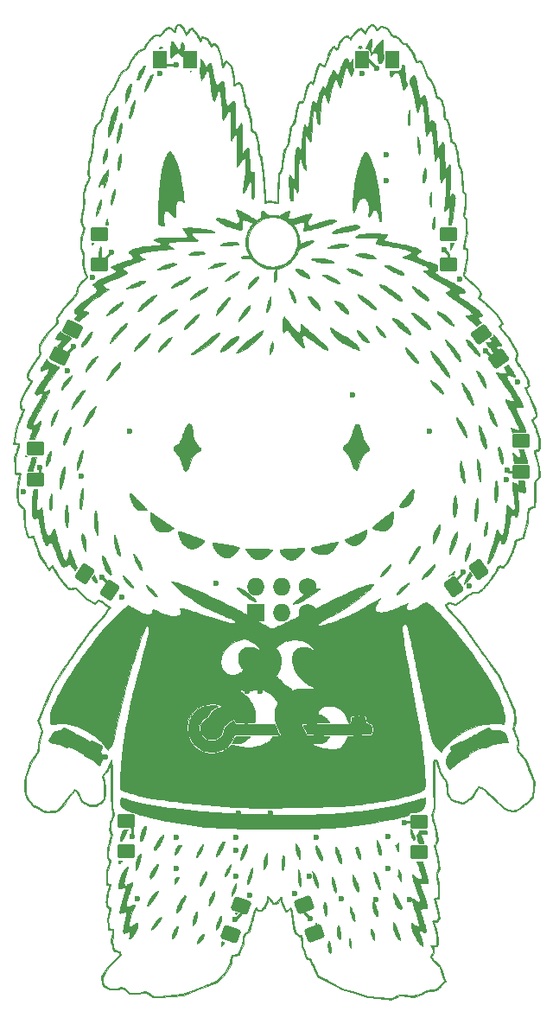
<source format=gbr>
%TF.GenerationSoftware,KiCad,Pcbnew,9.0.3*%
%TF.CreationDate,2025-07-31T13:15:59-07:00*%
%TF.ProjectId,dc-labubu-protype-ver-2.0,64632d6c-6162-4756-9275-2d70726f7479,rev?*%
%TF.SameCoordinates,Original*%
%TF.FileFunction,Copper,L1,Top*%
%TF.FilePolarity,Positive*%
%FSLAX46Y46*%
G04 Gerber Fmt 4.6, Leading zero omitted, Abs format (unit mm)*
G04 Created by KiCad (PCBNEW 9.0.3) date 2025-07-31 13:15:59*
%MOMM*%
%LPD*%
G01*
G04 APERTURE LIST*
G04 Aperture macros list*
%AMRoundRect*
0 Rectangle with rounded corners*
0 $1 Rounding radius*
0 $2 $3 $4 $5 $6 $7 $8 $9 X,Y pos of 4 corners*
0 Add a 4 corners polygon primitive as box body*
4,1,4,$2,$3,$4,$5,$6,$7,$8,$9,$2,$3,0*
0 Add four circle primitives for the rounded corners*
1,1,$1+$1,$2,$3*
1,1,$1+$1,$4,$5*
1,1,$1+$1,$6,$7*
1,1,$1+$1,$8,$9*
0 Add four rect primitives between the rounded corners*
20,1,$1+$1,$2,$3,$4,$5,0*
20,1,$1+$1,$4,$5,$6,$7,0*
20,1,$1+$1,$6,$7,$8,$9,0*
20,1,$1+$1,$8,$9,$2,$3,0*%
G04 Aperture macros list end*
%TA.AperFunction,EtchedComponent*%
%ADD10C,0.010000*%
%TD*%
%TA.AperFunction,ComponentPad*%
%ADD11O,1.727200X1.727200*%
%TD*%
%TA.AperFunction,ComponentPad*%
%ADD12R,1.727200X1.727200*%
%TD*%
%TA.AperFunction,ComponentPad*%
%ADD13C,1.727200*%
%TD*%
%TA.AperFunction,SMDPad,CuDef*%
%ADD14RoundRect,0.250001X0.624999X-0.462499X0.624999X0.462499X-0.624999X0.462499X-0.624999X-0.462499X0*%
%TD*%
%TA.AperFunction,SMDPad,CuDef*%
%ADD15RoundRect,0.250001X0.777248X-0.020372X0.246691X0.737342X-0.777248X0.020372X-0.246691X-0.737342X0*%
%TD*%
%TA.AperFunction,SMDPad,CuDef*%
%ADD16RoundRect,0.250001X-0.462499X-0.624999X0.462499X-0.624999X0.462499X0.624999X-0.462499X0.624999X0*%
%TD*%
%TA.AperFunction,SMDPad,CuDef*%
%ADD17RoundRect,0.250001X0.732924X0.259521X-0.033934X0.776774X-0.732924X-0.259521X0.033934X-0.776774X0*%
%TD*%
%TA.AperFunction,SMDPad,CuDef*%
%ADD18RoundRect,0.250001X-0.624999X0.462499X-0.624999X-0.462499X0.624999X-0.462499X0.624999X0.462499X0*%
%TD*%
%TA.AperFunction,SMDPad,CuDef*%
%ADD19RoundRect,0.250001X-0.429123X0.648369X-0.745491X-0.220845X0.429123X-0.648369X0.745491X0.220845X0*%
%TD*%
%TA.AperFunction,SMDPad,CuDef*%
%ADD20RoundRect,0.250001X0.370981X-0.683302X0.761902X0.155030X-0.370981X0.683302X-0.761902X-0.155030X0*%
%TD*%
%TA.AperFunction,SMDPad,CuDef*%
%ADD21RoundRect,0.250001X0.689673X0.358999X-0.141710X0.764492X-0.689673X-0.358999X0.141710X-0.764492X0*%
%TD*%
%TA.AperFunction,SMDPad,CuDef*%
%ADD22RoundRect,0.250001X0.128346X0.766848X-0.695833X0.346908X-0.128346X-0.766848X0.695833X-0.346908X0*%
%TD*%
%TA.AperFunction,SMDPad,CuDef*%
%ADD23RoundRect,0.250001X-0.749232X0.207800X-0.417742X-0.655760X0.749232X-0.207800X0.417742X0.655760X0*%
%TD*%
%TA.AperFunction,SMDPad,CuDef*%
%ADD24RoundRect,0.250001X-0.020372X-0.777248X0.737342X-0.246691X0.020372X0.777248X-0.737342X0.246691X0*%
%TD*%
%TA.AperFunction,ViaPad*%
%ADD25C,0.600000*%
%TD*%
%TA.AperFunction,Conductor*%
%ADD26C,0.250000*%
%TD*%
G04 APERTURE END LIST*
D10*
%TO.C,Ref\u002A\u002A*%
X139183672Y-35958054D02*
X139211077Y-35970139D01*
X139245453Y-35993485D01*
X139292061Y-36031381D01*
X139356160Y-36087116D01*
X139393123Y-36119787D01*
X139467534Y-36186232D01*
X139521884Y-36237362D01*
X139561684Y-36280069D01*
X139592444Y-36321242D01*
X139619675Y-36367773D01*
X139648888Y-36426551D01*
X139663971Y-36458454D01*
X139702219Y-36542534D01*
X139739789Y-36629775D01*
X139771151Y-36707140D01*
X139784226Y-36742087D01*
X139805305Y-36797995D01*
X139822949Y-36838723D01*
X139833642Y-36856224D01*
X139834199Y-36856387D01*
X139846533Y-36842840D01*
X139870822Y-36806935D01*
X139902323Y-36755782D01*
X139909893Y-36742945D01*
X139953681Y-36672350D01*
X140007612Y-36591397D01*
X140060838Y-36516307D01*
X140066625Y-36508510D01*
X140110520Y-36450766D01*
X140143581Y-36413556D01*
X140175215Y-36390259D01*
X140214828Y-36374256D01*
X140271825Y-36358926D01*
X140283179Y-36356095D01*
X140355286Y-36340723D01*
X140403970Y-36335928D01*
X140423784Y-36340764D01*
X140439080Y-36357809D01*
X140473337Y-36395975D01*
X140522891Y-36451178D01*
X140584080Y-36519339D01*
X140653238Y-36596375D01*
X140666236Y-36610854D01*
X140745567Y-36699777D01*
X140807234Y-36771272D01*
X140856473Y-36832865D01*
X140898517Y-36892080D01*
X140938599Y-36956444D01*
X140981954Y-37033482D01*
X141033816Y-37130720D01*
X141052484Y-37166230D01*
X141114529Y-37282142D01*
X141162814Y-37367289D01*
X141197428Y-37421812D01*
X141218458Y-37445854D01*
X141224643Y-37445630D01*
X141236832Y-37419031D01*
X141255186Y-37370773D01*
X141274963Y-37313587D01*
X141301075Y-37239836D01*
X141322639Y-37193525D01*
X141343046Y-37169170D01*
X141365687Y-37161288D01*
X141369199Y-37161187D01*
X141393007Y-37166726D01*
X141442372Y-37181983D01*
X141511087Y-37204918D01*
X141592950Y-37233491D01*
X141635332Y-37248697D01*
X141877116Y-37336207D01*
X142293648Y-38027371D01*
X142372323Y-37949879D01*
X142416762Y-37907897D01*
X142450569Y-37884748D01*
X142486642Y-37874903D01*
X142537878Y-37872836D01*
X142552017Y-37872875D01*
X142653035Y-37873362D01*
X142785330Y-37995641D01*
X142917624Y-38117920D01*
X143091774Y-38600520D01*
X143265925Y-39083120D01*
X143338598Y-39514920D01*
X143358638Y-39631954D01*
X143377440Y-39737936D01*
X143394138Y-39828288D01*
X143407868Y-39898432D01*
X143417765Y-39943789D01*
X143422636Y-39959590D01*
X143433950Y-39950054D01*
X143457456Y-39915169D01*
X143490162Y-39859858D01*
X143529079Y-39789045D01*
X143547499Y-39754053D01*
X143598295Y-39657589D01*
X143637108Y-39588021D01*
X143666773Y-39541791D01*
X143690127Y-39515342D01*
X143710003Y-39505117D01*
X143729238Y-39507559D01*
X143739919Y-39512648D01*
X143760599Y-39529362D01*
X143801016Y-39566454D01*
X143857198Y-39620116D01*
X143925178Y-39686538D01*
X144000986Y-39761912D01*
X144027926Y-39788990D01*
X144285217Y-40048321D01*
X144380629Y-40418594D01*
X144433072Y-40636995D01*
X144477737Y-40853399D01*
X144513633Y-41061574D01*
X144539767Y-41255288D01*
X144555145Y-41428312D01*
X144559011Y-41538284D01*
X144560621Y-41618742D01*
X144564128Y-41693664D01*
X144568920Y-41751803D01*
X144571711Y-41771638D01*
X144583435Y-41835488D01*
X144671258Y-41758566D01*
X144752516Y-41698242D01*
X144836180Y-41655024D01*
X144912917Y-41633369D01*
X144936931Y-41631710D01*
X144965583Y-41643495D01*
X145012541Y-41676295D01*
X145072902Y-41726458D01*
X145113057Y-41762943D01*
X145253212Y-41894054D01*
X145381194Y-42332850D01*
X145420655Y-42469109D01*
X145451882Y-42580401D01*
X145476457Y-42674169D01*
X145495964Y-42757858D01*
X145511988Y-42838913D01*
X145526111Y-42924776D01*
X145539918Y-43022894D01*
X145554992Y-43140710D01*
X145557714Y-43162583D01*
X145574245Y-43288555D01*
X145592633Y-43416617D01*
X145611565Y-43538420D01*
X145629729Y-43645614D01*
X145645812Y-43729849D01*
X145649779Y-43748249D01*
X145693305Y-43942978D01*
X145818949Y-44069983D01*
X145944594Y-44196987D01*
X146074546Y-44755787D01*
X146204499Y-45314587D01*
X146226570Y-45729454D01*
X146234734Y-45865282D01*
X146244108Y-45991500D01*
X146254161Y-46102363D01*
X146264360Y-46192128D01*
X146274171Y-46255053D01*
X146276229Y-46264743D01*
X146303817Y-46385165D01*
X146640347Y-46561155D01*
X146681958Y-46699871D01*
X146699534Y-46758980D01*
X146724366Y-46843201D01*
X146754276Y-46945117D01*
X146787090Y-47057311D01*
X146820632Y-47172368D01*
X146826979Y-47194187D01*
X146930388Y-47549787D01*
X146954067Y-47956187D01*
X146962118Y-48081687D01*
X146971454Y-48206437D01*
X146981420Y-48322977D01*
X146991358Y-48423849D01*
X147000612Y-48501594D01*
X147004254Y-48526281D01*
X147018627Y-48607093D01*
X147033959Y-48666566D01*
X147055011Y-48717013D01*
X147086540Y-48770749D01*
X147115513Y-48814163D01*
X147200264Y-48938352D01*
X147343936Y-50064403D01*
X147373845Y-50299783D01*
X147399723Y-50506080D01*
X147422028Y-50687776D01*
X147441219Y-50849355D01*
X147457755Y-50995300D01*
X147472096Y-51130095D01*
X147484699Y-51258224D01*
X147496025Y-51384169D01*
X147506531Y-51512415D01*
X147516677Y-51647445D01*
X147526922Y-51793743D01*
X147537724Y-51955791D01*
X147538060Y-51960921D01*
X147554212Y-52207448D01*
X147568322Y-52422386D01*
X147580550Y-52607939D01*
X147591056Y-52766311D01*
X147600000Y-52899708D01*
X147607543Y-53010335D01*
X147613845Y-53100397D01*
X147619065Y-53172098D01*
X147623365Y-53227643D01*
X147626903Y-53269238D01*
X147629841Y-53299087D01*
X147632337Y-53319396D01*
X147634554Y-53332369D01*
X147636650Y-53340211D01*
X147638554Y-53344682D01*
X147654354Y-53352587D01*
X147689154Y-53344431D01*
X147741874Y-53321974D01*
X147781935Y-53304194D01*
X147817196Y-53292404D01*
X147855587Y-53285711D01*
X147905036Y-53283223D01*
X147973474Y-53284050D01*
X148054769Y-53286775D01*
X148163043Y-53292425D01*
X148255133Y-53301838D01*
X148344875Y-53317121D01*
X148446107Y-53340381D01*
X148503080Y-53355060D01*
X148585454Y-53376517D01*
X148654910Y-53394120D01*
X148705513Y-53406402D01*
X148731324Y-53411897D01*
X148733393Y-53411965D01*
X148734323Y-53394929D01*
X148736217Y-53347141D01*
X148738970Y-53271698D01*
X148742473Y-53171697D01*
X148746622Y-53050236D01*
X148751310Y-52910412D01*
X148756430Y-52755322D01*
X148761876Y-52588064D01*
X148764898Y-52494321D01*
X148771335Y-52302561D01*
X148778455Y-52105741D01*
X148786024Y-51909379D01*
X148793809Y-51718994D01*
X148801578Y-51540103D01*
X148809097Y-51378226D01*
X148816135Y-51238881D01*
X148822458Y-51127587D01*
X148822759Y-51122721D01*
X148851251Y-50665521D01*
X148958486Y-50479254D01*
X149029646Y-50347189D01*
X149083411Y-50225237D01*
X149122304Y-50104245D01*
X149148849Y-49975061D01*
X149165570Y-49828532D01*
X149173243Y-49700321D01*
X149177516Y-49617154D01*
X149183279Y-49538847D01*
X149191314Y-49459899D01*
X149202400Y-49374808D01*
X149217320Y-49278071D01*
X149236855Y-49164187D01*
X149261784Y-49027653D01*
X149289823Y-48879054D01*
X149394664Y-48328721D01*
X149540173Y-48082962D01*
X149595578Y-47988300D01*
X149637067Y-47913273D01*
X149668554Y-47848725D01*
X149693956Y-47785499D01*
X149717188Y-47714439D01*
X149742164Y-47626388D01*
X149753769Y-47583429D01*
X149814669Y-47314224D01*
X149848834Y-47084120D01*
X149859970Y-46996667D01*
X149876611Y-46884218D01*
X149897415Y-46754943D01*
X149921041Y-46617014D01*
X149946145Y-46478602D01*
X149961581Y-46397584D01*
X150047351Y-45956581D01*
X150189079Y-45786268D01*
X150330806Y-45615955D01*
X150406444Y-45346738D01*
X150446564Y-45190035D01*
X150485253Y-45012859D01*
X150519698Y-44828576D01*
X150534311Y-44738854D01*
X150554977Y-44614373D01*
X150581534Y-44468685D01*
X150611710Y-44313450D01*
X150643233Y-44160328D01*
X150673831Y-44020981D01*
X150676184Y-44010721D01*
X150765827Y-43621254D01*
X150993564Y-43555570D01*
X151076068Y-43531546D01*
X151146100Y-43510720D01*
X151197632Y-43494919D01*
X151224631Y-43485969D01*
X151227136Y-43484825D01*
X151234549Y-43467852D01*
X151250769Y-43424899D01*
X151273580Y-43362007D01*
X151300763Y-43285218D01*
X151307750Y-43265223D01*
X151351192Y-43128681D01*
X151386284Y-42989534D01*
X151416264Y-42834374D01*
X151425620Y-42777168D01*
X151446356Y-42656247D01*
X151469693Y-42544222D01*
X151498177Y-42430944D01*
X151534353Y-42306259D01*
X151579147Y-42164987D01*
X151689584Y-41826321D01*
X151819510Y-41704041D01*
X151875041Y-41653445D01*
X151922850Y-41612954D01*
X151956892Y-41587509D01*
X151969634Y-41581275D01*
X151998788Y-41589853D01*
X152044251Y-41612296D01*
X152095045Y-41642410D01*
X152140192Y-41674000D01*
X152153445Y-41684981D01*
X152170059Y-41698190D01*
X152182951Y-41699752D01*
X152195741Y-41684908D01*
X152212044Y-41648901D01*
X152235480Y-41586975D01*
X152242532Y-41567823D01*
X152265258Y-41498325D01*
X152291563Y-41405554D01*
X152318809Y-41299529D01*
X152344359Y-41190267D01*
X152355160Y-41140028D01*
X152376648Y-41046932D01*
X152405459Y-40937348D01*
X152440254Y-40815186D01*
X152479690Y-40684353D01*
X152522429Y-40548756D01*
X152567127Y-40412305D01*
X152612446Y-40278906D01*
X152657044Y-40152468D01*
X152699580Y-40036900D01*
X152738714Y-39936108D01*
X152773105Y-39854001D01*
X152801412Y-39794487D01*
X152822294Y-39761474D01*
X152829986Y-39756045D01*
X152855717Y-39762639D01*
X152904757Y-39783713D01*
X152971288Y-39816461D01*
X153049496Y-39858077D01*
X153099673Y-39886174D01*
X153335510Y-40020712D01*
X153409434Y-39856716D01*
X153441480Y-39779459D01*
X153478391Y-39680657D01*
X153516206Y-39571465D01*
X153550964Y-39463034D01*
X153560530Y-39431217D01*
X153634353Y-39196564D01*
X153712088Y-38978610D01*
X153792126Y-38781208D01*
X153872863Y-38608209D01*
X153952692Y-38463467D01*
X153985370Y-38412314D01*
X154061878Y-38307161D01*
X154136336Y-38221370D01*
X154205572Y-38157914D01*
X154266418Y-38119766D01*
X154308283Y-38109454D01*
X154339326Y-38124365D01*
X154385481Y-38168726D01*
X154441481Y-38235958D01*
X154486666Y-38290407D01*
X154526529Y-38332255D01*
X154555298Y-38355732D01*
X154564281Y-38358725D01*
X154580050Y-38341912D01*
X154603037Y-38299503D01*
X154630559Y-38238287D01*
X154659929Y-38165052D01*
X154688462Y-38086588D01*
X154713472Y-38009685D01*
X154732274Y-37941130D01*
X154736024Y-37924530D01*
X154762173Y-37848981D01*
X154813346Y-37750752D01*
X154889491Y-37629929D01*
X154990557Y-37486594D01*
X155054430Y-37401238D01*
X155100184Y-37343169D01*
X155140906Y-37298296D01*
X155184540Y-37259958D01*
X155239030Y-37221491D01*
X155312319Y-37176235D01*
X155347549Y-37155401D01*
X155421145Y-37113250D01*
X155485767Y-37078268D01*
X155535097Y-37053735D01*
X155562815Y-37042927D01*
X155564866Y-37042690D01*
X155587251Y-37053338D01*
X155628453Y-37082246D01*
X155682303Y-37124812D01*
X155734200Y-37168988D01*
X155792498Y-37219427D01*
X155841584Y-37260418D01*
X155875899Y-37287415D01*
X155889491Y-37295988D01*
X155901316Y-37282435D01*
X155906424Y-37264119D01*
X155918625Y-37243070D01*
X155950260Y-37200319D01*
X155998354Y-37139553D01*
X156059928Y-37064461D01*
X156132008Y-36978730D01*
X156210497Y-36887340D01*
X156509159Y-36543098D01*
X156699762Y-36437276D01*
X156773456Y-36397340D01*
X156837775Y-36364301D01*
X156886309Y-36341327D01*
X156912646Y-36331584D01*
X156914057Y-36331454D01*
X156948191Y-36343311D01*
X156996962Y-36374760D01*
X157053038Y-36419617D01*
X157109089Y-36471699D01*
X157157784Y-36524823D01*
X157182748Y-36558078D01*
X157223296Y-36612876D01*
X157266019Y-36661024D01*
X157292635Y-36684918D01*
X157343055Y-36722196D01*
X157359812Y-36678122D01*
X157372180Y-36641657D01*
X157376569Y-36622014D01*
X157386223Y-36596500D01*
X157412275Y-36550658D01*
X157450359Y-36490910D01*
X157496108Y-36423683D01*
X157545155Y-36355401D01*
X157593136Y-36292488D01*
X157633831Y-36243458D01*
X157687775Y-36187000D01*
X157751002Y-36127870D01*
X157817469Y-36070921D01*
X157881134Y-36021006D01*
X157935952Y-35982978D01*
X157975883Y-35961689D01*
X157988240Y-35958839D01*
X158014702Y-35964321D01*
X158063035Y-35978868D01*
X158123456Y-35999501D01*
X158132208Y-36002665D01*
X158250695Y-36060682D01*
X158346484Y-36141466D01*
X158422586Y-36247970D01*
X158459291Y-36323639D01*
X158485949Y-36380944D01*
X158510850Y-36424243D01*
X158529201Y-36445371D01*
X158531189Y-36446144D01*
X158550553Y-36436394D01*
X158588486Y-36406450D01*
X158640091Y-36360540D01*
X158700472Y-36302889D01*
X158722451Y-36281044D01*
X158795412Y-36210254D01*
X158855956Y-36156505D01*
X158900705Y-36122618D01*
X158925651Y-36111391D01*
X158951242Y-36117812D01*
X159002573Y-36135673D01*
X159074316Y-36162939D01*
X159161140Y-36197576D01*
X159257715Y-36237548D01*
X159273102Y-36244043D01*
X159586369Y-36376624D01*
X159772635Y-36666945D01*
X159857001Y-36795527D01*
X159928909Y-36897227D01*
X159991859Y-36975037D01*
X160049348Y-37031945D01*
X160104875Y-37070943D01*
X160161938Y-37095021D01*
X160224036Y-37107171D01*
X160291370Y-37110387D01*
X160331495Y-37112932D01*
X160369890Y-37122869D01*
X160414533Y-37143654D01*
X160473400Y-37178743D01*
X160522571Y-37210530D01*
X160603882Y-37266867D01*
X160665793Y-37318378D01*
X160719250Y-37375281D01*
X160771970Y-37443363D01*
X160831399Y-37520072D01*
X160901240Y-37603323D01*
X160968236Y-37677431D01*
X160980693Y-37690354D01*
X161092527Y-37804654D01*
X161236914Y-37804913D01*
X161305031Y-37806417D01*
X161360770Y-37810199D01*
X161394964Y-37815544D01*
X161400087Y-37817613D01*
X161414186Y-37834064D01*
X161445236Y-37874784D01*
X161490724Y-37936327D01*
X161548134Y-38015248D01*
X161614952Y-38108104D01*
X161688663Y-38211448D01*
X161725597Y-38263546D01*
X162032322Y-38697037D01*
X162191803Y-39067879D01*
X162265263Y-39236579D01*
X162327477Y-39374807D01*
X162379034Y-39483820D01*
X162420528Y-39564876D01*
X162447875Y-39612021D01*
X162463441Y-39607676D01*
X162503009Y-39592707D01*
X162559465Y-39569864D01*
X162590288Y-39556988D01*
X162657428Y-39530355D01*
X162716409Y-39509974D01*
X162757720Y-39499019D01*
X162767025Y-39497987D01*
X162783454Y-39503300D01*
X162804066Y-39521536D01*
X162831354Y-39556137D01*
X162867809Y-39610547D01*
X162915925Y-39688210D01*
X162968963Y-39776951D01*
X163026523Y-39875127D01*
X163071543Y-39955306D01*
X163107677Y-40025712D01*
X163138581Y-40094566D01*
X163167911Y-40170092D01*
X163199322Y-40260511D01*
X163236471Y-40374046D01*
X163241865Y-40390785D01*
X163280701Y-40507904D01*
X163323587Y-40631258D01*
X163368317Y-40755029D01*
X163412683Y-40873397D01*
X163454481Y-40980544D01*
X163491504Y-41070650D01*
X163521546Y-41137898D01*
X163535380Y-41164992D01*
X163554512Y-41184726D01*
X163595232Y-41218384D01*
X163651116Y-41260854D01*
X163701585Y-41297155D01*
X163853568Y-41403907D01*
X164034556Y-41852180D01*
X164095837Y-42005830D01*
X164145565Y-42135293D01*
X164186026Y-42247291D01*
X164219509Y-42348546D01*
X164248304Y-42445780D01*
X164274698Y-42545714D01*
X164285185Y-42588321D01*
X164310845Y-42692353D01*
X164336813Y-42794074D01*
X164360875Y-42885059D01*
X164380820Y-42956885D01*
X164390394Y-42988883D01*
X164414046Y-43054102D01*
X164440310Y-43093695D01*
X164478007Y-43113934D01*
X164535957Y-43121089D01*
X164577235Y-43121721D01*
X164604462Y-43126124D01*
X164634522Y-43142088D01*
X164672815Y-43173742D01*
X164724744Y-43225216D01*
X164757151Y-43259296D01*
X164809804Y-43316158D01*
X164848377Y-43361898D01*
X164877773Y-43404918D01*
X164902893Y-43453617D01*
X164928638Y-43516398D01*
X164959908Y-43601661D01*
X164964753Y-43615166D01*
X165032207Y-43835321D01*
X165086621Y-44083432D01*
X165128171Y-44360534D01*
X165157030Y-44667665D01*
X165165384Y-44805384D01*
X165171317Y-44914277D01*
X165177201Y-45011673D01*
X165182683Y-45092525D01*
X165187411Y-45151784D01*
X165191034Y-45184403D01*
X165192150Y-45188960D01*
X165210994Y-45199550D01*
X165253589Y-45216032D01*
X165311114Y-45235028D01*
X165317418Y-45236957D01*
X165376090Y-45256170D01*
X165420830Y-45273426D01*
X165442747Y-45285263D01*
X165443335Y-45286005D01*
X165450242Y-45305281D01*
X165465341Y-45352493D01*
X165487235Y-45423101D01*
X165514525Y-45512559D01*
X165545812Y-45616325D01*
X165572272Y-45704879D01*
X165609703Y-45831160D01*
X165638921Y-45932540D01*
X165661438Y-46016558D01*
X165678765Y-46090753D01*
X165692415Y-46162665D01*
X165703899Y-46239833D01*
X165714728Y-46329797D01*
X165726413Y-46440095D01*
X165733371Y-46508387D01*
X165744859Y-46617517D01*
X165757962Y-46735182D01*
X165772079Y-46856651D01*
X165786609Y-46977195D01*
X165800951Y-47092083D01*
X165814506Y-47196585D01*
X165826672Y-47285970D01*
X165836848Y-47355508D01*
X165844436Y-47400467D01*
X165848612Y-47416057D01*
X165863816Y-47424602D01*
X165901857Y-47445528D01*
X165955817Y-47475036D01*
X165982979Y-47489846D01*
X166046578Y-47525673D01*
X166101707Y-47558850D01*
X166139191Y-47583781D01*
X166146349Y-47589442D01*
X166162616Y-47616453D01*
X166186662Y-47675381D01*
X166218151Y-47765264D01*
X166256748Y-47885138D01*
X166302118Y-48034040D01*
X166307594Y-48052442D01*
X166436747Y-48487363D01*
X166478269Y-48916042D01*
X166492069Y-49050383D01*
X166507740Y-49189383D01*
X166524215Y-49324464D01*
X166540429Y-49447047D01*
X166555316Y-49548555D01*
X166561635Y-49587029D01*
X166578670Y-49683285D01*
X166593164Y-49754527D01*
X166608000Y-49809170D01*
X166626062Y-49855628D01*
X166650234Y-49902316D01*
X166683398Y-49957651D01*
X166695097Y-49976496D01*
X166734911Y-50040645D01*
X166768674Y-50095413D01*
X166791909Y-50133518D01*
X166799280Y-50145962D01*
X166810243Y-50179522D01*
X166823065Y-50242011D01*
X166837179Y-50328577D01*
X166852021Y-50434368D01*
X166867023Y-50554533D01*
X166881621Y-50684220D01*
X166895247Y-50818579D01*
X166907337Y-50952758D01*
X166917323Y-51081904D01*
X166924641Y-51201168D01*
X166926226Y-51234169D01*
X166933078Y-51375213D01*
X166941643Y-51531304D01*
X166951195Y-51690379D01*
X166961007Y-51840372D01*
X166970354Y-51969219D01*
X166970819Y-51975185D01*
X166997791Y-52319650D01*
X167096777Y-52461133D01*
X167140313Y-52524121D01*
X167177525Y-52579358D01*
X167203367Y-52619279D01*
X167211526Y-52633135D01*
X167215903Y-52657324D01*
X167220608Y-52710871D01*
X167225409Y-52789273D01*
X167230073Y-52888026D01*
X167234370Y-53002626D01*
X167238066Y-53128570D01*
X167238985Y-53166281D01*
X167250682Y-53668908D01*
X167182770Y-54055281D01*
X167161735Y-54177580D01*
X167141542Y-54299793D01*
X167123401Y-54414231D01*
X167108523Y-54513206D01*
X167098117Y-54589031D01*
X167095914Y-54607273D01*
X167076971Y-54772893D01*
X167205170Y-54936143D01*
X167333368Y-55099394D01*
X167334822Y-55354724D01*
X167335777Y-55445580D01*
X167337668Y-55561829D01*
X167340317Y-55695013D01*
X167343550Y-55836678D01*
X167347191Y-55978366D01*
X167349466Y-56058787D01*
X167362655Y-56507521D01*
X167254825Y-57007054D01*
X167225074Y-57143271D01*
X167194947Y-57278296D01*
X167165885Y-57405888D01*
X167139327Y-57519803D01*
X167116712Y-57613800D01*
X167099481Y-57681635D01*
X167097875Y-57687601D01*
X167048757Y-57868615D01*
X167206862Y-57904633D01*
X167277075Y-57922249D01*
X167335052Y-57939808D01*
X167372563Y-57954667D01*
X167381452Y-57960685D01*
X167389664Y-57984699D01*
X167399617Y-58034933D01*
X167410015Y-58103878D01*
X167419000Y-58178660D01*
X167428293Y-58285115D01*
X167431591Y-58382606D01*
X167428926Y-58485105D01*
X167420332Y-58606585D01*
X167420001Y-58610460D01*
X167402017Y-58784630D01*
X167376029Y-58985056D01*
X167343077Y-59205359D01*
X167304204Y-59439160D01*
X167260453Y-59680079D01*
X167212864Y-59921737D01*
X167181145Y-60072594D01*
X167080966Y-60536797D01*
X167160600Y-60654116D01*
X167187172Y-60690860D01*
X167218114Y-60728050D01*
X167256652Y-60768648D01*
X167306010Y-60815616D01*
X167369410Y-60871915D01*
X167450077Y-60940508D01*
X167551235Y-61024356D01*
X167663568Y-61116213D01*
X167792880Y-61222173D01*
X167900516Y-61312132D01*
X167991597Y-61390803D01*
X168071239Y-61462900D01*
X168144563Y-61533136D01*
X168216685Y-61606223D01*
X168292726Y-61686876D01*
X168344666Y-61743386D01*
X168602430Y-62025781D01*
X168679099Y-62217370D01*
X168708757Y-62293014D01*
X168733078Y-62357963D01*
X168749576Y-62405373D01*
X168755767Y-62428397D01*
X168755768Y-62428532D01*
X168746166Y-62450128D01*
X168720511Y-62491122D01*
X168683534Y-62544168D01*
X168665861Y-62568146D01*
X168624062Y-62624386D01*
X168589601Y-62671547D01*
X168567926Y-62702145D01*
X168564065Y-62708054D01*
X168562631Y-62743199D01*
X168591883Y-62792416D01*
X168651743Y-62855617D01*
X168742132Y-62932718D01*
X168837810Y-63005401D01*
X168899310Y-63051935D01*
X168966213Y-63105922D01*
X169041069Y-63169670D01*
X169126424Y-63245489D01*
X169224826Y-63335687D01*
X169338822Y-63442574D01*
X169470960Y-63568458D01*
X169623787Y-63715650D01*
X169659489Y-63750200D01*
X170266876Y-64338436D01*
X170789384Y-65086602D01*
X170809227Y-65222745D01*
X170829070Y-65358887D01*
X170778069Y-65403604D01*
X170733985Y-65441526D01*
X170680255Y-65486784D01*
X170655188Y-65507587D01*
X170583307Y-65566854D01*
X170708506Y-65753121D01*
X170762952Y-65828875D01*
X170836311Y-65923117D01*
X170923856Y-66030079D01*
X171020864Y-66143998D01*
X171122608Y-66259106D01*
X171129379Y-66266610D01*
X171425052Y-66593833D01*
X171881110Y-67390130D01*
X171967358Y-67541117D01*
X172048469Y-67683875D01*
X172122879Y-67815598D01*
X172189023Y-67933478D01*
X172245335Y-68034710D01*
X172290251Y-68116486D01*
X172322205Y-68175998D01*
X172339633Y-68210441D01*
X172342438Y-68217528D01*
X172339366Y-68243332D01*
X172327564Y-68295483D01*
X172308568Y-68368052D01*
X172283916Y-68455116D01*
X172260676Y-68532785D01*
X172232204Y-68626902D01*
X172207465Y-68710889D01*
X172188116Y-68778935D01*
X172175816Y-68825230D01*
X172172154Y-68842897D01*
X172180834Y-68873673D01*
X172207255Y-68927555D01*
X172248910Y-69000503D01*
X172303291Y-69088477D01*
X172367893Y-69187436D01*
X172440209Y-69293339D01*
X172517731Y-69402145D01*
X172526821Y-69414599D01*
X172594532Y-69511421D01*
X172674975Y-69633783D01*
X172765312Y-69777153D01*
X172862707Y-69936995D01*
X172964321Y-70108776D01*
X173004107Y-70177376D01*
X173305077Y-70699208D01*
X173385788Y-71022852D01*
X173410219Y-71124433D01*
X173430619Y-71216309D01*
X173445877Y-71292865D01*
X173454884Y-71348488D01*
X173456529Y-71377567D01*
X173456222Y-71378874D01*
X173441481Y-71411364D01*
X173415103Y-71458813D01*
X173396890Y-71488605D01*
X173359909Y-71538829D01*
X173319539Y-71570244D01*
X173261050Y-71594117D01*
X173257368Y-71595321D01*
X173205553Y-71613269D01*
X173167624Y-71628491D01*
X173155086Y-71635302D01*
X173155206Y-71656052D01*
X173168375Y-71702527D01*
X173192627Y-71770093D01*
X173225995Y-71854118D01*
X173266512Y-71949971D01*
X173312212Y-72053020D01*
X173361128Y-72158632D01*
X173411295Y-72262175D01*
X173460745Y-72359017D01*
X173468712Y-72374054D01*
X173585274Y-72600160D01*
X173695872Y-72829116D01*
X173798924Y-73056899D01*
X173892846Y-73279485D01*
X173976057Y-73492852D01*
X174046974Y-73692978D01*
X174104013Y-73875840D01*
X174145593Y-74037414D01*
X174166522Y-74147709D01*
X174180886Y-74244225D01*
X174188857Y-74314461D01*
X174188390Y-74365722D01*
X174177443Y-74405314D01*
X174153973Y-74440544D01*
X174115938Y-74478716D01*
X174061293Y-74527136D01*
X174060135Y-74528155D01*
X173996795Y-74583145D01*
X173935277Y-74635257D01*
X173884804Y-74676733D01*
X173865402Y-74691965D01*
X173827850Y-74723422D01*
X173805063Y-74748080D01*
X173801902Y-74755093D01*
X173808460Y-74773924D01*
X173826961Y-74819577D01*
X173855645Y-74887905D01*
X173892752Y-74974758D01*
X173936524Y-75075989D01*
X173985199Y-75187449D01*
X173988068Y-75193986D01*
X174049318Y-75335299D01*
X174101274Y-75459939D01*
X174146963Y-75576175D01*
X174189409Y-75692274D01*
X174231640Y-75816504D01*
X174276682Y-75957134D01*
X174326058Y-76117488D01*
X174477881Y-76616916D01*
X174480119Y-77039067D01*
X174479028Y-77237690D01*
X174473410Y-77403596D01*
X174463166Y-77537642D01*
X174448197Y-77640685D01*
X174428407Y-77713584D01*
X174403697Y-77757197D01*
X174397417Y-77763087D01*
X174364916Y-77774651D01*
X174304318Y-77782126D01*
X174226232Y-77784792D01*
X174146253Y-77785710D01*
X174090429Y-77790905D01*
X174056297Y-77805073D01*
X174041394Y-77832909D01*
X174043255Y-77879110D01*
X174059419Y-77948371D01*
X174087420Y-78045389D01*
X174088175Y-78047956D01*
X174191842Y-78413456D01*
X174280430Y-78753966D01*
X174353820Y-79068813D01*
X174411889Y-79357320D01*
X174454519Y-79618814D01*
X174481589Y-79852618D01*
X174492977Y-80058058D01*
X174488564Y-80234459D01*
X174485165Y-80272159D01*
X174474162Y-80377432D01*
X174285134Y-80575424D01*
X174096107Y-80773417D01*
X174066208Y-81060176D01*
X174057131Y-81151569D01*
X174050529Y-81231774D01*
X174046316Y-81307426D01*
X174044408Y-81385163D01*
X174044719Y-81471620D01*
X174047165Y-81573435D01*
X174051659Y-81697245D01*
X174056538Y-81813494D01*
X174062456Y-81956363D01*
X174066467Y-82075437D01*
X174068442Y-82178706D01*
X174068247Y-82274158D01*
X174065750Y-82369780D01*
X174060820Y-82473561D01*
X174053324Y-82593489D01*
X174043130Y-82737551D01*
X174040717Y-82770491D01*
X174031105Y-82896008D01*
X174021602Y-83010456D01*
X174012627Y-83109500D01*
X174004598Y-83188810D01*
X173997935Y-83244052D01*
X173993055Y-83270894D01*
X173992184Y-83272641D01*
X173972565Y-83281549D01*
X173926357Y-83298645D01*
X173859271Y-83321930D01*
X173777018Y-83349406D01*
X173717390Y-83368803D01*
X173455078Y-83453253D01*
X173407536Y-83654053D01*
X173389890Y-83736487D01*
X173373891Y-83829304D01*
X173358885Y-83937544D01*
X173344219Y-84066247D01*
X173329239Y-84220452D01*
X173318965Y-84337454D01*
X173277937Y-84820054D01*
X173084422Y-85562571D01*
X173044231Y-85715799D01*
X173006160Y-85859061D01*
X172971135Y-85989001D01*
X172940086Y-86102258D01*
X172913940Y-86195474D01*
X172893627Y-86265290D01*
X172880075Y-86308348D01*
X172874727Y-86321269D01*
X172854648Y-86331827D01*
X172807723Y-86352141D01*
X172738870Y-86380219D01*
X172653006Y-86414066D01*
X172555050Y-86451692D01*
X172521759Y-86464278D01*
X172419358Y-86503309D01*
X172325967Y-86539785D01*
X172246897Y-86571563D01*
X172187458Y-86596499D01*
X172152959Y-86612447D01*
X172148429Y-86615051D01*
X172130820Y-86630314D01*
X172119259Y-86653228D01*
X172111973Y-86691195D01*
X172107189Y-86751617D01*
X172105015Y-86796324D01*
X172102745Y-86839891D01*
X172099222Y-86879432D01*
X172093230Y-86919054D01*
X172083550Y-86962865D01*
X172068965Y-87014971D01*
X172048258Y-87079480D01*
X172020211Y-87160499D01*
X171983606Y-87262135D01*
X171937226Y-87388495D01*
X171898010Y-87494622D01*
X171840239Y-87649854D01*
X171791073Y-87779231D01*
X171747846Y-87888835D01*
X171707890Y-87984748D01*
X171668539Y-88073051D01*
X171627126Y-88159825D01*
X171580986Y-88251152D01*
X171527450Y-88353114D01*
X171494739Y-88414343D01*
X171429952Y-88534461D01*
X171376937Y-88630379D01*
X171331837Y-88707944D01*
X171290797Y-88773002D01*
X171249962Y-88831400D01*
X171205475Y-88888983D01*
X171153481Y-88951598D01*
X171097700Y-89016374D01*
X171032991Y-89090117D01*
X170974663Y-89155146D01*
X170926823Y-89206996D01*
X170893580Y-89241200D01*
X170880182Y-89252897D01*
X170852382Y-89252574D01*
X170800259Y-89237001D01*
X170728893Y-89207741D01*
X170719561Y-89203514D01*
X170582555Y-89140887D01*
X170475128Y-89198285D01*
X170367700Y-89255683D01*
X170339135Y-89387892D01*
X170332019Y-89419566D01*
X170324154Y-89448643D01*
X170313770Y-89477996D01*
X170299095Y-89510500D01*
X170278359Y-89549029D01*
X170249791Y-89596458D01*
X170211620Y-89655662D01*
X170162076Y-89729514D01*
X170099387Y-89820890D01*
X170021784Y-89932665D01*
X169927494Y-90067712D01*
X169867602Y-90153348D01*
X169761420Y-90304940D01*
X169671561Y-90432488D01*
X169595054Y-90539782D01*
X169528927Y-90630614D01*
X169470211Y-90708771D01*
X169415933Y-90778045D01*
X169363122Y-90842225D01*
X169308809Y-90905100D01*
X169250021Y-90970462D01*
X169183787Y-91042100D01*
X169107137Y-91123804D01*
X169105285Y-91125771D01*
X169007928Y-91228770D01*
X168929196Y-91310712D01*
X168864783Y-91375465D01*
X168810385Y-91426896D01*
X168761696Y-91468871D01*
X168714410Y-91505257D01*
X168664224Y-91539922D01*
X168606831Y-91576732D01*
X168594896Y-91584200D01*
X168403857Y-91703454D01*
X167935209Y-91703454D01*
X167692438Y-91842358D01*
X167598514Y-91897764D01*
X167512230Y-91952801D01*
X167426848Y-92012334D01*
X167335627Y-92081228D01*
X167231829Y-92164348D01*
X167133284Y-92245962D01*
X167040436Y-92321481D01*
X166937533Y-92401474D01*
X166828417Y-92483297D01*
X166716928Y-92564311D01*
X166606910Y-92641873D01*
X166502203Y-92713342D01*
X166406650Y-92776077D01*
X166324091Y-92827436D01*
X166258369Y-92864779D01*
X166213326Y-92885463D01*
X166198336Y-92888787D01*
X166173745Y-92883618D01*
X166123408Y-92869378D01*
X166053621Y-92847968D01*
X165970678Y-92821291D01*
X165927267Y-92806914D01*
X165832664Y-92775602D01*
X165763578Y-92754079D01*
X165713502Y-92741112D01*
X165675930Y-92735469D01*
X165644356Y-92735916D01*
X165612273Y-92741220D01*
X165597702Y-92744457D01*
X165546374Y-92761300D01*
X165487276Y-92788141D01*
X165428572Y-92820219D01*
X165378422Y-92852773D01*
X165344989Y-92881042D01*
X165335763Y-92897254D01*
X165343474Y-92919084D01*
X165364036Y-92962131D01*
X165393475Y-93018218D01*
X165403038Y-93035634D01*
X165425623Y-93071366D01*
X165461902Y-93121357D01*
X165512994Y-93186948D01*
X165580017Y-93269479D01*
X165664090Y-93370288D01*
X165766331Y-93490717D01*
X165887859Y-93632106D01*
X166029792Y-93795793D01*
X166193249Y-93983119D01*
X166208641Y-94000712D01*
X166946888Y-94844343D01*
X168777933Y-97392932D01*
X170608979Y-99941521D01*
X170987282Y-100813587D01*
X171072086Y-101009078D01*
X171164667Y-101222500D01*
X171261907Y-101446663D01*
X171360686Y-101674376D01*
X171457885Y-101898449D01*
X171550386Y-102111692D01*
X171635069Y-102306914D01*
X171696118Y-102447654D01*
X172026650Y-103209654D01*
X172110208Y-104293374D01*
X172022258Y-104609387D01*
X171934307Y-104925401D01*
X171979786Y-105108927D01*
X172022456Y-105251833D01*
X172083829Y-105409541D01*
X172141994Y-105537987D01*
X172190972Y-105646935D01*
X172239039Y-105764615D01*
X172284161Y-105884956D01*
X172324304Y-106001888D01*
X172357435Y-106109342D01*
X172381521Y-106201248D01*
X172394529Y-106271536D01*
X172396243Y-106297018D01*
X172394120Y-106335507D01*
X172388401Y-106399951D01*
X172379851Y-106482720D01*
X172369233Y-106576184D01*
X172363736Y-106621721D01*
X172331421Y-106884187D01*
X172380261Y-107058553D01*
X172403445Y-107134900D01*
X172427169Y-107202270D01*
X172448140Y-107251811D01*
X172459335Y-107271039D01*
X172478082Y-107293391D01*
X172515997Y-107337568D01*
X172569925Y-107399931D01*
X172636710Y-107476839D01*
X172713193Y-107564650D01*
X172796221Y-107659725D01*
X172809133Y-107674490D01*
X173128698Y-108039822D01*
X173557719Y-109121983D01*
X173986740Y-110204143D01*
X173903422Y-110938715D01*
X173820103Y-111673287D01*
X173714579Y-111810270D01*
X173621489Y-111931014D01*
X173546032Y-112028136D01*
X173485142Y-112104820D01*
X173435752Y-112164250D01*
X173394796Y-112209609D01*
X173359207Y-112244079D01*
X173325919Y-112270844D01*
X173291865Y-112293087D01*
X173253979Y-112313992D01*
X173209193Y-112336742D01*
X173205722Y-112338485D01*
X173089961Y-112400728D01*
X173000718Y-112458921D01*
X172931793Y-112517762D01*
X172876988Y-112581950D01*
X172868209Y-112594340D01*
X172812270Y-112659437D01*
X172730675Y-112732547D01*
X172629309Y-112809347D01*
X172514056Y-112885514D01*
X172390800Y-112956725D01*
X172336745Y-112984776D01*
X172250413Y-113027232D01*
X172183826Y-113057055D01*
X172126810Y-113077481D01*
X172069193Y-113091747D01*
X172000800Y-113103088D01*
X171939022Y-113111278D01*
X171744923Y-113135861D01*
X171142231Y-112981317D01*
X170825300Y-112737765D01*
X170737556Y-112669508D01*
X170656508Y-112604377D01*
X170578185Y-112538774D01*
X170498613Y-112469102D01*
X170413821Y-112391765D01*
X170319836Y-112303164D01*
X170212686Y-112199703D01*
X170088398Y-112077785D01*
X170000368Y-111990732D01*
X169876955Y-111868819D01*
X169747980Y-111742140D01*
X169618328Y-111615444D01*
X169492885Y-111493478D01*
X169376535Y-111380993D01*
X169274164Y-111282738D01*
X169190656Y-111203461D01*
X169187531Y-111200520D01*
X168882693Y-110913791D01*
X168696382Y-110842089D01*
X168622497Y-110814021D01*
X168560364Y-110791105D01*
X168516660Y-110775758D01*
X168498216Y-110770387D01*
X168479179Y-110784586D01*
X168446747Y-110824351D01*
X168403590Y-110885433D01*
X168352376Y-110963581D01*
X168295774Y-111054548D01*
X168236453Y-111154085D01*
X168177082Y-111257941D01*
X168120330Y-111361868D01*
X168088734Y-111422321D01*
X168038277Y-111519463D01*
X167991323Y-111607519D01*
X167950591Y-111681572D01*
X167918802Y-111736706D01*
X167898675Y-111768003D01*
X167895263Y-111772063D01*
X167876598Y-111785812D01*
X167833694Y-111815123D01*
X167770788Y-111857229D01*
X167692116Y-111909363D01*
X167601917Y-111968758D01*
X167504427Y-112032645D01*
X167403884Y-112098257D01*
X167304525Y-112162827D01*
X167210588Y-112223588D01*
X167126311Y-112277771D01*
X167055929Y-112322609D01*
X167003682Y-112355335D01*
X166982884Y-112367955D01*
X166961399Y-112366636D01*
X166912121Y-112356342D01*
X166839518Y-112338396D01*
X166748060Y-112314119D01*
X166642217Y-112284834D01*
X166526458Y-112251864D01*
X166405253Y-112216531D01*
X166283071Y-112180158D01*
X166164381Y-112144067D01*
X166053652Y-112109581D01*
X165955355Y-112078022D01*
X165873959Y-112050713D01*
X165813933Y-112028976D01*
X165779747Y-112014133D01*
X165774202Y-112010310D01*
X165757044Y-111987576D01*
X165724791Y-111941193D01*
X165680693Y-111875976D01*
X165628001Y-111796741D01*
X165569966Y-111708305D01*
X165559366Y-111692031D01*
X165371282Y-111402942D01*
X165344452Y-110972364D01*
X165331318Y-110783783D01*
X165317052Y-110623979D01*
X165301103Y-110487869D01*
X165282920Y-110370369D01*
X165273879Y-110322302D01*
X165230137Y-110102816D01*
X165048847Y-109898968D01*
X164964810Y-109801757D01*
X164897815Y-109716811D01*
X164840156Y-109633276D01*
X164784127Y-109540300D01*
X164747732Y-109474814D01*
X164699142Y-109383397D01*
X164661854Y-109306645D01*
X164631917Y-109234362D01*
X164605379Y-109156353D01*
X164578288Y-109062422D01*
X164557402Y-108983747D01*
X164516342Y-108835302D01*
X164466963Y-108671440D01*
X164413425Y-108505186D01*
X164359885Y-108349567D01*
X164323446Y-108250833D01*
X164304609Y-108230351D01*
X164268487Y-108206364D01*
X164226362Y-108184692D01*
X164189516Y-108171157D01*
X164169428Y-108171371D01*
X164168119Y-108189341D01*
X164166927Y-108239196D01*
X164165857Y-108318955D01*
X164164913Y-108426637D01*
X164164101Y-108560261D01*
X164163427Y-108717845D01*
X164162896Y-108897408D01*
X164162513Y-109096970D01*
X164162285Y-109314548D01*
X164162216Y-109548162D01*
X164162312Y-109795830D01*
X164162578Y-110055572D01*
X164163020Y-110325405D01*
X164163233Y-110428919D01*
X164168097Y-112675387D01*
X164080901Y-113056387D01*
X163993706Y-113437387D01*
X164013285Y-113665987D01*
X164019998Y-113740432D01*
X164027028Y-113802399D01*
X164035985Y-113858212D01*
X164048477Y-113914193D01*
X164066115Y-113976663D01*
X164090508Y-114051946D01*
X164123265Y-114146363D01*
X164165995Y-114266237D01*
X164166312Y-114267121D01*
X164299759Y-114639654D01*
X164397310Y-115285873D01*
X164494860Y-115932092D01*
X164373802Y-116234139D01*
X164252744Y-116536187D01*
X164293314Y-116756321D01*
X164314227Y-116855420D01*
X164343196Y-116973212D01*
X164376765Y-117096539D01*
X164411477Y-117212242D01*
X164420088Y-117238921D01*
X164443418Y-117310754D01*
X164462822Y-117373596D01*
X164479238Y-117432347D01*
X164493604Y-117491911D01*
X164506860Y-117557190D01*
X164519942Y-117633084D01*
X164533790Y-117724497D01*
X164549341Y-117836330D01*
X164567535Y-117973486D01*
X164582097Y-118085275D01*
X164599977Y-118224698D01*
X164616351Y-118355646D01*
X164630706Y-118473773D01*
X164642532Y-118574733D01*
X164651316Y-118654181D01*
X164656548Y-118707769D01*
X164657833Y-118728742D01*
X164649462Y-118773153D01*
X164625131Y-118843987D01*
X164585914Y-118938395D01*
X164546234Y-119025387D01*
X164434704Y-119262454D01*
X164444954Y-119404141D01*
X164453697Y-119481256D01*
X164469159Y-119576958D01*
X164488897Y-119677228D01*
X164503993Y-119742807D01*
X164533861Y-119882340D01*
X164561505Y-120048138D01*
X164586032Y-120232627D01*
X164606547Y-120428230D01*
X164622157Y-120627374D01*
X164631966Y-120822483D01*
X164632181Y-120828787D01*
X164634602Y-120942719D01*
X164634685Y-121062409D01*
X164632678Y-121182712D01*
X164628831Y-121298485D01*
X164623391Y-121404585D01*
X164616609Y-121495866D01*
X164608732Y-121567186D01*
X164600011Y-121613401D01*
X164593510Y-121628086D01*
X164569911Y-121637612D01*
X164521652Y-121648419D01*
X164457788Y-121658596D01*
X164435367Y-121661428D01*
X164367218Y-121671779D01*
X164310634Y-121684568D01*
X164275249Y-121697485D01*
X164270183Y-121701064D01*
X164265043Y-121710955D01*
X164263671Y-121729483D01*
X164266739Y-121759684D01*
X164274919Y-121804591D01*
X164288883Y-121867240D01*
X164309303Y-121950665D01*
X164336851Y-122057901D01*
X164372201Y-122191984D01*
X164411461Y-122338944D01*
X164454772Y-122501020D01*
X164490138Y-122635319D01*
X164518599Y-122746717D01*
X164541191Y-122840091D01*
X164558951Y-122920318D01*
X164572917Y-122992275D01*
X164584126Y-123060838D01*
X164593616Y-123130885D01*
X164602423Y-123207292D01*
X164608585Y-123265702D01*
X164640779Y-123577484D01*
X164524482Y-123756769D01*
X164408184Y-123936054D01*
X164244791Y-123931568D01*
X164081397Y-123927083D01*
X164092342Y-123973902D01*
X164103729Y-124009730D01*
X164125175Y-124066915D01*
X164152997Y-124135859D01*
X164168742Y-124173121D01*
X164212575Y-124287204D01*
X164258514Y-124428588D01*
X164304897Y-124590919D01*
X164350058Y-124767842D01*
X164392335Y-124953001D01*
X164430063Y-125140042D01*
X164448017Y-125239921D01*
X164506080Y-125578587D01*
X164487402Y-125934187D01*
X164480414Y-126051410D01*
X164472767Y-126152112D01*
X164464886Y-126232002D01*
X164457196Y-126286792D01*
X164450124Y-126312192D01*
X164449862Y-126312534D01*
X164433463Y-126322179D01*
X164400258Y-126328197D01*
X164345452Y-126330925D01*
X164264248Y-126330698D01*
X164207823Y-126329467D01*
X163984647Y-126323654D01*
X164024946Y-126371526D01*
X164044246Y-126395835D01*
X164058431Y-126419871D01*
X164068588Y-126449477D01*
X164075801Y-126490495D01*
X164081157Y-126548769D01*
X164085741Y-126630141D01*
X164089784Y-126720510D01*
X164099555Y-126948033D01*
X163978571Y-127131008D01*
X163857588Y-127313983D01*
X163947705Y-127453818D01*
X163989401Y-127512914D01*
X164046045Y-127583354D01*
X164119886Y-127667662D01*
X164213170Y-127768362D01*
X164328148Y-127887978D01*
X164396495Y-127957721D01*
X164755168Y-128321787D01*
X165002868Y-129020381D01*
X165054833Y-129167704D01*
X165103095Y-129306014D01*
X165146493Y-129431873D01*
X165183866Y-129541840D01*
X165214051Y-129632479D01*
X165235886Y-129700349D01*
X165248210Y-129742012D01*
X165250568Y-129753409D01*
X165238038Y-129776989D01*
X165200806Y-129822565D01*
X165139415Y-129889556D01*
X165054406Y-129977380D01*
X164946321Y-130085454D01*
X164890735Y-130140112D01*
X164773330Y-130255192D01*
X164677197Y-130349229D01*
X164599143Y-130424595D01*
X164535973Y-130483665D01*
X164484494Y-130528810D01*
X164441511Y-130562405D01*
X164403830Y-130586821D01*
X164368257Y-130604433D01*
X164331597Y-130617613D01*
X164290658Y-130628734D01*
X164242244Y-130640169D01*
X164206235Y-130648659D01*
X163994199Y-130688760D01*
X163805171Y-130707492D01*
X163704164Y-130715547D01*
X163594829Y-130728551D01*
X163493257Y-130744412D01*
X163441104Y-130754794D01*
X163377765Y-130769677D01*
X163326645Y-130784514D01*
X163280482Y-130802895D01*
X163232015Y-130828410D01*
X163173982Y-130864650D01*
X163099123Y-130915206D01*
X163054838Y-130945780D01*
X162831840Y-131100184D01*
X162435391Y-131190311D01*
X162038941Y-131280438D01*
X161583122Y-131227524D01*
X161433586Y-131211162D01*
X161288910Y-131197197D01*
X161155741Y-131186165D01*
X161040723Y-131178601D01*
X160950506Y-131175040D01*
X160928304Y-131174832D01*
X160729307Y-131175054D01*
X160328385Y-131361321D01*
X160189477Y-131424802D01*
X160073172Y-131475744D01*
X159981281Y-131513406D01*
X159915617Y-131537050D01*
X159877992Y-131545937D01*
X159875449Y-131545977D01*
X159850011Y-131544021D01*
X159793813Y-131538910D01*
X159709785Y-131530931D01*
X159600859Y-131520373D01*
X159469965Y-131507525D01*
X159320035Y-131492673D01*
X159153998Y-131476108D01*
X158974787Y-131458116D01*
X158785331Y-131438988D01*
X158697369Y-131430071D01*
X157571302Y-131315775D01*
X156335169Y-130930367D01*
X155099035Y-130544959D01*
X152687053Y-129253517D01*
X152430017Y-128719919D01*
X152361928Y-128578716D01*
X152291439Y-128432800D01*
X152221686Y-128288647D01*
X152155809Y-128152734D01*
X152096943Y-128031536D01*
X152048226Y-127931529D01*
X152030770Y-127895819D01*
X151888560Y-127605317D01*
X151782144Y-127586785D01*
X151720420Y-127576960D01*
X151668063Y-127570241D01*
X151641088Y-127568254D01*
X151604657Y-127558685D01*
X151589873Y-127547087D01*
X151580556Y-127526875D01*
X151561150Y-127478400D01*
X151533015Y-127405271D01*
X151497509Y-127311099D01*
X151455992Y-127199493D01*
X151409824Y-127074063D01*
X151360363Y-126938418D01*
X151352186Y-126915875D01*
X151131075Y-126305829D01*
X151095696Y-125843130D01*
X151086066Y-125721078D01*
X151076729Y-125609956D01*
X151068109Y-125514281D01*
X151060633Y-125438568D01*
X151054725Y-125387336D01*
X151050812Y-125365100D01*
X151050653Y-125364792D01*
X151029668Y-125357746D01*
X150987047Y-125357297D01*
X150958933Y-125360039D01*
X150876878Y-125370924D01*
X150685023Y-125205402D01*
X150493169Y-125039880D01*
X150411859Y-124835100D01*
X150369213Y-124715665D01*
X150329706Y-124579116D01*
X150292778Y-124422606D01*
X150257867Y-124243289D01*
X150224416Y-124038319D01*
X150191862Y-123804850D01*
X150163331Y-123571987D01*
X150140673Y-123383002D01*
X150118730Y-123212120D01*
X150097875Y-123061712D01*
X150078480Y-122934147D01*
X150060916Y-122831797D01*
X150045555Y-122757031D01*
X150032770Y-122712220D01*
X150026606Y-122700813D01*
X150002047Y-122698382D01*
X149969852Y-122717747D01*
X149883172Y-122786832D01*
X149816362Y-122837260D01*
X149763734Y-122872589D01*
X149719596Y-122896377D01*
X149678260Y-122912184D01*
X149644525Y-122921209D01*
X149589150Y-122931886D01*
X149545681Y-122936331D01*
X149528578Y-122934878D01*
X149516055Y-122917724D01*
X149492077Y-122873776D01*
X149458729Y-122807281D01*
X149418095Y-122722488D01*
X149372262Y-122623643D01*
X149331716Y-122533863D01*
X149156412Y-122141121D01*
X149121617Y-121896011D01*
X149086821Y-121650902D01*
X148960564Y-121857369D01*
X148834306Y-122063837D01*
X148616633Y-122133097D01*
X148533180Y-122158438D01*
X148458745Y-122178803D01*
X148400546Y-122192375D01*
X148365801Y-122197336D01*
X148362331Y-122197139D01*
X148334983Y-122180130D01*
X148290214Y-122134619D01*
X148228339Y-122060952D01*
X148156369Y-121968338D01*
X148094693Y-121887948D01*
X148035308Y-121812417D01*
X147983233Y-121747999D01*
X147943489Y-121700944D01*
X147928291Y-121684303D01*
X147897584Y-121654608D01*
X147876081Y-121642129D01*
X147861366Y-121650287D01*
X147851026Y-121682506D01*
X147842648Y-121742206D01*
X147835365Y-121816030D01*
X147829558Y-121865625D01*
X147820572Y-121912718D01*
X147806365Y-121963239D01*
X147784896Y-122023115D01*
X147754123Y-122098279D01*
X147712004Y-122194657D01*
X147681676Y-122262385D01*
X147638728Y-122357424D01*
X147600515Y-122441257D01*
X147569188Y-122509229D01*
X147546896Y-122556683D01*
X147535787Y-122578963D01*
X147535036Y-122580041D01*
X147520772Y-122591595D01*
X147485847Y-122620484D01*
X147435568Y-122662303D01*
X147377435Y-122710816D01*
X147297454Y-122777270D01*
X147237452Y-122824871D01*
X147191464Y-122856537D01*
X147153526Y-122875183D01*
X147117674Y-122883727D01*
X147077944Y-122885085D01*
X147028371Y-122882173D01*
X147027198Y-122882089D01*
X146972532Y-122877117D01*
X146931962Y-122868508D01*
X146895711Y-122851648D01*
X146854001Y-122821924D01*
X146797054Y-122774722D01*
X146793799Y-122771963D01*
X146741112Y-122728392D01*
X146698911Y-122695581D01*
X146673120Y-122678030D01*
X146668089Y-122676497D01*
X146660318Y-122693800D01*
X146642765Y-122736822D01*
X146617789Y-122799666D01*
X146587750Y-122876437D01*
X146577400Y-122903121D01*
X146539386Y-123008077D01*
X146503717Y-123121734D01*
X146468511Y-123250848D01*
X146431885Y-123402171D01*
X146405212Y-123521187D01*
X146362799Y-123703215D01*
X146310947Y-123906041D01*
X146252539Y-124118920D01*
X146190460Y-124331107D01*
X146168920Y-124401535D01*
X146019608Y-124883949D01*
X145618646Y-125125771D01*
X145562719Y-125272675D01*
X145540348Y-125336326D01*
X145521666Y-125402236D01*
X145505209Y-125477495D01*
X145489511Y-125569192D01*
X145473109Y-125684418D01*
X145465264Y-125744617D01*
X145423738Y-126069654D01*
X145209679Y-126619987D01*
X145159314Y-126748956D01*
X145112477Y-126867904D01*
X145070653Y-126973136D01*
X145035326Y-127060960D01*
X145007980Y-127127680D01*
X144990098Y-127169605D01*
X144983477Y-127182957D01*
X144963421Y-127188835D01*
X144915389Y-127197251D01*
X144845106Y-127207369D01*
X144758296Y-127218352D01*
X144679363Y-127227358D01*
X144584008Y-127238054D01*
X144501154Y-127247962D01*
X144436334Y-127256371D01*
X144395079Y-127262568D01*
X144382699Y-127265521D01*
X144374464Y-127282997D01*
X144356497Y-127324175D01*
X144332077Y-127381490D01*
X144321175Y-127407387D01*
X144297478Y-127466458D01*
X144280885Y-127517191D01*
X144269690Y-127568788D01*
X144262187Y-127630449D01*
X144256670Y-127711376D01*
X144253676Y-127771454D01*
X144243008Y-128000054D01*
X143804502Y-128838262D01*
X143319177Y-129340904D01*
X142833853Y-129843546D01*
X141183797Y-130480897D01*
X139533740Y-131118247D01*
X138350188Y-131232292D01*
X137166635Y-131346337D01*
X136861835Y-131327354D01*
X136761414Y-131320837D01*
X136670844Y-131314468D01*
X136596317Y-131308721D01*
X136544026Y-131304071D01*
X136521445Y-131301286D01*
X136496438Y-131288817D01*
X136450329Y-131258939D01*
X136388476Y-131215382D01*
X136316238Y-131161878D01*
X136267445Y-131124460D01*
X136166306Y-131047933D01*
X136083306Y-130990305D01*
X136011808Y-130947386D01*
X135945173Y-130914990D01*
X135917474Y-130903682D01*
X135785912Y-130852646D01*
X135468740Y-130934549D01*
X135151569Y-131016452D01*
X134690901Y-130996579D01*
X134230233Y-130976707D01*
X134165967Y-130920501D01*
X134131293Y-130889908D01*
X134077369Y-130842012D01*
X134010158Y-130782122D01*
X133935622Y-130715548D01*
X133890035Y-130674756D01*
X133796465Y-130592065D01*
X133721316Y-130530748D01*
X133658210Y-130489117D01*
X133600765Y-130465485D01*
X133542603Y-130458164D01*
X133477345Y-130465466D01*
X133398609Y-130485703D01*
X133300016Y-130517188D01*
X133297521Y-130518013D01*
X133086006Y-130587912D01*
X132683098Y-130568011D01*
X132280190Y-130548109D01*
X131980213Y-130397726D01*
X131680235Y-130247344D01*
X131538767Y-129960326D01*
X131515541Y-129320854D01*
X131839364Y-128795921D01*
X132163186Y-128270987D01*
X132556711Y-127881385D01*
X132661945Y-127776957D01*
X132768353Y-127670926D01*
X132871161Y-127568079D01*
X132965598Y-127473202D01*
X133046891Y-127391083D01*
X133110267Y-127326509D01*
X133125097Y-127311248D01*
X133299959Y-127130714D01*
X133271013Y-127038889D01*
X133252042Y-126986213D01*
X133229847Y-126951225D01*
X133194818Y-126922773D01*
X133146952Y-126894948D01*
X133055824Y-126855601D01*
X132935987Y-126822207D01*
X132867376Y-126808006D01*
X132792435Y-126793294D01*
X132730592Y-126780093D01*
X132688953Y-126769987D01*
X132674763Y-126765026D01*
X132668924Y-126746989D01*
X132656652Y-126700349D01*
X132639032Y-126629525D01*
X132617144Y-126538938D01*
X132592072Y-126433005D01*
X132566414Y-126322716D01*
X132466216Y-125888558D01*
X132534458Y-125328048D01*
X132555154Y-125153900D01*
X132570840Y-125012411D01*
X132581590Y-124902759D01*
X132587476Y-124824119D01*
X132588570Y-124775667D01*
X132584946Y-124756580D01*
X132584754Y-124756446D01*
X132561088Y-124750783D01*
X132511747Y-124744437D01*
X132444886Y-124738336D01*
X132395836Y-124734939D01*
X132322634Y-124729316D01*
X132262325Y-124722506D01*
X132222774Y-124715519D01*
X132211848Y-124711288D01*
X132206124Y-124691709D01*
X132196410Y-124642969D01*
X132183445Y-124569443D01*
X132167967Y-124475505D01*
X132150716Y-124365529D01*
X132132431Y-124243891D01*
X132129331Y-124222769D01*
X132059831Y-123747484D01*
X132146258Y-123359169D01*
X132172621Y-123239647D01*
X132198017Y-123122532D01*
X132220973Y-123014770D01*
X132240017Y-122923302D01*
X132253675Y-122855071D01*
X132257383Y-122835387D01*
X132270100Y-122766590D01*
X132281456Y-122706837D01*
X132289354Y-122667124D01*
X132290373Y-122662380D01*
X132290117Y-122642609D01*
X132277318Y-122621274D01*
X132247482Y-122593982D01*
X132196117Y-122556340D01*
X132149153Y-122524307D01*
X131999640Y-122423774D01*
X131972889Y-122206247D01*
X131962315Y-122113528D01*
X131956253Y-122037078D01*
X131954637Y-121965896D01*
X131957398Y-121888982D01*
X131964468Y-121795334D01*
X131969979Y-121734721D01*
X132014054Y-121379470D01*
X132077594Y-121048583D01*
X132161399Y-120738163D01*
X132196473Y-120631284D01*
X132233256Y-120524197D01*
X132259087Y-120445053D01*
X132273620Y-120389635D01*
X132276509Y-120353724D01*
X132267408Y-120333102D01*
X132245971Y-120323549D01*
X132211852Y-120320847D01*
X132171019Y-120320787D01*
X132114325Y-120317135D01*
X132065201Y-120308063D01*
X132055929Y-120305056D01*
X132014552Y-120289324D01*
X132002119Y-119648889D01*
X131989687Y-119008454D01*
X132121399Y-118602054D01*
X132159147Y-118483839D01*
X132194478Y-118369928D01*
X132225620Y-118266290D01*
X132250804Y-118178891D01*
X132268256Y-118113698D01*
X132274708Y-118085587D01*
X132296305Y-117975521D01*
X132072975Y-117641801D01*
X132096645Y-116647913D01*
X132220570Y-116219517D01*
X132257319Y-116090323D01*
X132293630Y-115958739D01*
X132327510Y-115832286D01*
X132356964Y-115718486D01*
X132379995Y-115624860D01*
X132390345Y-115579454D01*
X132436195Y-115367787D01*
X132358226Y-115141556D01*
X132280258Y-114915324D01*
X132316350Y-114525380D01*
X132352442Y-114135437D01*
X132477116Y-113848804D01*
X132527263Y-113730897D01*
X132564381Y-113636767D01*
X132590669Y-113559942D01*
X132608328Y-113493951D01*
X132619559Y-113432321D01*
X132620162Y-113427993D01*
X132627984Y-113364663D01*
X132630320Y-113315687D01*
X132625966Y-113269883D01*
X132613720Y-113216072D01*
X132592378Y-113143071D01*
X132587938Y-113128534D01*
X132558122Y-113013627D01*
X132531357Y-112872740D01*
X132507014Y-112702424D01*
X132500663Y-112649987D01*
X132494226Y-112593143D01*
X132488529Y-112537579D01*
X132483501Y-112480747D01*
X132479071Y-112420102D01*
X132475169Y-112353097D01*
X132471723Y-112277185D01*
X132468663Y-112189818D01*
X132465918Y-112088451D01*
X132463417Y-111970537D01*
X132461091Y-111833529D01*
X132458867Y-111674881D01*
X132456676Y-111492044D01*
X132454446Y-111282474D01*
X132452108Y-111043623D01*
X132450110Y-110829654D01*
X132447976Y-110595892D01*
X132445897Y-110364135D01*
X132443899Y-110137685D01*
X132442011Y-109919848D01*
X132440259Y-109713927D01*
X132438672Y-109523228D01*
X132437277Y-109351054D01*
X132436101Y-109200711D01*
X132435173Y-109075502D01*
X132434520Y-108978732D01*
X132434259Y-108933121D01*
X132433459Y-108809390D01*
X132432320Y-108716312D01*
X132430597Y-108650672D01*
X132428047Y-108609256D01*
X132424426Y-108588851D01*
X132419490Y-108586242D01*
X132412995Y-108598215D01*
X132409547Y-108607369D01*
X132378100Y-108680183D01*
X132330158Y-108772205D01*
X132270265Y-108876106D01*
X132202967Y-108984554D01*
X132132809Y-109090221D01*
X132064335Y-109185777D01*
X132003332Y-109262448D01*
X131938725Y-109339964D01*
X131872033Y-109423568D01*
X131812134Y-109501954D01*
X131776053Y-109551892D01*
X131687412Y-109679597D01*
X131745682Y-109807461D01*
X131766266Y-109855037D01*
X131782866Y-109900858D01*
X131796809Y-109951096D01*
X131809424Y-110011923D01*
X131822036Y-110089509D01*
X131835975Y-110190028D01*
X131847927Y-110282833D01*
X131863443Y-110411384D01*
X131874875Y-110523083D01*
X131882772Y-110627580D01*
X131887681Y-110734522D01*
X131890151Y-110853557D01*
X131890730Y-110994334D01*
X131890641Y-111034797D01*
X131889346Y-111165789D01*
X131886445Y-111301326D01*
X131882240Y-111432490D01*
X131877032Y-111550363D01*
X131871121Y-111646028D01*
X131869211Y-111669576D01*
X131849042Y-111899898D01*
X131744724Y-112016709D01*
X131633756Y-112137962D01*
X131537156Y-112236161D01*
X131449613Y-112315820D01*
X131365819Y-112381449D01*
X131280467Y-112437562D01*
X131191250Y-112487122D01*
X131007066Y-112582254D01*
X130282259Y-112582254D01*
X129931380Y-112377700D01*
X129831502Y-112318958D01*
X129740422Y-112264416D01*
X129662580Y-112216810D01*
X129602414Y-112178878D01*
X129564366Y-112153357D01*
X129553734Y-112144866D01*
X129538561Y-112121177D01*
X129512084Y-112071864D01*
X129476939Y-112002170D01*
X129435765Y-111917336D01*
X129391196Y-111822604D01*
X129386192Y-111811787D01*
X129335326Y-111702448D01*
X129282019Y-111589225D01*
X129230592Y-111481206D01*
X129185365Y-111387474D01*
X129155978Y-111327732D01*
X129117233Y-111251102D01*
X129088283Y-111198742D01*
X129064104Y-111164470D01*
X129039673Y-111142103D01*
X129009966Y-111125458D01*
X128981651Y-111113199D01*
X128896764Y-111077921D01*
X128614296Y-111400082D01*
X128526730Y-111500665D01*
X128453882Y-111586567D01*
X128391121Y-111664086D01*
X128333819Y-111739520D01*
X128277345Y-111819165D01*
X128217071Y-111909320D01*
X128148368Y-112016281D01*
X128071722Y-112138162D01*
X127811616Y-112554082D01*
X127495873Y-112843335D01*
X127408853Y-112922801D01*
X127329508Y-112994780D01*
X127261421Y-113056058D01*
X127208175Y-113103424D01*
X127173355Y-113133664D01*
X127161116Y-113143401D01*
X127139174Y-113147685D01*
X127088918Y-113153498D01*
X127015847Y-113160443D01*
X126925461Y-113168118D01*
X126823256Y-113176124D01*
X126714733Y-113184062D01*
X126605388Y-113191532D01*
X126500722Y-113198134D01*
X126406231Y-113203469D01*
X126327416Y-113207137D01*
X126269773Y-113208739D01*
X126261569Y-113208776D01*
X126203912Y-113205339D01*
X126124152Y-113196094D01*
X126033262Y-113182493D01*
X125950702Y-113167665D01*
X125858900Y-113148807D01*
X125791979Y-113132138D01*
X125741363Y-113114578D01*
X125698478Y-113093046D01*
X125654750Y-113064463D01*
X125645902Y-113058169D01*
X125597035Y-113023794D01*
X125527958Y-112976091D01*
X125446637Y-112920520D01*
X125361039Y-112862542D01*
X125330235Y-112841812D01*
X125241350Y-112782999D01*
X125172852Y-112740444D01*
X125117669Y-112710581D01*
X125068729Y-112689847D01*
X125018960Y-112674677D01*
X124980724Y-112665653D01*
X124916705Y-112650716D01*
X124864835Y-112636907D01*
X124834708Y-112626817D01*
X124832223Y-112625527D01*
X124816414Y-112609622D01*
X124782330Y-112571335D01*
X124733211Y-112514441D01*
X124672295Y-112442715D01*
X124602822Y-112359931D01*
X124555200Y-112302691D01*
X124297302Y-111991675D01*
X124159281Y-111681081D01*
X124021261Y-111370488D01*
X123991395Y-111057737D01*
X123983002Y-110968232D01*
X123976678Y-110892997D01*
X123972468Y-110826272D01*
X123970416Y-110762296D01*
X123970568Y-110695308D01*
X123972969Y-110619547D01*
X123977664Y-110529252D01*
X123984697Y-110418662D01*
X123994113Y-110282016D01*
X123997871Y-110228521D01*
X124034214Y-109712054D01*
X124260101Y-109024413D01*
X124485989Y-108336772D01*
X124830944Y-107830613D01*
X124921621Y-107697386D01*
X124995346Y-107588318D01*
X125054323Y-107499639D01*
X125100754Y-107427577D01*
X125136842Y-107368362D01*
X125164790Y-107318222D01*
X125186799Y-107273387D01*
X125205072Y-107230084D01*
X125221811Y-107184545D01*
X125239220Y-107132996D01*
X125240304Y-107129721D01*
X125267186Y-107045615D01*
X125285938Y-106976975D01*
X125298439Y-106912907D01*
X125306569Y-106842519D01*
X125312208Y-106754920D01*
X125314824Y-106697921D01*
X125321746Y-106587037D01*
X125333201Y-106458486D01*
X125347620Y-106327915D01*
X125363436Y-106210969D01*
X125364066Y-106206854D01*
X125383267Y-106091023D01*
X125402769Y-105996766D01*
X125425809Y-105911921D01*
X125455623Y-105824321D01*
X125488549Y-105739012D01*
X125523971Y-105644243D01*
X125556981Y-105545145D01*
X125583848Y-105453585D01*
X125600622Y-105382593D01*
X125627338Y-105240016D01*
X125255748Y-104169764D01*
X125312041Y-104036842D01*
X125329417Y-103995907D01*
X125358612Y-103927246D01*
X125398165Y-103834286D01*
X125446616Y-103720456D01*
X125502508Y-103589184D01*
X125564378Y-103443900D01*
X125630769Y-103288032D01*
X125700219Y-103125007D01*
X125732694Y-103048787D01*
X125814851Y-102855879D01*
X125904194Y-102645931D01*
X125997691Y-102426081D01*
X126092310Y-102203466D01*
X126185017Y-101985222D01*
X126272781Y-101778486D01*
X126352568Y-101590395D01*
X126405490Y-101465521D01*
X126713926Y-100737387D01*
X127717916Y-99201589D01*
X127881448Y-98951552D01*
X128028519Y-98727020D01*
X128161111Y-98525098D01*
X128281208Y-98342888D01*
X128390793Y-98177494D01*
X128491851Y-98026018D01*
X128586363Y-97885563D01*
X128676314Y-97753233D01*
X128763686Y-97626131D01*
X128850464Y-97501360D01*
X128938631Y-97376022D01*
X129030169Y-97247222D01*
X129127063Y-97112061D01*
X129231295Y-96967644D01*
X129344849Y-96811073D01*
X129469709Y-96639452D01*
X129509090Y-96585389D01*
X130296274Y-95504987D01*
X131025835Y-94652456D01*
X131225459Y-94418208D01*
X131402501Y-94208378D01*
X131557346Y-94022496D01*
X131690381Y-93860092D01*
X131801990Y-93720695D01*
X131892559Y-93603834D01*
X131962177Y-93509456D01*
X132026564Y-93419139D01*
X132086644Y-93335105D01*
X132138791Y-93262404D01*
X132179382Y-93206087D01*
X132204791Y-93171206D01*
X132208013Y-93166873D01*
X132247069Y-93114759D01*
X131853585Y-92851251D01*
X131744993Y-92779101D01*
X131639947Y-92710367D01*
X131543367Y-92648189D01*
X131460178Y-92595707D01*
X131395300Y-92556061D01*
X131354475Y-92532816D01*
X131248848Y-92477889D01*
X131136345Y-92577505D01*
X131037346Y-92664347D01*
X130961324Y-92729137D01*
X130906702Y-92773151D01*
X130871906Y-92797663D01*
X130856645Y-92804120D01*
X130838364Y-92796066D01*
X130794653Y-92773346D01*
X130729473Y-92738125D01*
X130646782Y-92692565D01*
X130550542Y-92638833D01*
X130444710Y-92579091D01*
X130439389Y-92576071D01*
X130037702Y-92348022D01*
X129502477Y-91811889D01*
X128967251Y-91275757D01*
X128859010Y-91310921D01*
X128737966Y-91346827D01*
X128639900Y-91367492D01*
X128557967Y-91373722D01*
X128485322Y-91366325D01*
X128453751Y-91358741D01*
X128386171Y-91340070D01*
X128318630Y-91321913D01*
X128290513Y-91314567D01*
X128271323Y-91308291D01*
X128250954Y-91297829D01*
X128227084Y-91280797D01*
X128197390Y-91254813D01*
X128159548Y-91217494D01*
X128111238Y-91166457D01*
X128050135Y-91099319D01*
X127973917Y-91013697D01*
X127880262Y-90907209D01*
X127766847Y-90777472D01*
X127765579Y-90776018D01*
X127311434Y-90255654D01*
X126998168Y-89709928D01*
X126927080Y-89586487D01*
X126861170Y-89472800D01*
X126802346Y-89372102D01*
X126752518Y-89287630D01*
X126713595Y-89222618D01*
X126687488Y-89180303D01*
X126676106Y-89163921D01*
X126675895Y-89163828D01*
X126662362Y-89176035D01*
X126632030Y-89209597D01*
X126589312Y-89259466D01*
X126538620Y-89320596D01*
X126535577Y-89324320D01*
X126475817Y-89396129D01*
X126432145Y-89444144D01*
X126400315Y-89471655D01*
X126376079Y-89481950D01*
X126355191Y-89478318D01*
X126344558Y-89472228D01*
X126331665Y-89456006D01*
X126301981Y-89414379D01*
X126257429Y-89350166D01*
X126199932Y-89266189D01*
X126131414Y-89165269D01*
X126053796Y-89050227D01*
X125969002Y-88923883D01*
X125882516Y-88794403D01*
X125439084Y-88129018D01*
X125107656Y-87194203D01*
X125047520Y-87024656D01*
X124990817Y-86864923D01*
X124938544Y-86717808D01*
X124891701Y-86586112D01*
X124851285Y-86472638D01*
X124818294Y-86380189D01*
X124793726Y-86311566D01*
X124778579Y-86269573D01*
X124773831Y-86256867D01*
X124757058Y-86257137D01*
X124712672Y-86259614D01*
X124646827Y-86263911D01*
X124565676Y-86269641D01*
X124537371Y-86271723D01*
X124428464Y-86278609D01*
X124351260Y-86280651D01*
X124303944Y-86277850D01*
X124285739Y-86271531D01*
X124276817Y-86251663D01*
X124259469Y-86203223D01*
X124234957Y-86130093D01*
X124204541Y-86036153D01*
X124169482Y-85925283D01*
X124131040Y-85801365D01*
X124100396Y-85701039D01*
X123932621Y-85148116D01*
X123916542Y-84586151D01*
X123912130Y-84435987D01*
X123907427Y-84283046D01*
X123902660Y-84134201D01*
X123898055Y-83996326D01*
X123893838Y-83876293D01*
X123890236Y-83780973D01*
X123889221Y-83756120D01*
X123877979Y-83488052D01*
X123799036Y-83425920D01*
X123736856Y-83378500D01*
X123667818Y-83328025D01*
X123636164Y-83305709D01*
X123588150Y-83266467D01*
X123529262Y-83209583D01*
X123468974Y-83144491D01*
X123440581Y-83110976D01*
X123328926Y-82974321D01*
X123275404Y-82686454D01*
X123256493Y-82581957D01*
X123242620Y-82495706D01*
X123233019Y-82418653D01*
X123226921Y-82341748D01*
X123223560Y-82255944D01*
X123222170Y-82152193D01*
X123221959Y-82055946D01*
X123230731Y-81670438D01*
X123257684Y-81302562D01*
X123304040Y-80940637D01*
X123371020Y-80572979D01*
X123382887Y-80516773D01*
X123407821Y-80400418D01*
X123430235Y-80295372D01*
X123449196Y-80206048D01*
X123463771Y-80136862D01*
X123473024Y-80092227D01*
X123476035Y-80076603D01*
X123460345Y-80073823D01*
X123418242Y-80071618D01*
X123357181Y-80070300D01*
X123319402Y-80070067D01*
X123210552Y-80068447D01*
X123131308Y-80063340D01*
X123077517Y-80053933D01*
X123045025Y-80039410D01*
X123029676Y-80018959D01*
X123028059Y-80012965D01*
X123026122Y-79988929D01*
X123023501Y-79934675D01*
X123020319Y-79853841D01*
X123016700Y-79750066D01*
X123012766Y-79626990D01*
X123008640Y-79488250D01*
X123004445Y-79337486D01*
X123001670Y-79232054D01*
X122982503Y-78486987D01*
X123120159Y-77987454D01*
X123157341Y-77852835D01*
X123194213Y-77719893D01*
X123229105Y-77594616D01*
X123260345Y-77482989D01*
X123286261Y-77390997D01*
X123305182Y-77324628D01*
X123307659Y-77316060D01*
X123328175Y-77244412D01*
X123344591Y-77185357D01*
X123354928Y-77146120D01*
X123357502Y-77134027D01*
X123341642Y-77130161D01*
X123298349Y-77126971D01*
X123234058Y-77124767D01*
X123155200Y-77123861D01*
X123147220Y-77123854D01*
X123064172Y-77123057D01*
X122992000Y-77120885D01*
X122938277Y-77117665D01*
X122910572Y-77113727D01*
X122910153Y-77113575D01*
X122889646Y-77089999D01*
X122883848Y-77058542D01*
X122886862Y-77033427D01*
X122892485Y-76996854D01*
X123008837Y-76996854D01*
X123233168Y-77005321D01*
X123345375Y-77011269D01*
X123423986Y-77019387D01*
X123469203Y-77029701D01*
X123479182Y-77035516D01*
X123484457Y-77040103D01*
X123488741Y-77044508D01*
X123491385Y-77051386D01*
X123491738Y-77063396D01*
X123489152Y-77083194D01*
X123482976Y-77113437D01*
X123472561Y-77156783D01*
X123457256Y-77215889D01*
X123436413Y-77293411D01*
X123409382Y-77392008D01*
X123375512Y-77514336D01*
X123334155Y-77663052D01*
X123284660Y-77840814D01*
X123265052Y-77911254D01*
X123100105Y-78503921D01*
X123118851Y-79172787D01*
X123122997Y-79322208D01*
X123126820Y-79462792D01*
X123130216Y-79590529D01*
X123133081Y-79701406D01*
X123135312Y-79791414D01*
X123136807Y-79856541D01*
X123137462Y-79892775D01*
X123137483Y-79896687D01*
X123137368Y-79951721D01*
X123355428Y-79951721D01*
X123450963Y-79952579D01*
X123517803Y-79955510D01*
X123561089Y-79961045D01*
X123585956Y-79969717D01*
X123594002Y-79976438D01*
X123598800Y-79989996D01*
X123599217Y-80016414D01*
X123594718Y-80058930D01*
X123584770Y-80120782D01*
X123568839Y-80205206D01*
X123546393Y-80315442D01*
X123516898Y-80454726D01*
X123509607Y-80488671D01*
X123453348Y-80767714D01*
X123409840Y-81026097D01*
X123377973Y-81274058D01*
X123356638Y-81521837D01*
X123344723Y-81779674D01*
X123341120Y-82042987D01*
X123341483Y-82169808D01*
X123343182Y-82271099D01*
X123346863Y-82355191D01*
X123353169Y-82430414D01*
X123362744Y-82505099D01*
X123376231Y-82587574D01*
X123388405Y-82654725D01*
X123435917Y-82910862D01*
X123526979Y-83025302D01*
X123591152Y-83096550D01*
X123673091Y-83173813D01*
X123761196Y-83246241D01*
X123771405Y-83253923D01*
X123843153Y-83306607D01*
X123897882Y-83347655D01*
X123938011Y-83382627D01*
X123965958Y-83417079D01*
X123984144Y-83456569D01*
X123994985Y-83506657D01*
X124000903Y-83572899D01*
X124004315Y-83660853D01*
X124007641Y-83776079D01*
X124008358Y-83798349D01*
X124012278Y-83919584D01*
X124016820Y-84064786D01*
X124021686Y-84224070D01*
X124026574Y-84387549D01*
X124031185Y-84545338D01*
X124033799Y-84636877D01*
X124047276Y-85114101D01*
X124206155Y-85641545D01*
X124365035Y-86168989D01*
X124492035Y-86158880D01*
X124575849Y-86152090D01*
X124666053Y-86144604D01*
X124731897Y-86139005D01*
X124793260Y-86134787D01*
X124829799Y-86136498D01*
X124850285Y-86145769D01*
X124863058Y-86163431D01*
X124871924Y-86185296D01*
X124890984Y-86236166D01*
X124919179Y-86313102D01*
X124955453Y-86413167D01*
X124998745Y-86533422D01*
X125047999Y-86670930D01*
X125102155Y-86822752D01*
X125160156Y-86985950D01*
X125210975Y-87129399D01*
X125540592Y-88061174D01*
X125949709Y-88675814D01*
X126035789Y-88805026D01*
X126116265Y-88925616D01*
X126189162Y-89034638D01*
X126252505Y-89129148D01*
X126304318Y-89206202D01*
X126342627Y-89262855D01*
X126365456Y-89296164D01*
X126371062Y-89303905D01*
X126385762Y-89296809D01*
X126417024Y-89267700D01*
X126460392Y-89221125D01*
X126511413Y-89161626D01*
X126516274Y-89155738D01*
X126581929Y-89078784D01*
X126631259Y-89027782D01*
X126666654Y-89000458D01*
X126686378Y-88994121D01*
X126698207Y-88998162D01*
X126713916Y-89011952D01*
X126735098Y-89037990D01*
X126763346Y-89078774D01*
X126800253Y-89136803D01*
X126847410Y-89214576D01*
X126906412Y-89314593D01*
X126978850Y-89439351D01*
X127059804Y-89580001D01*
X127396102Y-90165881D01*
X127840560Y-90676434D01*
X128285019Y-91186987D01*
X128424760Y-91226501D01*
X128564502Y-91266015D01*
X128733835Y-91219876D01*
X128797307Y-91201566D01*
X128849770Y-91185882D01*
X128894131Y-91174511D01*
X128933302Y-91169142D01*
X128970191Y-91171466D01*
X129007707Y-91183171D01*
X129048761Y-91205946D01*
X129096260Y-91241481D01*
X129153115Y-91291464D01*
X129222236Y-91357584D01*
X129306530Y-91441531D01*
X129408908Y-91544994D01*
X129532280Y-91669662D01*
X129564636Y-91702223D01*
X130105435Y-92245812D01*
X130461035Y-92447525D01*
X130561136Y-92504090D01*
X130651933Y-92554984D01*
X130729127Y-92597833D01*
X130788422Y-92630260D01*
X130825519Y-92649889D01*
X130835865Y-92654713D01*
X130854883Y-92646072D01*
X130893860Y-92618585D01*
X130947679Y-92576172D01*
X131011223Y-92522750D01*
X131033250Y-92503554D01*
X131099792Y-92446751D01*
X131159258Y-92399138D01*
X131206214Y-92364837D01*
X131235230Y-92347967D01*
X131239687Y-92346921D01*
X131273959Y-92356601D01*
X131333506Y-92384768D01*
X131416124Y-92430105D01*
X131519613Y-92491299D01*
X131641770Y-92567036D01*
X131780395Y-92655999D01*
X131933284Y-92756876D01*
X131989269Y-92794425D01*
X132112457Y-92878000D01*
X132209364Y-92945254D01*
X132282329Y-92997969D01*
X132333693Y-93037926D01*
X132365797Y-93066907D01*
X132380981Y-93086695D01*
X132382968Y-93094160D01*
X132373391Y-93116547D01*
X132346362Y-93162382D01*
X132304432Y-93227786D01*
X132250156Y-93308880D01*
X132186084Y-93401784D01*
X132114769Y-93502620D01*
X132107655Y-93512549D01*
X132039263Y-93606567D01*
X131967464Y-93702453D01*
X131890002Y-93802986D01*
X131804622Y-93910941D01*
X131709069Y-94029095D01*
X131601087Y-94160224D01*
X131478421Y-94307106D01*
X131338816Y-94472516D01*
X131180015Y-94659231D01*
X131101254Y-94751454D01*
X130966736Y-94908841D01*
X130848450Y-95047510D01*
X130743864Y-95170690D01*
X130650445Y-95281609D01*
X130565662Y-95383495D01*
X130486982Y-95479576D01*
X130411873Y-95573081D01*
X130337803Y-95667238D01*
X130262240Y-95765275D01*
X130182652Y-95870421D01*
X130096507Y-95985903D01*
X130001272Y-96114950D01*
X129894415Y-96260791D01*
X129773405Y-96426654D01*
X129635709Y-96615766D01*
X129593773Y-96673387D01*
X129465557Y-96849733D01*
X129348970Y-97010557D01*
X129242002Y-97158799D01*
X129142640Y-97297397D01*
X129048873Y-97429292D01*
X128958689Y-97557421D01*
X128870078Y-97684724D01*
X128781026Y-97814140D01*
X128689524Y-97948608D01*
X128593559Y-98091066D01*
X128491121Y-98244454D01*
X128380196Y-98411711D01*
X128258775Y-98595776D01*
X128124845Y-98799588D01*
X127976395Y-99026085D01*
X127820583Y-99264187D01*
X126823788Y-100788187D01*
X126308432Y-101998921D01*
X126169036Y-102326490D01*
X126042570Y-102623861D01*
X125928638Y-102891968D01*
X125826846Y-103131749D01*
X125736799Y-103344140D01*
X125658101Y-103530077D01*
X125590359Y-103690495D01*
X125533176Y-103826332D01*
X125486158Y-103938524D01*
X125448910Y-104028007D01*
X125421037Y-104095716D01*
X125402145Y-104142589D01*
X125391837Y-104169562D01*
X125389502Y-104177342D01*
X125394851Y-104195583D01*
X125410025Y-104241933D01*
X125433708Y-104312515D01*
X125464589Y-104403456D01*
X125501353Y-104510879D01*
X125542688Y-104630911D01*
X125568945Y-104706819D01*
X125748389Y-105224721D01*
X125718041Y-105394054D01*
X125685701Y-105532094D01*
X125636830Y-105683717D01*
X125604976Y-105766587D01*
X125542784Y-105945360D01*
X125494518Y-106143288D01*
X125459482Y-106364149D01*
X125436981Y-106611719D01*
X125431893Y-106706387D01*
X125426612Y-106811186D01*
X125420518Y-106891830D01*
X125411983Y-106958024D01*
X125399381Y-107019469D01*
X125381085Y-107085868D01*
X125355466Y-107166925D01*
X125353795Y-107172054D01*
X125336065Y-107225752D01*
X125319579Y-107272323D01*
X125302147Y-107315542D01*
X125281577Y-107359180D01*
X125255679Y-107407011D01*
X125222260Y-107462810D01*
X125179131Y-107530348D01*
X125124100Y-107613399D01*
X125054977Y-107715736D01*
X124969569Y-107841134D01*
X124940826Y-107883254D01*
X124594118Y-108391254D01*
X124371417Y-109068587D01*
X124148715Y-109745921D01*
X124114203Y-110245454D01*
X124104305Y-110390507D01*
X124096824Y-110507693D01*
X124091717Y-110602921D01*
X124088941Y-110682101D01*
X124088456Y-110751142D01*
X124090218Y-110815955D01*
X124094185Y-110882448D01*
X124100316Y-110956533D01*
X124108504Y-111043461D01*
X124137317Y-111341935D01*
X124401103Y-111926919D01*
X124901115Y-112528857D01*
X125019977Y-112550099D01*
X125064974Y-112559757D01*
X125109590Y-112573572D01*
X125157657Y-112593718D01*
X125213008Y-112622366D01*
X125279479Y-112661690D01*
X125360901Y-112713863D01*
X125461109Y-112781058D01*
X125583936Y-112865448D01*
X125618217Y-112889202D01*
X125804368Y-113018351D01*
X126017009Y-113059304D01*
X126229649Y-113100258D01*
X126665213Y-113070278D01*
X127100778Y-113040298D01*
X127409307Y-112756778D01*
X127717835Y-112473258D01*
X127976020Y-112060704D01*
X128056380Y-111933055D01*
X128124085Y-111827929D01*
X128183934Y-111738827D01*
X128240726Y-111659250D01*
X128299263Y-111582699D01*
X128364343Y-111502676D01*
X128440768Y-111412682D01*
X128532971Y-111306635D01*
X128613203Y-111215356D01*
X128686911Y-111132322D01*
X128750947Y-111061015D01*
X128802162Y-111004914D01*
X128837410Y-110967501D01*
X128853422Y-110952324D01*
X128878499Y-110952314D01*
X128926535Y-110963762D01*
X128989450Y-110984580D01*
X129013406Y-110993660D01*
X129151703Y-111047794D01*
X129257406Y-111260457D01*
X129300921Y-111348976D01*
X129353681Y-111457811D01*
X129410685Y-111576555D01*
X129466928Y-111694803D01*
X129502451Y-111770181D01*
X129641794Y-112067241D01*
X129980327Y-112265481D01*
X130318861Y-112463721D01*
X130975630Y-112463721D01*
X131151698Y-112370533D01*
X131218382Y-112334362D01*
X131272384Y-112301927D01*
X131320134Y-112267988D01*
X131368065Y-112227304D01*
X131422608Y-112174635D01*
X131490194Y-112104742D01*
X131531334Y-112061226D01*
X131734902Y-111845106D01*
X131754135Y-111629160D01*
X131767631Y-111423945D01*
X131774078Y-111198842D01*
X131773653Y-110964398D01*
X131766533Y-110731162D01*
X131752894Y-110509680D01*
X131732913Y-110310501D01*
X131731919Y-110302629D01*
X131716825Y-110187173D01*
X131703924Y-110098433D01*
X131691599Y-110029471D01*
X131678238Y-109973351D01*
X131662227Y-109923136D01*
X131641950Y-109871889D01*
X131620164Y-109822354D01*
X131549718Y-109665903D01*
X131648843Y-109520732D01*
X131699763Y-109449515D01*
X131764563Y-109363747D01*
X131834818Y-109274362D01*
X131900369Y-109194350D01*
X132060981Y-108983691D01*
X132191942Y-108767139D01*
X132297423Y-108537060D01*
X132363873Y-108345977D01*
X132398935Y-108235559D01*
X132427940Y-108155073D01*
X132452698Y-108101507D01*
X132475014Y-108071852D01*
X132496696Y-108063097D01*
X132519552Y-108072232D01*
X132525482Y-108076809D01*
X132531537Y-108084754D01*
X132536636Y-108099522D01*
X132540866Y-108123852D01*
X132544316Y-108160481D01*
X132547073Y-108212148D01*
X132549224Y-108281591D01*
X132550857Y-108371548D01*
X132552061Y-108484757D01*
X132552922Y-108623957D01*
X132553529Y-108791886D01*
X132553921Y-108964827D01*
X132554411Y-109135535D01*
X132555277Y-109334431D01*
X132556478Y-109555838D01*
X132557974Y-109794081D01*
X132559724Y-110043484D01*
X132561689Y-110298369D01*
X132563828Y-110553062D01*
X132566100Y-110801885D01*
X132568466Y-111039163D01*
X132569025Y-111092121D01*
X132572252Y-111372433D01*
X132575701Y-111621394D01*
X132579540Y-111841517D01*
X132583940Y-112035319D01*
X132589071Y-112205313D01*
X132595102Y-112354014D01*
X132602203Y-112483937D01*
X132610544Y-112597597D01*
X132620294Y-112697509D01*
X132631624Y-112786188D01*
X132644702Y-112866147D01*
X132659700Y-112939903D01*
X132676785Y-113009970D01*
X132696130Y-113078862D01*
X132705144Y-113108619D01*
X132728557Y-113186052D01*
X132742924Y-113242301D01*
X132749356Y-113288487D01*
X132748966Y-113335735D01*
X132742866Y-113395165D01*
X132737769Y-113434863D01*
X132728092Y-113497712D01*
X132714997Y-113557319D01*
X132696199Y-113620679D01*
X132669417Y-113694785D01*
X132632367Y-113786631D01*
X132591567Y-113882781D01*
X132465607Y-114175775D01*
X132400231Y-114893419D01*
X132479380Y-115132771D01*
X132558528Y-115372122D01*
X132503639Y-115615488D01*
X132482451Y-115704405D01*
X132453841Y-115817183D01*
X132420088Y-115945232D01*
X132383472Y-116079967D01*
X132346271Y-116212798D01*
X132331118Y-116265616D01*
X132213487Y-116672378D01*
X132202846Y-117137683D01*
X132192206Y-117602987D01*
X132307296Y-117770736D01*
X132422386Y-117938484D01*
X132393961Y-118086764D01*
X132380344Y-118146256D01*
X132357900Y-118230995D01*
X132328602Y-118334128D01*
X132294421Y-118448801D01*
X132257331Y-118568162D01*
X132238786Y-118625992D01*
X132112035Y-119016940D01*
X132112097Y-119368297D01*
X132112707Y-119494627D01*
X132114363Y-119628618D01*
X132116863Y-119759555D01*
X132120008Y-119876718D01*
X132123131Y-119959493D01*
X132134104Y-120199332D01*
X132254303Y-120210475D01*
X132334799Y-120218823D01*
X132387232Y-120227228D01*
X132417360Y-120237550D01*
X132430938Y-120251650D01*
X132433769Y-120268476D01*
X132428519Y-120293119D01*
X132413872Y-120344451D01*
X132391474Y-120417149D01*
X132362976Y-120505889D01*
X132330026Y-120605346D01*
X132322671Y-120627168D01*
X132264678Y-120813016D01*
X132212624Y-121008030D01*
X132167396Y-121206772D01*
X132129878Y-121403800D01*
X132100956Y-121593675D01*
X132081515Y-121770958D01*
X132072440Y-121930208D01*
X132074616Y-122065984D01*
X132079741Y-122119858D01*
X132091283Y-122210554D01*
X132101335Y-122275058D01*
X132113898Y-122320598D01*
X132132972Y-122354399D01*
X132162558Y-122383688D01*
X132206656Y-122415692D01*
X132265219Y-122454915D01*
X132337657Y-122505511D01*
X132384438Y-122543289D01*
X132409506Y-122571880D01*
X132416809Y-122594524D01*
X132412945Y-122635692D01*
X132401747Y-122707057D01*
X132383749Y-122805875D01*
X132359486Y-122929404D01*
X132329495Y-123074900D01*
X132294310Y-123239621D01*
X132263198Y-123381522D01*
X132179719Y-123758324D01*
X132239636Y-124168922D01*
X132256501Y-124283524D01*
X132272045Y-124387319D01*
X132285525Y-124475496D01*
X132296200Y-124543245D01*
X132303328Y-124585757D01*
X132305850Y-124598048D01*
X132324939Y-124607146D01*
X132372600Y-124616008D01*
X132443542Y-124623824D01*
X132502290Y-124628123D01*
X132579768Y-124633516D01*
X132644781Y-124639327D01*
X132689868Y-124644808D01*
X132707034Y-124648695D01*
X132713344Y-124655327D01*
X132717572Y-124668326D01*
X132719468Y-124690825D01*
X132718782Y-124725958D01*
X132715264Y-124776856D01*
X132708664Y-124846652D01*
X132698731Y-124938478D01*
X132685217Y-125055467D01*
X132667870Y-125200751D01*
X132653471Y-125319664D01*
X132585307Y-125880688D01*
X132672787Y-126263037D01*
X132698162Y-126372407D01*
X132721636Y-126470698D01*
X132742008Y-126553100D01*
X132758072Y-126614803D01*
X132768626Y-126650998D01*
X132771708Y-126658364D01*
X132792327Y-126666891D01*
X132838473Y-126679264D01*
X132902311Y-126693514D01*
X132945892Y-126702153D01*
X133049199Y-126725463D01*
X133133006Y-126754133D01*
X133211676Y-126793213D01*
X133222141Y-126799243D01*
X133277767Y-126832647D01*
X133314145Y-126860012D01*
X133338955Y-126890851D01*
X133359876Y-126934675D01*
X133384242Y-127000042D01*
X133406585Y-127064332D01*
X133423508Y-127117664D01*
X133432230Y-127151103D01*
X133432835Y-127156178D01*
X133421170Y-127172079D01*
X133387717Y-127209382D01*
X133334791Y-127265695D01*
X133264710Y-127338630D01*
X133179787Y-127425795D01*
X133082338Y-127524801D01*
X132974678Y-127633258D01*
X132859124Y-127748776D01*
X132847647Y-127760203D01*
X132262458Y-128342615D01*
X131948789Y-128848668D01*
X131635119Y-129354721D01*
X131642980Y-129634810D01*
X131650840Y-129914899D01*
X131712322Y-130036985D01*
X131773804Y-130159072D01*
X132047949Y-130296347D01*
X132322094Y-130433621D01*
X132690239Y-130451575D01*
X133058383Y-130469529D01*
X133269905Y-130397491D01*
X133481426Y-130325453D01*
X133612002Y-130352457D01*
X133673976Y-130366448D01*
X133720527Y-130381844D01*
X133761536Y-130404053D01*
X133806881Y-130438483D01*
X133866442Y-130490541D01*
X133869880Y-130493624D01*
X133939812Y-130556212D01*
X134022118Y-130629684D01*
X134103824Y-130702466D01*
X134142786Y-130737102D01*
X134288390Y-130866417D01*
X134686113Y-130881035D01*
X134801114Y-130885141D01*
X134906742Y-130888682D01*
X134997640Y-130891498D01*
X135068447Y-130893428D01*
X135113805Y-130894309D01*
X135126169Y-130894283D01*
X135155473Y-130889656D01*
X135211534Y-130877611D01*
X135288411Y-130859544D01*
X135380161Y-130836852D01*
X135480842Y-130810932D01*
X135481768Y-130810688D01*
X135795035Y-130728465D01*
X135947435Y-130785808D01*
X136013285Y-130812512D01*
X136073614Y-130842126D01*
X136135657Y-130879076D01*
X136206646Y-130927787D01*
X136293816Y-130992684D01*
X136326279Y-131017569D01*
X136428193Y-131094066D01*
X136506359Y-131148177D01*
X136561831Y-131180582D01*
X136595660Y-131191958D01*
X136596880Y-131191987D01*
X136628554Y-131193118D01*
X136687076Y-131196237D01*
X136765510Y-131200938D01*
X136856924Y-131206812D01*
X136912303Y-131210537D01*
X137183568Y-131229088D01*
X139496650Y-131003400D01*
X140507576Y-130613028D01*
X140706955Y-130536037D01*
X140915338Y-130455571D01*
X141127410Y-130373681D01*
X141337856Y-130292420D01*
X141541361Y-130213839D01*
X141732610Y-130139992D01*
X141906287Y-130072931D01*
X142057077Y-130014708D01*
X142138874Y-129983125D01*
X142759245Y-129743595D01*
X143230996Y-129255846D01*
X143702747Y-128768098D01*
X144129269Y-127949254D01*
X144139118Y-127727158D01*
X144143755Y-127634130D01*
X144149436Y-127564984D01*
X144158225Y-127509755D01*
X144172183Y-127458475D01*
X144193374Y-127401175D01*
X144219713Y-127337692D01*
X144249683Y-127268085D01*
X144275561Y-127210372D01*
X144294146Y-127171550D01*
X144301480Y-127158926D01*
X144321166Y-127153564D01*
X144368870Y-127145806D01*
X144438890Y-127136426D01*
X144525526Y-127126198D01*
X144604420Y-127117777D01*
X144896338Y-127088022D01*
X145016333Y-126782038D01*
X145084378Y-126608566D01*
X145141310Y-126463009D01*
X145188264Y-126341708D01*
X145226376Y-126241004D01*
X145256781Y-126157237D01*
X145280615Y-126086750D01*
X145299014Y-126025882D01*
X145313114Y-125970974D01*
X145324049Y-125918369D01*
X145332957Y-125864406D01*
X145340971Y-125805427D01*
X145349229Y-125737772D01*
X145354754Y-125691647D01*
X145370051Y-125570753D01*
X145384170Y-125475748D01*
X145398758Y-125398775D01*
X145415461Y-125331974D01*
X145435927Y-125267488D01*
X145454132Y-125217514D01*
X145475498Y-125160449D01*
X145493110Y-125116921D01*
X145511367Y-125082540D01*
X145534666Y-125052915D01*
X145567405Y-125023655D01*
X145613984Y-124990369D01*
X145678799Y-124948668D01*
X145766250Y-124894160D01*
X145797630Y-124874608D01*
X145921739Y-124797162D01*
X146069153Y-124315808D01*
X146118604Y-124149396D01*
X146168527Y-123972415D01*
X146216244Y-123794889D01*
X146259079Y-123626840D01*
X146294355Y-123478291D01*
X146301763Y-123444987D01*
X146334803Y-123298044D01*
X146364611Y-123175933D01*
X146393666Y-123070105D01*
X146424448Y-122972009D01*
X146459437Y-122873096D01*
X146493319Y-122784587D01*
X146534862Y-122680786D01*
X146567201Y-122605210D01*
X146592240Y-122554095D01*
X146611888Y-122523674D01*
X146628050Y-122510180D01*
X146632957Y-122508799D01*
X146664509Y-122517636D01*
X146713433Y-122548024D01*
X146767835Y-122591091D01*
X146859557Y-122668835D01*
X146931618Y-122724834D01*
X146989894Y-122759594D01*
X147040256Y-122773620D01*
X147088578Y-122767417D01*
X147140732Y-122741491D01*
X147202593Y-122696346D01*
X147277147Y-122634905D01*
X147445725Y-122493689D01*
X147576390Y-122198871D01*
X147622004Y-122095412D01*
X147656001Y-122015501D01*
X147680595Y-121951770D01*
X147698001Y-121896855D01*
X147710433Y-121843390D01*
X147720107Y-121784007D01*
X147729237Y-121711342D01*
X147733179Y-121677369D01*
X147743443Y-121592813D01*
X147753219Y-121520328D01*
X147761536Y-121466594D01*
X147767418Y-121438294D01*
X147768334Y-121436069D01*
X147788971Y-121421870D01*
X147821523Y-121430241D01*
X147868342Y-121462582D01*
X147931776Y-121520291D01*
X147964190Y-121552687D01*
X148025282Y-121618352D01*
X148097337Y-121701057D01*
X148171505Y-121790379D01*
X148238931Y-121875895D01*
X148241032Y-121878654D01*
X148311001Y-121967688D01*
X148364366Y-122028990D01*
X148400737Y-122062140D01*
X148416674Y-122068267D01*
X148444103Y-122060973D01*
X148495050Y-122045608D01*
X148560904Y-122024807D01*
X148600569Y-122011937D01*
X148756903Y-121960727D01*
X148867696Y-121776842D01*
X148937970Y-121668505D01*
X149002886Y-121584752D01*
X149060866Y-121526842D01*
X149110330Y-121496036D01*
X149149699Y-121493593D01*
X149177396Y-121520773D01*
X149180365Y-121527287D01*
X149188025Y-121556966D01*
X149198644Y-121613342D01*
X149211056Y-121689495D01*
X149224099Y-121778507D01*
X149230272Y-121823995D01*
X149264442Y-122082604D01*
X149421605Y-122439765D01*
X149467459Y-122542134D01*
X149510082Y-122633848D01*
X149547255Y-122710406D01*
X149576760Y-122767304D01*
X149596379Y-122800042D01*
X149602146Y-122806117D01*
X149636358Y-122804677D01*
X149688348Y-122779599D01*
X149759379Y-122730105D01*
X149850715Y-122655420D01*
X149858767Y-122648481D01*
X149917041Y-122601145D01*
X149969230Y-122564235D01*
X150008027Y-122542667D01*
X150021259Y-122539124D01*
X150056474Y-122553242D01*
X150096694Y-122591086D01*
X150104380Y-122600715D01*
X150122146Y-122628048D01*
X150138403Y-122663007D01*
X150153715Y-122708614D01*
X150168649Y-122767894D01*
X150183769Y-122843869D01*
X150199641Y-122939565D01*
X150216831Y-123058004D01*
X150235903Y-123202209D01*
X150257424Y-123375206D01*
X150272324Y-123498924D01*
X150303661Y-123750238D01*
X150334101Y-123970482D01*
X150364162Y-124162424D01*
X150394362Y-124328829D01*
X150425217Y-124472466D01*
X150457244Y-124596102D01*
X150490961Y-124702503D01*
X150503896Y-124737867D01*
X150532672Y-124812540D01*
X150558373Y-124877421D01*
X150577890Y-124924766D01*
X150587171Y-124945212D01*
X150605480Y-124966822D01*
X150644215Y-125004846D01*
X150697789Y-125054016D01*
X150760614Y-125109061D01*
X150763866Y-125111846D01*
X150830936Y-125168886D01*
X150878135Y-125207027D01*
X150911309Y-125229401D01*
X150936305Y-125239143D01*
X150958970Y-125239386D01*
X150985151Y-125233264D01*
X150988616Y-125232303D01*
X151066971Y-125215774D01*
X151118992Y-125217633D01*
X151146964Y-125238164D01*
X151152130Y-125252621D01*
X151160461Y-125296504D01*
X151167798Y-125342104D01*
X151174652Y-125394360D01*
X151181533Y-125458214D01*
X151188951Y-125538606D01*
X151197416Y-125640476D01*
X151207438Y-125768767D01*
X151213086Y-125842963D01*
X151245919Y-126276672D01*
X151458105Y-126857679D01*
X151506712Y-126990459D01*
X151551773Y-127112944D01*
X151591952Y-127221550D01*
X151625915Y-127312696D01*
X151652327Y-127382800D01*
X151669852Y-127428280D01*
X151677157Y-127445552D01*
X151677176Y-127445572D01*
X151696089Y-127451202D01*
X151739680Y-127459722D01*
X151799073Y-127469425D01*
X151808281Y-127470801D01*
X151872907Y-127482787D01*
X151926458Y-127497128D01*
X151958080Y-127510873D01*
X151959340Y-127511860D01*
X151968701Y-127523051D01*
X151983113Y-127545753D01*
X152003491Y-127581794D01*
X152030751Y-127633000D01*
X152065809Y-127701198D01*
X152109581Y-127788216D01*
X152162984Y-127895881D01*
X152226932Y-128026020D01*
X152302341Y-128180461D01*
X152390129Y-128361030D01*
X152491209Y-128569554D01*
X152538389Y-128667028D01*
X152779169Y-129164669D01*
X153185569Y-129383270D01*
X153284882Y-129436648D01*
X153408965Y-129503269D01*
X153552721Y-129580402D01*
X153711058Y-129665314D01*
X153878880Y-129755276D01*
X154051094Y-129847555D01*
X154222605Y-129939420D01*
X154366878Y-130016663D01*
X155141788Y-130431455D01*
X156381945Y-130817986D01*
X157622102Y-131204518D01*
X158714302Y-131314756D01*
X158904234Y-131333889D01*
X159085039Y-131352031D01*
X159253764Y-131368889D01*
X159407451Y-131384173D01*
X159543147Y-131397589D01*
X159657894Y-131408846D01*
X159748739Y-131417653D01*
X159812726Y-131423717D01*
X159846898Y-131426746D01*
X159850999Y-131427024D01*
X159878159Y-131420587D01*
X159931316Y-131401377D01*
X160005938Y-131371272D01*
X160097490Y-131332153D01*
X160201437Y-131285901D01*
X160295285Y-131242787D01*
X160695074Y-131056521D01*
X160911188Y-131056299D01*
X161014803Y-131058959D01*
X161146391Y-131066836D01*
X161300533Y-131079507D01*
X161471808Y-131096546D01*
X161580279Y-131108660D01*
X162033257Y-131161242D01*
X162407209Y-131075016D01*
X162781162Y-130988790D01*
X162995790Y-130837609D01*
X163078274Y-130779897D01*
X163140882Y-130738108D01*
X163191328Y-130708524D01*
X163237324Y-130687426D01*
X163286586Y-130671098D01*
X163346827Y-130655821D01*
X163396527Y-130644468D01*
X163498157Y-130624956D01*
X163614950Y-130607741D01*
X163728201Y-130595403D01*
X163777368Y-130591886D01*
X163924025Y-130578124D01*
X164077695Y-130553908D01*
X164165560Y-130535282D01*
X164359019Y-130489300D01*
X165130329Y-129727254D01*
X164888502Y-129052923D01*
X164646674Y-128378593D01*
X164298538Y-128028457D01*
X164182335Y-127910541D01*
X164087458Y-127811698D01*
X164010400Y-127727968D01*
X163947657Y-127655396D01*
X163895722Y-127590022D01*
X163851091Y-127527890D01*
X163838485Y-127509116D01*
X163794773Y-127440980D01*
X163759055Y-127381405D01*
X163735074Y-127336908D01*
X163726568Y-127314270D01*
X163735585Y-127291320D01*
X163760281Y-127246480D01*
X163797122Y-127185748D01*
X163842574Y-127115124D01*
X163853833Y-127098174D01*
X163981098Y-126907721D01*
X163969785Y-126696112D01*
X163958473Y-126484504D01*
X163867921Y-126379940D01*
X163818822Y-126321272D01*
X163788147Y-126276965D01*
X163778178Y-126245202D01*
X163791198Y-126224165D01*
X163829489Y-126212038D01*
X163895336Y-126207004D01*
X163991020Y-126207245D01*
X164081783Y-126209734D01*
X164350077Y-126218294D01*
X164359552Y-126127041D01*
X164364037Y-126074127D01*
X164369233Y-125997643D01*
X164374494Y-125907858D01*
X164379144Y-125815654D01*
X164382293Y-125731629D01*
X164382734Y-125659925D01*
X164379784Y-125592007D01*
X164372762Y-125519342D01*
X164360985Y-125433397D01*
X164343773Y-125325637D01*
X164336517Y-125282254D01*
X164308020Y-125127543D01*
X164273686Y-124964852D01*
X164235209Y-124800652D01*
X164194283Y-124641417D01*
X164152604Y-124493618D01*
X164111866Y-124363728D01*
X164073763Y-124258221D01*
X164059378Y-124223699D01*
X164026543Y-124141281D01*
X163995683Y-124050706D01*
X163973004Y-123970327D01*
X163971445Y-123963645D01*
X163956365Y-123889481D01*
X163954097Y-123840424D01*
X163968987Y-123812328D01*
X164005380Y-123801046D01*
X164067623Y-123802431D01*
X164133279Y-123809219D01*
X164202760Y-123816837D01*
X164261697Y-123822630D01*
X164300130Y-123825640D01*
X164306435Y-123825859D01*
X164330790Y-123811301D01*
X164367801Y-123769467D01*
X164414917Y-123703342D01*
X164427121Y-123684690D01*
X164518273Y-123543392D01*
X164488332Y-123257123D01*
X164479796Y-123181297D01*
X164470003Y-123107841D01*
X164458149Y-123033318D01*
X164443430Y-122954291D01*
X164425042Y-122867323D01*
X164402182Y-122768978D01*
X164374045Y-122655819D01*
X164339828Y-122524410D01*
X164298728Y-122371313D01*
X164249939Y-122193092D01*
X164192660Y-121986311D01*
X164182966Y-121951467D01*
X164159164Y-121863783D01*
X164139093Y-121785696D01*
X164124405Y-121723961D01*
X164116755Y-121685338D01*
X164116035Y-121677910D01*
X164131884Y-121643025D01*
X164175196Y-121609389D01*
X164239616Y-121580097D01*
X164318790Y-121558244D01*
X164380747Y-121548917D01*
X164501525Y-121536949D01*
X164513741Y-121260026D01*
X164518253Y-121039031D01*
X164513557Y-120805139D01*
X164500338Y-120566341D01*
X164479283Y-120330628D01*
X164451078Y-120105990D01*
X164416409Y-119900417D01*
X164384416Y-119754787D01*
X164356063Y-119627465D01*
X164339214Y-119514941D01*
X164331604Y-119401072D01*
X164330936Y-119373787D01*
X164327702Y-119194721D01*
X164437486Y-118968741D01*
X164547270Y-118742762D01*
X164473623Y-118155941D01*
X164453853Y-117999082D01*
X164437267Y-117870729D01*
X164422892Y-117765777D01*
X164409752Y-117679124D01*
X164396873Y-117605664D01*
X164383279Y-117540294D01*
X164367996Y-117477909D01*
X164350049Y-117413406D01*
X164328463Y-117341680D01*
X164302263Y-117257627D01*
X164301707Y-117255854D01*
X164258548Y-117110615D01*
X164219898Y-116965803D01*
X164188404Y-116831919D01*
X164167319Y-116723158D01*
X164131201Y-116503729D01*
X164252450Y-116209837D01*
X164373699Y-115915944D01*
X164183769Y-114667452D01*
X164050415Y-114295261D01*
X164007963Y-114176380D01*
X163975386Y-114082938D01*
X163951093Y-114008508D01*
X163933494Y-113946661D01*
X163921001Y-113890971D01*
X163912021Y-113835009D01*
X163904966Y-113772347D01*
X163898245Y-113696558D01*
X163896178Y-113671762D01*
X163875294Y-113420454D01*
X163963463Y-113039454D01*
X164051633Y-112658454D01*
X164043371Y-110761921D01*
X164042353Y-110501331D01*
X164041569Y-110243534D01*
X164041017Y-109991358D01*
X164040693Y-109747631D01*
X164040595Y-109515181D01*
X164040719Y-109296835D01*
X164041063Y-109095422D01*
X164041622Y-108913771D01*
X164042395Y-108754708D01*
X164043377Y-108621062D01*
X164044566Y-108515661D01*
X164045939Y-108442054D01*
X164056768Y-108018721D01*
X164099102Y-108013898D01*
X164133148Y-108018928D01*
X164187379Y-108036510D01*
X164252072Y-108063305D01*
X164276902Y-108074976D01*
X164412368Y-108140877D01*
X164509101Y-108418465D01*
X164547967Y-108534494D01*
X164588582Y-108663394D01*
X164626907Y-108791868D01*
X164658904Y-108906621D01*
X164667989Y-108941587D01*
X164696674Y-109049982D01*
X164723532Y-109137052D01*
X164753197Y-109214720D01*
X164790302Y-109294906D01*
X164839483Y-109389531D01*
X164849023Y-109407254D01*
X164895192Y-109490205D01*
X164939826Y-109563709D01*
X164987173Y-109633350D01*
X165041479Y-109704711D01*
X165106991Y-109783379D01*
X165187957Y-109874937D01*
X165287346Y-109983586D01*
X165316845Y-110032028D01*
X165345491Y-110110593D01*
X165372569Y-110215541D01*
X165397364Y-110343127D01*
X165419161Y-110489611D01*
X165437244Y-110651249D01*
X165450898Y-110824299D01*
X165452261Y-110846587D01*
X165460368Y-110987533D01*
X165467111Y-111099991D01*
X165473970Y-111189222D01*
X165482419Y-111260487D01*
X165493937Y-111319044D01*
X165510000Y-111370155D01*
X165532087Y-111419080D01*
X165561674Y-111471078D01*
X165600238Y-111531411D01*
X165649256Y-111605337D01*
X165677211Y-111647619D01*
X165733976Y-111733817D01*
X165784033Y-111809708D01*
X165824540Y-111870996D01*
X165852658Y-111913382D01*
X165865546Y-111932572D01*
X165866036Y-111933239D01*
X165882659Y-111938828D01*
X165927184Y-111952362D01*
X165994945Y-111972492D01*
X166081278Y-111997868D01*
X166181518Y-112027144D01*
X166291000Y-112058969D01*
X166405058Y-112091996D01*
X166519028Y-112124875D01*
X166628244Y-112156259D01*
X166728042Y-112184799D01*
X166813757Y-112209146D01*
X166880723Y-112227952D01*
X166924276Y-112239868D01*
X166939619Y-112243587D01*
X166956699Y-112234746D01*
X166998592Y-112209722D01*
X167061699Y-112170764D01*
X167142422Y-112120119D01*
X167237162Y-112060036D01*
X167342320Y-111992764D01*
X167383814Y-111966073D01*
X167814586Y-111688558D01*
X167993802Y-111343773D01*
X168058805Y-111222343D01*
X168126379Y-111102601D01*
X168193979Y-110988500D01*
X168259062Y-110883996D01*
X168319083Y-110793045D01*
X168371500Y-110719600D01*
X168413767Y-110667617D01*
X168443343Y-110641051D01*
X168446850Y-110639376D01*
X168459701Y-110636239D01*
X168477237Y-110637048D01*
X168504092Y-110643258D01*
X168544902Y-110656323D01*
X168604299Y-110677698D01*
X168686919Y-110708836D01*
X168771893Y-110741387D01*
X168948885Y-110809408D01*
X169347627Y-111186098D01*
X169468848Y-111301520D01*
X169605750Y-111433398D01*
X169750357Y-111573951D01*
X169894695Y-111715399D01*
X170030790Y-111849960D01*
X170144302Y-111963443D01*
X170271103Y-112090196D01*
X170380263Y-112196983D01*
X170477171Y-112288667D01*
X170567214Y-112370112D01*
X170655781Y-112446181D01*
X170748262Y-112521738D01*
X170850045Y-112601647D01*
X170859331Y-112608821D01*
X170950883Y-112678939D01*
X171035388Y-112742644D01*
X171108565Y-112796789D01*
X171166131Y-112838228D01*
X171203803Y-112863812D01*
X171214931Y-112870181D01*
X171244383Y-112880060D01*
X171299920Y-112896214D01*
X171374756Y-112916757D01*
X171462105Y-112939804D01*
X171507435Y-112951445D01*
X171761435Y-113016073D01*
X171924723Y-112994947D01*
X172000183Y-112983774D01*
X172062661Y-112970044D01*
X172122730Y-112950262D01*
X172190965Y-112920935D01*
X172277939Y-112878568D01*
X172279886Y-112877592D01*
X172378525Y-112824272D01*
X172477326Y-112764020D01*
X172570609Y-112700957D01*
X172652692Y-112639207D01*
X172717893Y-112582892D01*
X172760530Y-112536136D01*
X172769242Y-112522477D01*
X172814120Y-112462385D01*
X172885298Y-112396416D01*
X172976878Y-112329198D01*
X173082962Y-112265356D01*
X173125151Y-112243295D01*
X173287555Y-112161797D01*
X173498162Y-111890171D01*
X173708768Y-111618545D01*
X173787584Y-110927766D01*
X173866399Y-110236987D01*
X173798212Y-110059187D01*
X173744296Y-109919421D01*
X173685150Y-109767556D01*
X173622012Y-109606662D01*
X173556122Y-109439807D01*
X173488716Y-109270062D01*
X173421035Y-109100495D01*
X173354316Y-108934177D01*
X173289798Y-108774177D01*
X173228719Y-108623565D01*
X173172318Y-108485409D01*
X173121833Y-108362780D01*
X173078502Y-108258747D01*
X173043565Y-108176379D01*
X173018259Y-108118746D01*
X173003823Y-108088918D01*
X173002273Y-108086454D01*
X172981374Y-108060180D01*
X172941529Y-108012460D01*
X172886149Y-107947287D01*
X172818644Y-107868654D01*
X172742426Y-107780555D01*
X172669647Y-107696987D01*
X172589470Y-107605179D01*
X172515688Y-107520635D01*
X172451525Y-107447052D01*
X172400203Y-107388129D01*
X172364945Y-107347561D01*
X172349386Y-107329536D01*
X172335298Y-107302490D01*
X172315124Y-107250328D01*
X172291590Y-107180633D01*
X172268096Y-107103338D01*
X172211204Y-106905924D01*
X172284270Y-106285072D01*
X172220814Y-106068163D01*
X172179990Y-105943633D01*
X172126820Y-105803869D01*
X172066643Y-105662518D01*
X172037485Y-105599475D01*
X171984873Y-105481678D01*
X171936062Y-105358704D01*
X171893207Y-105237222D01*
X171858466Y-105123904D01*
X171833993Y-105025420D01*
X171821946Y-104948442D01*
X171821073Y-104930023D01*
X171825349Y-104901216D01*
X171837462Y-104845789D01*
X171855966Y-104769689D01*
X171879416Y-104678867D01*
X171905497Y-104582418D01*
X171990292Y-104275510D01*
X171950900Y-103759515D01*
X171911507Y-103243521D01*
X171257794Y-101736454D01*
X171163923Y-101520086D01*
X171073061Y-101310734D01*
X170986219Y-101110721D01*
X170904407Y-100922374D01*
X170828636Y-100748015D01*
X170759918Y-100589970D01*
X170699262Y-100450564D01*
X170647680Y-100332119D01*
X170606183Y-100236962D01*
X170575781Y-100167416D01*
X170557485Y-100125807D01*
X170554133Y-100118283D01*
X170547655Y-100104148D01*
X170540482Y-100089441D01*
X170531830Y-100073054D01*
X170520917Y-100053884D01*
X170506961Y-100030824D01*
X170489178Y-100002768D01*
X170466785Y-99968612D01*
X170439000Y-99927248D01*
X170405039Y-99877572D01*
X170364121Y-99818478D01*
X170315462Y-99748861D01*
X170258279Y-99667613D01*
X170191789Y-99573631D01*
X170115210Y-99465808D01*
X170027760Y-99343038D01*
X169928654Y-99204217D01*
X169817110Y-99048237D01*
X169692345Y-98873994D01*
X169553577Y-98680382D01*
X169400023Y-98466295D01*
X169230900Y-98230628D01*
X169045424Y-97972275D01*
X168842814Y-97690130D01*
X168622286Y-97383087D01*
X168383058Y-97050041D01*
X168293139Y-96924863D01*
X166856842Y-94925381D01*
X166115452Y-94078083D01*
X165965068Y-93906038D01*
X165835347Y-93757163D01*
X165724498Y-93629278D01*
X165630727Y-93520201D01*
X165552244Y-93427752D01*
X165487256Y-93349751D01*
X165433970Y-93284015D01*
X165390595Y-93228366D01*
X165355338Y-93180620D01*
X165326406Y-93138599D01*
X165302009Y-93100121D01*
X165280352Y-93063005D01*
X165278449Y-93059608D01*
X165240487Y-92989568D01*
X165209661Y-92928743D01*
X165189346Y-92884059D01*
X165182835Y-92863319D01*
X165196171Y-92843883D01*
X165232118Y-92811589D01*
X165284589Y-92771560D01*
X165325729Y-92743115D01*
X165412216Y-92689269D01*
X165485069Y-92653403D01*
X165555383Y-92630361D01*
X165581109Y-92624442D01*
X165693597Y-92600862D01*
X165943026Y-92682798D01*
X166192454Y-92764734D01*
X166472467Y-92585460D01*
X166693061Y-92434903D01*
X166923621Y-92259775D01*
X167059705Y-92148545D01*
X167178086Y-92050646D01*
X167279279Y-91970510D01*
X167370797Y-91902732D01*
X167460155Y-91841907D01*
X167554865Y-91782631D01*
X167630527Y-91737912D01*
X167894124Y-91584921D01*
X168130596Y-91584920D01*
X168367068Y-91584920D01*
X168536929Y-91477288D01*
X168593850Y-91440028D01*
X168645731Y-91402773D01*
X168697030Y-91361497D01*
X168752206Y-91312169D01*
X168815717Y-91250763D01*
X168892022Y-91173249D01*
X168985579Y-91075600D01*
X169010146Y-91049722D01*
X169083570Y-90971965D01*
X169147299Y-90903367D01*
X169204263Y-90840190D01*
X169257390Y-90778700D01*
X169309611Y-90715161D01*
X169363856Y-90645837D01*
X169423054Y-90566993D01*
X169490135Y-90474893D01*
X169568030Y-90365802D01*
X169659667Y-90235984D01*
X169756277Y-90098390D01*
X169860634Y-89949489D01*
X169947299Y-89825416D01*
X170018051Y-89723289D01*
X170074672Y-89640229D01*
X170118943Y-89573353D01*
X170152644Y-89519783D01*
X170177557Y-89476637D01*
X170195461Y-89441034D01*
X170208137Y-89410094D01*
X170217367Y-89380936D01*
X170224931Y-89350679D01*
X170228638Y-89334271D01*
X170243861Y-89269716D01*
X170257714Y-89217472D01*
X170267691Y-89186841D01*
X170269225Y-89183748D01*
X170288073Y-89168419D01*
X170329796Y-89141703D01*
X170387304Y-89107997D01*
X170426138Y-89086410D01*
X170572050Y-89006874D01*
X170692609Y-89059806D01*
X170752508Y-89085045D01*
X170801458Y-89103733D01*
X170830387Y-89112449D01*
X170832875Y-89112696D01*
X170850257Y-89100480D01*
X170885188Y-89066826D01*
X170933375Y-89016178D01*
X170990525Y-88952980D01*
X171023048Y-88915838D01*
X171080094Y-88848865D01*
X171128275Y-88788930D01*
X171171465Y-88730089D01*
X171213540Y-88666398D01*
X171258373Y-88591913D01*
X171309841Y-88500690D01*
X171371817Y-88386785D01*
X171390086Y-88352805D01*
X171446342Y-88247092D01*
X171494293Y-88154297D01*
X171536502Y-88068536D01*
X171575531Y-87983926D01*
X171613944Y-87894584D01*
X171654302Y-87794625D01*
X171699168Y-87678168D01*
X171751105Y-87539328D01*
X171788346Y-87438433D01*
X171990035Y-86890279D01*
X171990035Y-86577260D01*
X172054662Y-86532473D01*
X172090513Y-86512675D01*
X172152112Y-86484042D01*
X172233339Y-86449193D01*
X172328072Y-86410748D01*
X172430187Y-86371324D01*
X172439895Y-86367681D01*
X172538095Y-86330526D01*
X172625596Y-86296664D01*
X172697370Y-86268103D01*
X172748390Y-86246848D01*
X172773628Y-86234909D01*
X172775106Y-86233847D01*
X172782347Y-86215029D01*
X172797112Y-86166849D01*
X172818453Y-86092732D01*
X172845419Y-85996105D01*
X172877061Y-85880395D01*
X172912429Y-85749028D01*
X172950575Y-85605430D01*
X172975254Y-85511569D01*
X173160797Y-84803120D01*
X173201465Y-84320520D01*
X173215651Y-84158891D01*
X173228836Y-84024947D01*
X173241839Y-83912557D01*
X173255481Y-83815591D01*
X173270580Y-83727916D01*
X173287956Y-83643400D01*
X173297651Y-83600854D01*
X173353168Y-83363787D01*
X173612706Y-83278919D01*
X173701481Y-83248646D01*
X173778863Y-83219907D01*
X173839072Y-83195034D01*
X173876329Y-83176360D01*
X173885402Y-83168852D01*
X173889995Y-83145784D01*
X173896229Y-83093608D01*
X173903679Y-83017023D01*
X173911917Y-82920725D01*
X173920517Y-82809411D01*
X173928906Y-82689976D01*
X173938501Y-82540180D01*
X173945307Y-82414301D01*
X173949426Y-82303161D01*
X173950959Y-82197581D01*
X173950008Y-82088382D01*
X173946674Y-81966385D01*
X173941060Y-81822412D01*
X173939034Y-81775576D01*
X173933025Y-81633547D01*
X173928928Y-81518666D01*
X173926858Y-81424263D01*
X173926933Y-81343669D01*
X173929269Y-81270211D01*
X173933981Y-81197220D01*
X173941188Y-81118026D01*
X173951005Y-81025957D01*
X173952339Y-81013952D01*
X173985860Y-80713050D01*
X174171356Y-80517696D01*
X174257949Y-80423686D01*
X174319177Y-80350684D01*
X174355628Y-80297941D01*
X174367243Y-80270381D01*
X174376379Y-80187609D01*
X174377144Y-80075255D01*
X174369724Y-79936503D01*
X174354304Y-79774536D01*
X174331069Y-79592541D01*
X174325467Y-79553787D01*
X174297366Y-79386402D01*
X174258787Y-79192487D01*
X174210991Y-78977279D01*
X174155241Y-78746013D01*
X174092798Y-78503928D01*
X174024924Y-78256259D01*
X173953321Y-78009710D01*
X173929041Y-77927854D01*
X173908709Y-77858080D01*
X173894097Y-77806567D01*
X173886978Y-77779494D01*
X173886568Y-77777090D01*
X173899518Y-77763341D01*
X173932626Y-77738437D01*
X173958535Y-77720966D01*
X174002208Y-77696174D01*
X174047480Y-77680500D01*
X174105635Y-77671055D01*
X174174435Y-77665721D01*
X174318368Y-77657254D01*
X174345679Y-77530254D01*
X174355070Y-77479486D01*
X174361747Y-77424042D01*
X174365930Y-77358239D01*
X174367837Y-77276397D01*
X174367689Y-77172837D01*
X174365706Y-77041877D01*
X174365319Y-77022254D01*
X174357648Y-76641254D01*
X174213082Y-76158654D01*
X174165384Y-76001425D01*
X174123290Y-75868220D01*
X174083609Y-75750354D01*
X174043151Y-75639146D01*
X173998725Y-75525914D01*
X173947142Y-75401976D01*
X173885209Y-75258648D01*
X173867476Y-75218180D01*
X173816398Y-75100750D01*
X173770100Y-74992196D01*
X173730293Y-74896699D01*
X173698688Y-74818445D01*
X173676999Y-74761617D01*
X173666937Y-74730397D01*
X173666435Y-74726892D01*
X173680591Y-74697732D01*
X173721407Y-74653958D01*
X173786402Y-74598213D01*
X173789202Y-74595985D01*
X173856551Y-74541617D01*
X173925467Y-74484544D01*
X173983362Y-74435223D01*
X173994544Y-74425412D01*
X174077120Y-74352332D01*
X174056415Y-74201393D01*
X174030695Y-74064966D01*
X173988208Y-73903774D01*
X173930431Y-73721587D01*
X173858841Y-73522171D01*
X173774914Y-73309297D01*
X173680127Y-73086732D01*
X173575958Y-72858245D01*
X173463882Y-72627603D01*
X173362585Y-72430942D01*
X173316660Y-72341049D01*
X173267306Y-72239073D01*
X173216684Y-72130059D01*
X173166958Y-72019049D01*
X173120288Y-71911084D01*
X173078836Y-71811208D01*
X173044765Y-71724463D01*
X173020237Y-71655892D01*
X173007413Y-71610537D01*
X173006035Y-71599312D01*
X173011304Y-71576699D01*
X173030803Y-71556673D01*
X173070073Y-71535722D01*
X173134655Y-71510335D01*
X173161637Y-71500677D01*
X173226794Y-71475046D01*
X173268636Y-71450251D01*
X173296880Y-71419669D01*
X173308797Y-71400393D01*
X173342690Y-71340088D01*
X173268323Y-71044271D01*
X173193955Y-70748454D01*
X172899801Y-70237554D01*
X172795975Y-70059918D01*
X172695478Y-69893183D01*
X172601166Y-69741910D01*
X172515895Y-69610663D01*
X172442521Y-69504003D01*
X172428061Y-69484021D01*
X172339229Y-69359671D01*
X172258352Y-69240663D01*
X172187465Y-69130423D01*
X172128601Y-69032376D01*
X172083797Y-68949948D01*
X172055085Y-68886565D01*
X172044502Y-68845653D01*
X172044992Y-68839018D01*
X172052457Y-68810793D01*
X172068105Y-68756360D01*
X172090124Y-68681867D01*
X172116699Y-68593465D01*
X172139540Y-68518431D01*
X172226061Y-68235741D01*
X171777544Y-67451631D01*
X171329028Y-66667521D01*
X171030554Y-66337321D01*
X170925467Y-66218267D01*
X170824840Y-66098967D01*
X170731130Y-65982760D01*
X170646792Y-65872982D01*
X170574282Y-65772972D01*
X170516058Y-65686068D01*
X170474575Y-65615607D01*
X170452290Y-65564928D01*
X170449102Y-65547175D01*
X170460680Y-65518207D01*
X170496904Y-65477973D01*
X170560012Y-65424082D01*
X170575859Y-65411608D01*
X170634559Y-65365356D01*
X170671155Y-65333304D01*
X170690288Y-65308867D01*
X170696594Y-65285463D01*
X170694712Y-65256509D01*
X170693156Y-65245121D01*
X170685264Y-65194897D01*
X170677712Y-65156349D01*
X170676358Y-65151013D01*
X170664967Y-65130418D01*
X170636724Y-65086177D01*
X170594318Y-65022302D01*
X170540441Y-64942805D01*
X170477782Y-64851699D01*
X170419362Y-64767747D01*
X170169702Y-64410855D01*
X169567732Y-63828921D01*
X169411734Y-63678669D01*
X169276993Y-63550182D01*
X169160952Y-63441149D01*
X169061050Y-63349255D01*
X168974731Y-63272189D01*
X168899436Y-63207639D01*
X168832605Y-63153291D01*
X168771682Y-63106833D01*
X168757059Y-63096169D01*
X168669093Y-63031249D01*
X168603794Y-62979210D01*
X168555325Y-62934646D01*
X168517852Y-62892150D01*
X168485537Y-62846316D01*
X168482889Y-62842169D01*
X168450563Y-62788489D01*
X168427118Y-62744355D01*
X168417315Y-62718782D01*
X168417263Y-62717915D01*
X168426772Y-62696093D01*
X168452518Y-62654254D01*
X168490112Y-62599238D01*
X168518702Y-62559816D01*
X168561524Y-62500623D01*
X168595432Y-62451013D01*
X168616069Y-62417523D01*
X168620302Y-62407438D01*
X168614353Y-62385914D01*
X168598385Y-62340816D01*
X168575216Y-62279909D01*
X168560617Y-62242966D01*
X168539495Y-62192053D01*
X168518695Y-62148398D01*
X168494595Y-62107047D01*
X168463569Y-62063046D01*
X168421995Y-62011439D01*
X168366248Y-61947271D01*
X168292705Y-61865587D01*
X168251584Y-61820419D01*
X168171915Y-61734195D01*
X168098677Y-61657906D01*
X168026729Y-61586832D01*
X167950933Y-61516253D01*
X167866150Y-61441449D01*
X167767241Y-61357699D01*
X167649066Y-61260283D01*
X167584467Y-61207670D01*
X167463900Y-61109346D01*
X167366440Y-61028734D01*
X167288586Y-60962592D01*
X167226838Y-60907682D01*
X167177694Y-60860763D01*
X167137654Y-60818595D01*
X167103216Y-60777938D01*
X167070881Y-60735553D01*
X167063767Y-60725765D01*
X167020774Y-60663824D01*
X166986592Y-60610035D01*
X166965507Y-60571415D01*
X166960835Y-60557229D01*
X166964285Y-60534530D01*
X166974035Y-60483157D01*
X166989184Y-60407526D01*
X167008831Y-60312057D01*
X167032075Y-60201165D01*
X167058015Y-60079270D01*
X167063897Y-60051864D01*
X167114098Y-59809400D01*
X167160904Y-59565759D01*
X167203274Y-59327181D01*
X167240167Y-59099905D01*
X167270541Y-58890171D01*
X167293354Y-58704217D01*
X167300424Y-58634782D01*
X167306827Y-58543355D01*
X167310102Y-58443823D01*
X167310438Y-58343001D01*
X167308023Y-58247705D01*
X167303046Y-58164752D01*
X167295694Y-58100957D01*
X167286156Y-58063135D01*
X167284552Y-58060130D01*
X167263828Y-58048276D01*
X167217601Y-58031934D01*
X167153509Y-58013589D01*
X167103949Y-58001318D01*
X167033967Y-57984689D01*
X166983443Y-57968855D01*
X166950691Y-57948799D01*
X166934025Y-57919504D01*
X166931760Y-57875953D01*
X166942209Y-57813128D01*
X166963686Y-57726014D01*
X166984731Y-57646571D01*
X167005105Y-57566609D01*
X167030752Y-57461024D01*
X167059919Y-57337325D01*
X167090851Y-57203020D01*
X167121794Y-57065616D01*
X167144192Y-56963954D01*
X167243791Y-56506955D01*
X167210133Y-55136595D01*
X166956075Y-54817469D01*
X166976303Y-54621095D01*
X166985613Y-54543937D01*
X166999920Y-54441968D01*
X167017926Y-54323656D01*
X167038332Y-54197467D01*
X167059840Y-54071866D01*
X167064847Y-54043721D01*
X167133164Y-53662721D01*
X167109802Y-52697521D01*
X166995622Y-52528187D01*
X166881442Y-52358854D01*
X166852814Y-51977854D01*
X166842806Y-51835923D01*
X166832591Y-51675738D01*
X166822952Y-51510642D01*
X166814671Y-51353976D01*
X166809040Y-51231501D01*
X166798132Y-51036152D01*
X166781850Y-50835239D01*
X166761542Y-50644094D01*
X166748726Y-50545701D01*
X166703559Y-50225254D01*
X166488645Y-49868812D01*
X166444262Y-49606766D01*
X166429379Y-49510714D01*
X166412839Y-49390189D01*
X166395791Y-49254469D01*
X166379384Y-49112832D01*
X166364767Y-48974556D01*
X166360209Y-48927866D01*
X166320540Y-48511012D01*
X166198961Y-48106600D01*
X166164776Y-47994362D01*
X166132861Y-47892349D01*
X166104747Y-47805234D01*
X166081966Y-47737694D01*
X166066047Y-47694401D01*
X166059466Y-47680576D01*
X166037393Y-47663395D01*
X165992981Y-47635168D01*
X165933860Y-47600616D01*
X165898745Y-47581122D01*
X165832278Y-47542005D01*
X165779403Y-47505352D01*
X165747089Y-47476203D01*
X165741265Y-47467266D01*
X165732384Y-47433038D01*
X165720735Y-47368832D01*
X165706813Y-47278383D01*
X165691111Y-47165422D01*
X165674123Y-47033681D01*
X165656342Y-46886895D01*
X165638262Y-46728794D01*
X165620377Y-46563112D01*
X165615572Y-46516854D01*
X165602274Y-46389928D01*
X165590612Y-46288464D01*
X165578943Y-46204215D01*
X165565625Y-46128936D01*
X165549014Y-46054381D01*
X165527469Y-45972304D01*
X165499347Y-45874459D01*
X165463986Y-45755867D01*
X165431557Y-45649162D01*
X165401713Y-45553526D01*
X165375989Y-45473680D01*
X165355923Y-45414341D01*
X165343051Y-45380229D01*
X165339635Y-45373961D01*
X165318148Y-45364185D01*
X165273357Y-45347997D01*
X165214406Y-45328678D01*
X165206270Y-45326135D01*
X165085771Y-45288695D01*
X165075584Y-45214376D01*
X165071580Y-45174876D01*
X165066344Y-45107998D01*
X165060316Y-45020187D01*
X165053934Y-44917892D01*
X165047635Y-44807558D01*
X165046529Y-44787055D01*
X165023544Y-44488369D01*
X164987949Y-44212437D01*
X164940212Y-43962008D01*
X164880799Y-43739826D01*
X164855730Y-43664706D01*
X164824160Y-43577879D01*
X164798073Y-43514567D01*
X164772504Y-43466070D01*
X164742486Y-43423688D01*
X164703053Y-43378723D01*
X164676501Y-43350726D01*
X164624941Y-43297864D01*
X164587644Y-43264417D01*
X164555526Y-43245268D01*
X164519503Y-43235299D01*
X164470492Y-43229394D01*
X164459230Y-43228334D01*
X164349661Y-43218102D01*
X164315676Y-43140278D01*
X164301413Y-43100477D01*
X164281073Y-43033954D01*
X164256405Y-42946935D01*
X164229162Y-42845647D01*
X164201094Y-42736316D01*
X164193586Y-42706167D01*
X164161968Y-42581855D01*
X164131660Y-42471762D01*
X164099999Y-42367852D01*
X164064324Y-42262085D01*
X164021970Y-42146426D01*
X163970276Y-42012835D01*
X163932083Y-41916769D01*
X163758684Y-41483659D01*
X163610092Y-41380859D01*
X163547044Y-41336316D01*
X163493744Y-41296947D01*
X163456893Y-41267800D01*
X163444212Y-41255856D01*
X163427045Y-41225218D01*
X163400918Y-41167619D01*
X163367779Y-41088160D01*
X163329574Y-40991940D01*
X163288254Y-40884061D01*
X163245765Y-40769623D01*
X163204055Y-40653726D01*
X163165073Y-40541472D01*
X163130767Y-40437960D01*
X163125303Y-40420854D01*
X163087971Y-40305472D01*
X163055948Y-40213657D01*
X163025284Y-40136399D01*
X162992031Y-40064687D01*
X162952243Y-39989511D01*
X162901969Y-39901862D01*
X162886005Y-39874754D01*
X162837644Y-39794343D01*
X162794499Y-39725291D01*
X162759725Y-39672436D01*
X162736479Y-39640619D01*
X162728686Y-39633454D01*
X162707499Y-39639628D01*
X162662937Y-39656184D01*
X162602759Y-39680173D01*
X162568181Y-39694476D01*
X162501737Y-39720271D01*
X162445324Y-39738474D01*
X162407276Y-39746567D01*
X162397720Y-39746024D01*
X162376046Y-39724647D01*
X162343277Y-39672764D01*
X162299293Y-39590135D01*
X162243973Y-39476519D01*
X162177198Y-39331675D01*
X162098846Y-39155364D01*
X162076325Y-39103790D01*
X162032153Y-39002722D01*
X161994872Y-38919544D01*
X161961299Y-38848790D01*
X161928252Y-38784995D01*
X161892550Y-38722696D01*
X161851009Y-38656428D01*
X161800449Y-38580726D01*
X161737685Y-38490126D01*
X161659538Y-38379163D01*
X161630121Y-38337557D01*
X161337074Y-37923187D01*
X161047492Y-37923187D01*
X160920602Y-37800420D01*
X160851391Y-37728861D01*
X160777750Y-37645367D01*
X160712450Y-37564618D01*
X160694552Y-37540584D01*
X160621916Y-37448909D01*
X160548357Y-37376618D01*
X160471880Y-37318412D01*
X160408883Y-37276443D01*
X160360616Y-37250076D01*
X160314681Y-37234640D01*
X160258682Y-37225459D01*
X160213000Y-37220816D01*
X160143064Y-37213199D01*
X160093988Y-37202542D01*
X160052832Y-37183688D01*
X160006656Y-37151479D01*
X159973268Y-37125277D01*
X159932341Y-37090412D01*
X159894037Y-37051730D01*
X159854400Y-37004130D01*
X159809476Y-36942509D01*
X159755310Y-36861765D01*
X159689224Y-36758810D01*
X159509545Y-36475387D01*
X159226224Y-36354648D01*
X158942902Y-36233910D01*
X158771790Y-36401215D01*
X158703705Y-36467327D01*
X158654213Y-36513247D01*
X158617874Y-36542649D01*
X158589251Y-36559206D01*
X158562907Y-36566591D01*
X158533402Y-36568477D01*
X158524097Y-36568520D01*
X158474018Y-36564135D01*
X158437935Y-36553090D01*
X158430428Y-36547354D01*
X158416203Y-36522407D01*
X158393708Y-36475098D01*
X158367213Y-36414527D01*
X158360369Y-36398144D01*
X158301950Y-36284047D01*
X158231485Y-36198639D01*
X158145014Y-36137722D01*
X158092759Y-36114463D01*
X158004616Y-36081283D01*
X157906492Y-36153055D01*
X157785163Y-36257787D01*
X157670954Y-36386347D01*
X157570977Y-36529124D01*
X157492342Y-36676512D01*
X157461234Y-36754700D01*
X157431005Y-36831606D01*
X157404714Y-36875597D01*
X157387670Y-36887338D01*
X157354231Y-36879658D01*
X157305710Y-36850940D01*
X157248399Y-36806416D01*
X157188590Y-36751318D01*
X157132573Y-36690879D01*
X157097297Y-36645841D01*
X157052475Y-36588167D01*
X157005910Y-36536317D01*
X156968286Y-36502017D01*
X156912615Y-36460914D01*
X156754319Y-36544350D01*
X156695749Y-36575974D01*
X156648460Y-36604472D01*
X156606738Y-36634835D01*
X156564864Y-36672054D01*
X156517124Y-36721119D01*
X156457800Y-36787022D01*
X156397863Y-36855563D01*
X156294755Y-36974212D01*
X156211680Y-37070364D01*
X156146383Y-37147017D01*
X156096605Y-37207171D01*
X156060089Y-37253823D01*
X156034577Y-37289974D01*
X156017813Y-37318621D01*
X156007538Y-37342763D01*
X156001496Y-37365398D01*
X155997807Y-37386989D01*
X155984767Y-37441366D01*
X155964110Y-37469393D01*
X155952045Y-37475128D01*
X155937653Y-37479315D01*
X155924262Y-37479401D01*
X155907357Y-37472290D01*
X155882419Y-37454888D01*
X155844930Y-37424096D01*
X155790373Y-37376821D01*
X155725569Y-37319926D01*
X155667641Y-37269590D01*
X155617758Y-37227273D01*
X155582232Y-37198269D01*
X155568945Y-37188520D01*
X155545408Y-37191400D01*
X155499115Y-37210479D01*
X155435560Y-37243281D01*
X155391145Y-37268684D01*
X155323609Y-37309699D01*
X155272547Y-37345009D01*
X155230151Y-37381935D01*
X155188614Y-37427801D01*
X155140129Y-37489926D01*
X155105685Y-37536378D01*
X155010835Y-37667990D01*
X154938190Y-37774702D01*
X154887822Y-37856400D01*
X154859805Y-37912967D01*
X154853502Y-37938810D01*
X154847845Y-37968494D01*
X154832559Y-38022299D01*
X154810170Y-38092737D01*
X154783206Y-38172321D01*
X154754193Y-38253561D01*
X154725658Y-38328970D01*
X154703586Y-38383079D01*
X154681223Y-38429163D01*
X154656645Y-38457293D01*
X154619638Y-38474817D01*
X154559992Y-38489079D01*
X154554789Y-38490128D01*
X154528898Y-38493352D01*
X154506541Y-38488136D01*
X154481703Y-38470001D01*
X154448363Y-38434468D01*
X154400503Y-38377060D01*
X154396873Y-38372619D01*
X154292135Y-38244442D01*
X154245550Y-38277614D01*
X154218505Y-38304283D01*
X154178658Y-38352873D01*
X154131235Y-38416633D01*
X154081463Y-38488814D01*
X154078194Y-38493753D01*
X153988987Y-38646111D01*
X153900282Y-38832055D01*
X153812195Y-39051306D01*
X153724841Y-39303587D01*
X153667206Y-39489520D01*
X153633048Y-39597030D01*
X153592739Y-39712135D01*
X153549128Y-39827695D01*
X153505065Y-39936569D01*
X153463399Y-40031615D01*
X153426980Y-40105692D01*
X153408757Y-40137221D01*
X153392458Y-40152286D01*
X153367055Y-40155676D01*
X153328618Y-40146008D01*
X153273213Y-40121900D01*
X153196911Y-40081971D01*
X153106348Y-40030921D01*
X153028787Y-39987184D01*
X152961919Y-39951051D01*
X152911014Y-39925246D01*
X152881343Y-39912494D01*
X152876084Y-39911894D01*
X152868560Y-39929412D01*
X152851344Y-39974906D01*
X152825887Y-40044372D01*
X152793639Y-40133805D01*
X152756050Y-40239202D01*
X152714571Y-40356557D01*
X152699586Y-40399193D01*
X152640717Y-40569452D01*
X152592464Y-40715223D01*
X152552773Y-40843429D01*
X152519591Y-40960992D01*
X152490865Y-41074832D01*
X152464662Y-41191321D01*
X152437182Y-41310567D01*
X152405956Y-41430220D01*
X152372651Y-41545244D01*
X152338935Y-41650604D01*
X152306474Y-41741264D01*
X152276936Y-41812188D01*
X152251988Y-41858340D01*
X152239086Y-41872628D01*
X152218235Y-41882715D01*
X152197026Y-41879602D01*
X152167526Y-41859721D01*
X152122623Y-41820257D01*
X152064890Y-41769116D01*
X152023267Y-41740656D01*
X151989171Y-41734381D01*
X151954020Y-41749794D01*
X151909231Y-41786399D01*
X151886954Y-41806626D01*
X151791343Y-41894054D01*
X151688844Y-42207321D01*
X151640793Y-42360267D01*
X151603079Y-42496030D01*
X151572295Y-42628378D01*
X151545029Y-42771077D01*
X151535791Y-42825387D01*
X151510621Y-42967282D01*
X151485342Y-43086469D01*
X151457209Y-43194002D01*
X151423479Y-43300938D01*
X151403823Y-43357174D01*
X151322409Y-43584161D01*
X151096118Y-43648623D01*
X151014103Y-43672251D01*
X150944838Y-43692711D01*
X150894301Y-43708197D01*
X150868468Y-43716906D01*
X150866393Y-43717969D01*
X150858890Y-43740204D01*
X150846026Y-43790951D01*
X150828783Y-43865457D01*
X150808142Y-43958967D01*
X150785085Y-44066728D01*
X150760594Y-44183983D01*
X150735651Y-44305980D01*
X150711238Y-44427964D01*
X150688336Y-44545180D01*
X150667928Y-44652875D01*
X150650995Y-44746293D01*
X150638519Y-44820680D01*
X150638076Y-44823520D01*
X150610276Y-44984361D01*
X150576616Y-45150525D01*
X150540128Y-45307785D01*
X150512799Y-45411090D01*
X150437548Y-45676927D01*
X150154502Y-46018623D01*
X150083672Y-46369339D01*
X150057656Y-46505695D01*
X150030562Y-46660703D01*
X150004664Y-46820491D01*
X149982232Y-46971190D01*
X149969389Y-47067187D01*
X149943150Y-47256391D01*
X149914581Y-47420528D01*
X149882041Y-47568389D01*
X149860361Y-47651387D01*
X149833584Y-47745133D01*
X149809135Y-47820800D01*
X149782998Y-47887605D01*
X149751159Y-47954764D01*
X149709600Y-48031493D01*
X149654306Y-48127007D01*
X149649705Y-48134826D01*
X149504621Y-48381197D01*
X149402867Y-48913759D01*
X149372902Y-49072323D01*
X149349044Y-49203398D01*
X149330497Y-49312650D01*
X149316467Y-49405747D01*
X149306157Y-49488355D01*
X149298773Y-49566142D01*
X149293519Y-49644773D01*
X149290104Y-49717254D01*
X149278156Y-49895777D01*
X149256385Y-50050396D01*
X149222315Y-50190267D01*
X149173467Y-50324546D01*
X149107364Y-50462390D01*
X149070175Y-50530054D01*
X148964349Y-50716321D01*
X148935740Y-51190454D01*
X148929452Y-51302844D01*
X148922377Y-51443566D01*
X148914750Y-51607100D01*
X148906806Y-51787926D01*
X148898781Y-51980525D01*
X148890910Y-52179377D01*
X148883428Y-52378963D01*
X148876571Y-52573762D01*
X148875822Y-52595921D01*
X148869950Y-52770029D01*
X148864395Y-52933635D01*
X148859263Y-53083673D01*
X148854662Y-53217078D01*
X148850697Y-53330786D01*
X148847476Y-53421730D01*
X148845105Y-53486847D01*
X148843690Y-53523072D01*
X148843341Y-53529675D01*
X148828501Y-53538303D01*
X148794111Y-53538948D01*
X148737254Y-53531160D01*
X148655010Y-53514490D01*
X148544461Y-53488487D01*
X148492705Y-53475633D01*
X148376304Y-53447089D01*
X148284698Y-53426608D01*
X148210122Y-53412940D01*
X148144812Y-53404832D01*
X148081002Y-53401033D01*
X148025175Y-53400254D01*
X147944594Y-53401180D01*
X147885877Y-53405561D01*
X147837033Y-53415800D01*
X147786078Y-53434300D01*
X147729541Y-53459520D01*
X147657018Y-53492075D01*
X147608253Y-53510630D01*
X147576791Y-53516490D01*
X147556177Y-53510959D01*
X147541704Y-53497486D01*
X147537464Y-53484403D01*
X147532421Y-53453559D01*
X147526468Y-53403558D01*
X147519497Y-53333006D01*
X147511401Y-53240506D01*
X147502073Y-53124663D01*
X147491405Y-52984083D01*
X147479290Y-52817369D01*
X147465621Y-52623126D01*
X147450290Y-52399959D01*
X147433191Y-52146473D01*
X147414215Y-51861272D01*
X147404028Y-51706921D01*
X147393734Y-51565834D01*
X147380366Y-51409747D01*
X147363625Y-51235877D01*
X147343211Y-51041440D01*
X147318827Y-50823654D01*
X147290173Y-50579735D01*
X147256951Y-50306900D01*
X147233073Y-50115187D01*
X147093893Y-49006054D01*
X147005615Y-48870587D01*
X146966967Y-48809796D01*
X146940234Y-48761237D01*
X146921801Y-48714738D01*
X146908050Y-48660124D01*
X146895365Y-48587222D01*
X146888241Y-48540387D01*
X146878396Y-48463760D01*
X146867633Y-48361752D01*
X146856716Y-48242811D01*
X146846406Y-48115380D01*
X146837467Y-47987905D01*
X146835485Y-47956187D01*
X146811824Y-47566720D01*
X146679062Y-47109520D01*
X146546299Y-46652320D01*
X146386134Y-46563661D01*
X146319536Y-46527039D01*
X146263787Y-46496836D01*
X146225608Y-46476666D01*
X146212306Y-46470207D01*
X146196307Y-46448327D01*
X146180197Y-46396110D01*
X146164480Y-46317079D01*
X146149660Y-46214758D01*
X146136240Y-46092672D01*
X146124723Y-45954343D01*
X146115614Y-45803296D01*
X146114907Y-45788720D01*
X146096398Y-45399254D01*
X145840794Y-44264720D01*
X145713207Y-44134656D01*
X145585621Y-44004592D01*
X145538609Y-43795990D01*
X145521918Y-43713356D01*
X145503143Y-43606168D01*
X145483724Y-43483553D01*
X145465097Y-43354640D01*
X145448702Y-43228557D01*
X145447049Y-43214854D01*
X145432942Y-43099577D01*
X145420047Y-43003519D01*
X145406848Y-42919533D01*
X145391827Y-42840474D01*
X145373468Y-42759195D01*
X145350254Y-42668550D01*
X145320668Y-42561394D01*
X145283193Y-42430579D01*
X145273393Y-42396720D01*
X145144285Y-41951119D01*
X145030530Y-41850268D01*
X144975807Y-41802554D01*
X144939085Y-41774235D01*
X144913364Y-41761855D01*
X144891647Y-41761962D01*
X144868638Y-41770356D01*
X144835469Y-41790307D01*
X144785262Y-41827008D01*
X144726030Y-41874412D01*
X144688689Y-41906175D01*
X144620877Y-41963614D01*
X144572454Y-41999601D01*
X144538664Y-42016428D01*
X144514751Y-42016390D01*
X144495959Y-42001781D01*
X144494402Y-41999887D01*
X144483901Y-41971718D01*
X144472926Y-41916946D01*
X144462296Y-41842809D01*
X144452832Y-41756545D01*
X144445352Y-41665394D01*
X144440676Y-41576593D01*
X144439502Y-41514947D01*
X144433885Y-41382840D01*
X144417649Y-41224660D01*
X144391714Y-41046174D01*
X144357000Y-40853149D01*
X144314430Y-40651351D01*
X144275616Y-40488587D01*
X144182109Y-40116054D01*
X143959980Y-39891993D01*
X143889590Y-39822220D01*
X143827136Y-39762640D01*
X143776505Y-39716773D01*
X143741587Y-39688140D01*
X143726269Y-39680262D01*
X143726202Y-39680327D01*
X143714961Y-39698730D01*
X143690945Y-39742161D01*
X143656888Y-39805541D01*
X143615522Y-39883791D01*
X143575536Y-39960356D01*
X143525341Y-40056333D01*
X143487613Y-40126092D01*
X143459557Y-40173648D01*
X143438383Y-40203018D01*
X143421297Y-40218218D01*
X143405506Y-40223263D01*
X143393028Y-40222823D01*
X143379408Y-40221340D01*
X143368078Y-40218314D01*
X143358207Y-40210519D01*
X143348967Y-40194728D01*
X143339527Y-40167715D01*
X143329057Y-40126253D01*
X143316729Y-40067114D01*
X143301712Y-39987072D01*
X143283177Y-39882901D01*
X143260294Y-39751373D01*
X143236574Y-39614320D01*
X143148052Y-39103124D01*
X142814388Y-38185654D01*
X142708312Y-38088850D01*
X142641014Y-38031412D01*
X142587904Y-37999568D01*
X142541135Y-37993193D01*
X142492859Y-38012163D01*
X142435229Y-38056355D01*
X142404567Y-38084054D01*
X142355005Y-38127583D01*
X142312978Y-38160236D01*
X142285883Y-38176386D01*
X142282161Y-38177187D01*
X142269653Y-38175010D01*
X142255699Y-38166353D01*
X142238062Y-38148023D01*
X142214506Y-38116831D01*
X142182794Y-38069586D01*
X142140688Y-38003096D01*
X142085953Y-37914171D01*
X142016351Y-37799620D01*
X142009146Y-37787720D01*
X141951257Y-37692346D01*
X141898896Y-37606547D01*
X141854710Y-37534621D01*
X141821346Y-37480870D01*
X141801451Y-37449591D01*
X141797313Y-37443641D01*
X141775527Y-37430573D01*
X141730762Y-37411147D01*
X141670674Y-37388001D01*
X141602920Y-37363776D01*
X141535156Y-37341110D01*
X141475038Y-37322642D01*
X141430224Y-37311010D01*
X141408370Y-37308856D01*
X141407670Y-37309341D01*
X141397751Y-37329872D01*
X141379837Y-37374960D01*
X141356831Y-37437097D01*
X141340574Y-37482921D01*
X141311740Y-37563994D01*
X141287023Y-37625047D01*
X141264134Y-37664925D01*
X141240786Y-37682474D01*
X141214691Y-37676538D01*
X141183562Y-37645962D01*
X141145111Y-37589591D01*
X141097050Y-37506271D01*
X141037091Y-37394846D01*
X140990266Y-37306062D01*
X140929098Y-37190193D01*
X140879759Y-37098589D01*
X140838381Y-37025504D01*
X140801099Y-36965193D01*
X140764048Y-36911910D01*
X140723361Y-36859908D01*
X140675174Y-36803441D01*
X140615619Y-36736765D01*
X140582992Y-36700695D01*
X140508776Y-36620535D01*
X140443857Y-36553898D01*
X140391605Y-36504037D01*
X140355392Y-36474202D01*
X140340622Y-36466921D01*
X140296246Y-36473910D01*
X140251192Y-36496664D01*
X140203026Y-36537865D01*
X140149313Y-36600193D01*
X140087619Y-36686329D01*
X140015512Y-36798954D01*
X139968093Y-36877245D01*
X139911307Y-36969678D01*
X139866948Y-37032396D01*
X139831786Y-37065713D01*
X139802594Y-37069943D01*
X139776142Y-37045400D01*
X139749200Y-36992401D01*
X139718541Y-36911258D01*
X139715243Y-36901885D01*
X139684480Y-36818865D01*
X139645281Y-36719822D01*
X139603546Y-36619416D01*
X139577457Y-36559475D01*
X139543024Y-36483363D01*
X139514689Y-36426917D01*
X139486433Y-36382112D01*
X139452235Y-36340923D01*
X139406075Y-36295324D01*
X139341933Y-36237290D01*
X139323406Y-36220809D01*
X139250827Y-36157044D01*
X139196904Y-36113575D01*
X139155181Y-36087977D01*
X139119199Y-36077823D01*
X139082504Y-36080689D01*
X139038637Y-36094148D01*
X139012368Y-36103951D01*
X138950283Y-36145416D01*
X138895868Y-36219601D01*
X138849281Y-36326202D01*
X138810676Y-36464915D01*
X138799709Y-36517721D01*
X138779630Y-36617140D01*
X138762808Y-36687597D01*
X138747561Y-36733637D01*
X138732205Y-36759801D01*
X138715059Y-36770633D01*
X138705639Y-36771721D01*
X138682234Y-36760852D01*
X138640620Y-36731431D01*
X138587139Y-36688236D01*
X138540176Y-36647068D01*
X138480089Y-36595314D01*
X138410520Y-36539718D01*
X138337265Y-36484408D01*
X138266121Y-36433514D01*
X138202883Y-36391165D01*
X138153347Y-36361488D01*
X138123310Y-36348614D01*
X138120904Y-36348387D01*
X138101497Y-36356928D01*
X138059657Y-36380203D01*
X138001475Y-36414690D01*
X137933045Y-36456868D01*
X137930756Y-36458304D01*
X137858646Y-36504179D01*
X137805791Y-36540977D01*
X137764830Y-36576008D01*
X137728402Y-36616583D01*
X137689144Y-36670013D01*
X137639697Y-36743608D01*
X137632455Y-36754555D01*
X137564641Y-36852492D01*
X137504133Y-36928443D01*
X137443600Y-36990962D01*
X137390665Y-37036702D01*
X137272080Y-37132515D01*
X137046535Y-37103260D01*
X136960433Y-37093309D01*
X136886080Y-37087005D01*
X136830301Y-37084768D01*
X136799924Y-37087017D01*
X136797626Y-37087963D01*
X136777950Y-37103153D01*
X136737323Y-37136978D01*
X136680183Y-37185658D01*
X136610968Y-37245412D01*
X136534720Y-37311929D01*
X136447819Y-37388767D01*
X136380780Y-37450508D01*
X136327610Y-37503927D01*
X136282313Y-37555802D01*
X136238898Y-37612906D01*
X136191368Y-37682017D01*
X136145253Y-37752196D01*
X136018555Y-37951287D01*
X135913740Y-38125836D01*
X135830297Y-38276708D01*
X135793731Y-38349081D01*
X135747287Y-38444776D01*
X135114937Y-38675048D01*
X134794586Y-39114512D01*
X134704518Y-39238393D01*
X134631805Y-39339546D01*
X134573650Y-39422463D01*
X134527257Y-39491635D01*
X134489829Y-39551554D01*
X134458568Y-39606710D01*
X134430679Y-39661594D01*
X134403364Y-39720698D01*
X134373826Y-39788513D01*
X134371567Y-39793786D01*
X134325712Y-39896444D01*
X134273651Y-40005885D01*
X134221334Y-40109989D01*
X134174707Y-40196641D01*
X134168367Y-40207739D01*
X134067835Y-40381884D01*
X133837646Y-40497524D01*
X133607456Y-40613164D01*
X133307821Y-41153870D01*
X133224055Y-41305738D01*
X133155059Y-41432708D01*
X133098660Y-41539205D01*
X133052687Y-41629656D01*
X133014967Y-41708485D01*
X132983329Y-41780120D01*
X132955601Y-41848985D01*
X132929610Y-41919507D01*
X132923344Y-41937301D01*
X132896270Y-42013422D01*
X132871181Y-42078887D01*
X132845455Y-42137732D01*
X132816469Y-42193993D01*
X132781600Y-42251706D01*
X132738226Y-42314909D01*
X132683725Y-42387636D01*
X132615475Y-42473925D01*
X132530852Y-42577812D01*
X132427236Y-42703332D01*
X132419860Y-42712240D01*
X132177029Y-43005492D01*
X131908879Y-43863706D01*
X131640730Y-44721920D01*
X131628602Y-44971071D01*
X131616475Y-45220221D01*
X131552714Y-45323901D01*
X131520396Y-45370222D01*
X131469945Y-45434965D01*
X131406470Y-45511918D01*
X131335079Y-45594872D01*
X131269599Y-45668085D01*
X131199969Y-45745134D01*
X131137576Y-45815509D01*
X131086328Y-45874695D01*
X131050130Y-45918178D01*
X131032892Y-45941442D01*
X131032705Y-45941788D01*
X131024960Y-45965565D01*
X131010743Y-46018408D01*
X130991026Y-46096342D01*
X130966784Y-46195395D01*
X130938991Y-46311595D01*
X130908618Y-46440967D01*
X130879362Y-46567654D01*
X130743558Y-47160320D01*
X130723946Y-47615210D01*
X130717381Y-47759857D01*
X130710911Y-47878804D01*
X130703646Y-47980205D01*
X130694701Y-48072213D01*
X130683187Y-48162981D01*
X130668216Y-48260661D01*
X130648901Y-48373407D01*
X130629929Y-48478810D01*
X130592845Y-48672078D01*
X130555235Y-48844582D01*
X130513972Y-49009325D01*
X130465932Y-49179310D01*
X130444148Y-49251587D01*
X130332771Y-49615654D01*
X130277165Y-50620702D01*
X130348249Y-50778578D01*
X130419332Y-50936454D01*
X130319348Y-51190454D01*
X130276571Y-51296901D01*
X130225029Y-51421709D01*
X130169955Y-51552403D01*
X130116581Y-51676505D01*
X130092106Y-51732321D01*
X130010806Y-51927521D01*
X129945347Y-52111401D01*
X129892451Y-52291121D01*
X129820053Y-52562054D01*
X129838691Y-53010787D01*
X129845558Y-53203390D01*
X129848619Y-53373264D01*
X129847255Y-53526986D01*
X129840843Y-53671131D01*
X129828763Y-53812277D01*
X129810393Y-53956999D01*
X129785114Y-54111873D01*
X129752303Y-54283476D01*
X129711340Y-54478384D01*
X129691582Y-54568654D01*
X129661545Y-54712561D01*
X129640196Y-54835368D01*
X129625918Y-54948237D01*
X129617092Y-55062329D01*
X129615490Y-55093587D01*
X129611485Y-55186956D01*
X129610242Y-55255407D01*
X129612685Y-55307840D01*
X129619736Y-55353153D01*
X129632319Y-55400247D01*
X129651356Y-55458019D01*
X129654128Y-55466121D01*
X129734266Y-55657510D01*
X129841788Y-55846996D01*
X129849952Y-55859532D01*
X129859498Y-55874748D01*
X129866310Y-55890177D01*
X129869689Y-55909262D01*
X129868935Y-55935443D01*
X129863348Y-55972163D01*
X129852227Y-56022863D01*
X129834874Y-56090985D01*
X129810587Y-56179970D01*
X129778667Y-56293261D01*
X129738413Y-56434299D01*
X129719879Y-56499054D01*
X129601121Y-56913921D01*
X129585386Y-57413454D01*
X129569652Y-57912987D01*
X129678542Y-58158520D01*
X129787432Y-58404054D01*
X129796857Y-58649587D01*
X129799022Y-58791487D01*
X129795974Y-58951010D01*
X129788120Y-59112385D01*
X129783111Y-59181610D01*
X129759939Y-59468099D01*
X129808165Y-59723477D01*
X129826256Y-59814725D01*
X129844624Y-59895116D01*
X129865582Y-59972052D01*
X129891439Y-60052935D01*
X129924507Y-60145169D01*
X129967097Y-60256155D01*
X130002079Y-60344616D01*
X130043633Y-60450293D01*
X130080560Y-60546800D01*
X130111077Y-60629260D01*
X130133401Y-60692801D01*
X130145749Y-60732547D01*
X130147643Y-60742549D01*
X130135646Y-60763594D01*
X130101107Y-60805686D01*
X130046087Y-60866598D01*
X129972648Y-60944106D01*
X129882851Y-61035983D01*
X129786824Y-61132023D01*
X129683141Y-61234958D01*
X129600301Y-61318107D01*
X129534960Y-61385388D01*
X129483776Y-61440722D01*
X129443406Y-61488029D01*
X129410508Y-61531228D01*
X129381737Y-61574240D01*
X129353751Y-61620984D01*
X129323207Y-61675380D01*
X129322782Y-61676148D01*
X129219434Y-61862970D01*
X129188997Y-62130723D01*
X129158561Y-62398477D01*
X128874150Y-62732809D01*
X128786537Y-62834605D01*
X128681961Y-62954158D01*
X128566615Y-63084512D01*
X128446688Y-63218708D01*
X128328372Y-63349788D01*
X128217858Y-63470794D01*
X128208602Y-63480848D01*
X128099688Y-63599507D01*
X128009382Y-63699354D01*
X127933038Y-63786196D01*
X127866008Y-63865840D01*
X127803647Y-63944094D01*
X127741308Y-64026766D01*
X127674344Y-64119663D01*
X127598108Y-64228592D01*
X127521665Y-64339409D01*
X127215865Y-64784265D01*
X127220247Y-65016385D01*
X127224629Y-65248506D01*
X127116980Y-65382280D01*
X127074832Y-65431909D01*
X127013470Y-65500439D01*
X126937604Y-65582798D01*
X126851944Y-65673914D01*
X126761198Y-65768716D01*
X126694005Y-65837787D01*
X126378680Y-66159521D01*
X125529354Y-67429521D01*
X125499546Y-67595820D01*
X125480617Y-67742494D01*
X125481419Y-67869680D01*
X125502690Y-67985927D01*
X125542560Y-68094087D01*
X125567595Y-68153476D01*
X125585568Y-68204082D01*
X125592695Y-68235215D01*
X125592702Y-68235738D01*
X125582761Y-68266206D01*
X125554166Y-68320802D01*
X125508764Y-68396693D01*
X125448397Y-68491047D01*
X125374911Y-68601032D01*
X125290149Y-68723816D01*
X125195957Y-68856567D01*
X125121691Y-68958975D01*
X125034332Y-69080761D01*
X124954549Y-69197689D01*
X124877685Y-69317168D01*
X124799085Y-69446604D01*
X124714092Y-69593404D01*
X124640667Y-69724184D01*
X124569819Y-69851881D01*
X124513521Y-69954395D01*
X124469790Y-70036101D01*
X124436643Y-70101374D01*
X124412097Y-70154589D01*
X124394169Y-70200119D01*
X124380877Y-70242340D01*
X124370237Y-70285626D01*
X124360266Y-70334351D01*
X124357427Y-70349031D01*
X124323488Y-70525341D01*
X124369662Y-70610934D01*
X124399282Y-70657814D01*
X124437898Y-70701243D01*
X124492405Y-70747910D01*
X124568235Y-70803475D01*
X124630640Y-70849567D01*
X124681651Y-70891588D01*
X124715264Y-70924318D01*
X124725603Y-70940356D01*
X124718259Y-70962057D01*
X124695047Y-71008415D01*
X124658207Y-71075470D01*
X124609982Y-71159260D01*
X124552611Y-71255823D01*
X124488335Y-71361199D01*
X124479279Y-71375839D01*
X124370181Y-71552057D01*
X124277144Y-71702927D01*
X124198320Y-71831843D01*
X124131859Y-71942199D01*
X124075910Y-72037390D01*
X124028626Y-72120810D01*
X123988155Y-72195853D01*
X123952649Y-72265913D01*
X123920257Y-72334385D01*
X123889131Y-72404663D01*
X123857421Y-72480141D01*
X123823277Y-72564214D01*
X123799840Y-72622728D01*
X123646369Y-73006868D01*
X123655199Y-73232328D01*
X123662279Y-73351273D01*
X123673140Y-73452113D01*
X123686995Y-73528156D01*
X123692364Y-73547546D01*
X123720699Y-73637305D01*
X123845881Y-73632213D01*
X123914101Y-73630947D01*
X123956298Y-73634765D01*
X123980089Y-73644866D01*
X123988889Y-73654735D01*
X123991645Y-73670097D01*
X123986698Y-73698891D01*
X123972952Y-73744185D01*
X123949310Y-73809047D01*
X123914676Y-73896543D01*
X123867954Y-74009742D01*
X123828505Y-74103468D01*
X123769064Y-74244501D01*
X123701479Y-74405806D01*
X123630375Y-74576284D01*
X123560374Y-74744840D01*
X123496102Y-74900377D01*
X123469586Y-74964854D01*
X123288878Y-75405121D01*
X123148857Y-76200987D01*
X123008837Y-76996854D01*
X122892485Y-76996854D01*
X122895330Y-76978358D01*
X122908677Y-76896711D01*
X122926327Y-76791857D01*
X122947707Y-76667169D01*
X122972243Y-76526022D01*
X122999358Y-76371788D01*
X123028480Y-76207840D01*
X123034243Y-76175587D01*
X123184160Y-75337387D01*
X123430146Y-74744721D01*
X123489709Y-74601411D01*
X123548929Y-74459298D01*
X123605660Y-74323500D01*
X123657757Y-74199141D01*
X123703076Y-74091342D01*
X123739471Y-74005222D01*
X123762350Y-73951585D01*
X123794595Y-73876418D01*
X123821358Y-73813661D01*
X123840133Y-73769216D01*
X123848415Y-73748987D01*
X123848599Y-73748385D01*
X123833279Y-73747795D01*
X123793530Y-73749056D01*
X123750188Y-73751230D01*
X123695000Y-73752888D01*
X123657610Y-73746520D01*
X123631433Y-73726378D01*
X123609885Y-73686714D01*
X123586381Y-73621781D01*
X123580006Y-73602666D01*
X123565882Y-73555619D01*
X123555904Y-73508559D01*
X123549388Y-73454252D01*
X123545655Y-73385464D01*
X123544024Y-73294961D01*
X123543769Y-73217592D01*
X123543769Y-72941639D01*
X123697755Y-72556350D01*
X123749828Y-72427492D01*
X123794588Y-72321171D01*
X123836112Y-72229245D01*
X123878477Y-72143578D01*
X123925760Y-72056028D01*
X123982036Y-71958458D01*
X124051383Y-71842729D01*
X124073133Y-71806891D01*
X124150836Y-71679370D01*
X124229913Y-71550133D01*
X124307552Y-71423732D01*
X124380942Y-71304718D01*
X124447272Y-71197643D01*
X124503729Y-71107060D01*
X124547503Y-71037520D01*
X124570020Y-71002373D01*
X124578111Y-70985311D01*
X124574930Y-70968772D01*
X124556187Y-70947972D01*
X124517597Y-70918126D01*
X124456222Y-70875373D01*
X124389464Y-70827920D01*
X124343252Y-70788860D01*
X124309137Y-70749090D01*
X124278669Y-70699502D01*
X124259946Y-70663844D01*
X124199536Y-70545368D01*
X124239295Y-70335402D01*
X124279053Y-70125437D01*
X124538421Y-69660995D01*
X124633437Y-69492974D01*
X124718015Y-69348468D01*
X124796519Y-69220530D01*
X124873314Y-69102213D01*
X124952764Y-68986573D01*
X125027265Y-68882979D01*
X125101493Y-68780516D01*
X125176344Y-68675353D01*
X125246899Y-68574534D01*
X125308238Y-68485105D01*
X125355441Y-68414110D01*
X125364077Y-68400665D01*
X125471412Y-68231925D01*
X125427620Y-68136271D01*
X125400416Y-68061105D01*
X125377741Y-67969322D01*
X125366534Y-67901027D01*
X125359480Y-67831863D01*
X125357928Y-67771539D01*
X125362522Y-67708599D01*
X125373904Y-67631586D01*
X125385192Y-67568852D01*
X125421145Y-67376265D01*
X125856850Y-66725560D01*
X126292555Y-66074854D01*
X126599255Y-65761587D01*
X126689097Y-65668933D01*
X126776947Y-65576707D01*
X126858113Y-65489958D01*
X126927903Y-65413734D01*
X126981623Y-65353082D01*
X127006248Y-65323724D01*
X127106541Y-65199127D01*
X127096877Y-64746597D01*
X127420020Y-64276192D01*
X127511332Y-64143726D01*
X127588293Y-64033675D01*
X127655437Y-63940343D01*
X127717300Y-63858034D01*
X127778418Y-63781053D01*
X127843325Y-63703703D01*
X127916557Y-63620288D01*
X128002649Y-63525113D01*
X128106138Y-63412481D01*
X128117915Y-63399717D01*
X128226313Y-63281387D01*
X128342757Y-63152746D01*
X128461059Y-63020737D01*
X128575030Y-62892300D01*
X128678480Y-62774378D01*
X128765219Y-62673912D01*
X128768533Y-62670027D01*
X129044400Y-62346406D01*
X129111072Y-61807654D01*
X129218787Y-61612920D01*
X129251016Y-61555402D01*
X129280110Y-61506472D01*
X129309514Y-61462036D01*
X129342672Y-61418002D01*
X129383032Y-61370275D01*
X129434037Y-61314763D01*
X129499135Y-61247371D01*
X129581769Y-61164006D01*
X129674868Y-61071054D01*
X130023235Y-60723920D01*
X129882596Y-60368320D01*
X129833823Y-60243535D01*
X129795923Y-60142119D01*
X129766522Y-60056275D01*
X129743244Y-59978206D01*
X129723714Y-59900114D01*
X129705556Y-59814200D01*
X129691752Y-59741787D01*
X129641546Y-59470854D01*
X129666030Y-59182987D01*
X129679671Y-58964086D01*
X129682462Y-58760713D01*
X129679618Y-58666520D01*
X129668722Y-58437920D01*
X129450266Y-57934428D01*
X129467536Y-57415708D01*
X129484807Y-56896987D01*
X129602466Y-56482121D01*
X129644128Y-56335929D01*
X129677553Y-56218505D01*
X129703148Y-56125874D01*
X129721320Y-56054057D01*
X129732477Y-55999079D01*
X129737025Y-55956962D01*
X129735371Y-55923731D01*
X129727923Y-55895409D01*
X129715087Y-55868019D01*
X129697272Y-55837584D01*
X129674882Y-55800128D01*
X129672672Y-55796303D01*
X129630115Y-55714535D01*
X129586348Y-55617726D01*
X129549188Y-55523475D01*
X129540944Y-55499679D01*
X129520131Y-55435968D01*
X129505834Y-55385617D01*
X129497144Y-55340061D01*
X129493151Y-55290735D01*
X129492944Y-55229074D01*
X129495613Y-55146514D01*
X129497789Y-55093587D01*
X129505167Y-54966698D01*
X129517032Y-54852978D01*
X129535341Y-54738045D01*
X129562053Y-54607516D01*
X129566932Y-54585587D01*
X129612527Y-54377907D01*
X129649714Y-54196610D01*
X129679112Y-54035440D01*
X129701342Y-53888137D01*
X129717023Y-53748446D01*
X129726775Y-53610107D01*
X129731217Y-53466864D01*
X129730970Y-53312458D01*
X129726653Y-53140632D01*
X129722067Y-53019254D01*
X129702487Y-52545121D01*
X129781650Y-52249469D01*
X129825864Y-52094315D01*
X129872493Y-51953281D01*
X129926654Y-51812030D01*
X129993205Y-51656803D01*
X130042285Y-51545086D01*
X130093362Y-51426048D01*
X130142076Y-51310034D01*
X130184067Y-51207392D01*
X130206699Y-51150147D01*
X130287799Y-50940507D01*
X130232079Y-50819947D01*
X130203641Y-50751471D01*
X130181226Y-50684699D01*
X130169400Y-50633346D01*
X130169079Y-50630613D01*
X130168132Y-50596049D01*
X130169085Y-50532736D01*
X130171756Y-50445725D01*
X130175960Y-50340069D01*
X130181515Y-50220821D01*
X130188238Y-50093032D01*
X130189207Y-50075724D01*
X130216614Y-49589609D01*
X130333386Y-49204698D01*
X130389586Y-49012082D01*
X130435789Y-48835657D01*
X130475580Y-48660589D01*
X130512540Y-48472044D01*
X130519289Y-48434859D01*
X130541506Y-48308696D01*
X130558875Y-48202320D01*
X130572268Y-48107442D01*
X130582557Y-48015773D01*
X130590612Y-47919022D01*
X130597305Y-47808900D01*
X130603507Y-47677117D01*
X130606510Y-47605125D01*
X130624600Y-47160320D01*
X130770532Y-46519163D01*
X130916464Y-45878005D01*
X131150504Y-45621696D01*
X131226188Y-45537289D01*
X131297853Y-45454565D01*
X131360793Y-45379170D01*
X131410302Y-45316751D01*
X131441672Y-45272956D01*
X131443122Y-45270644D01*
X131466203Y-45232218D01*
X131482569Y-45199248D01*
X131493737Y-45164465D01*
X131501220Y-45120601D01*
X131506534Y-45060389D01*
X131511191Y-44976558D01*
X131513241Y-44934140D01*
X131524782Y-44692380D01*
X131798157Y-43817944D01*
X132071531Y-42943509D01*
X132304880Y-42664315D01*
X132412965Y-42534357D01*
X132501561Y-42425839D01*
X132573371Y-42334614D01*
X132631096Y-42256540D01*
X132677439Y-42187471D01*
X132715103Y-42123263D01*
X132746790Y-42059772D01*
X132775202Y-41992853D01*
X132803041Y-41918362D01*
X132816811Y-41879229D01*
X132841702Y-41810276D01*
X132868354Y-41742817D01*
X132898861Y-41672591D01*
X132935321Y-41595334D01*
X132979831Y-41506784D01*
X133034486Y-41402679D01*
X133101383Y-41278756D01*
X133182618Y-41130752D01*
X133203814Y-41092381D01*
X133509567Y-40539387D01*
X133723145Y-40429321D01*
X133802467Y-40387824D01*
X133872514Y-40350028D01*
X133926950Y-40319437D01*
X133959437Y-40299553D01*
X133964016Y-40296150D01*
X133991439Y-40263507D01*
X134029265Y-40205185D01*
X134074566Y-40126634D01*
X134124414Y-40033308D01*
X134175881Y-39930658D01*
X134226039Y-39824138D01*
X134264915Y-39735896D01*
X134292622Y-39671763D01*
X134318529Y-39615310D01*
X134345275Y-39562325D01*
X134375501Y-39508600D01*
X134411846Y-39449925D01*
X134456950Y-39382089D01*
X134513454Y-39300883D01*
X134583997Y-39202098D01*
X134671219Y-39081522D01*
X134700802Y-39040787D01*
X135039169Y-38575120D01*
X135346481Y-38465054D01*
X135653793Y-38354987D01*
X135696973Y-38270320D01*
X135757705Y-38157512D01*
X135834328Y-38025173D01*
X135922319Y-37880795D01*
X136017154Y-37731870D01*
X136075234Y-37643787D01*
X136127094Y-37567194D01*
X136171492Y-37505188D01*
X136213810Y-37451889D01*
X136259431Y-37401415D01*
X136313734Y-37347888D01*
X136382104Y-37285426D01*
X136469920Y-37208150D01*
X136489807Y-37190821D01*
X136586065Y-37107932D01*
X136660847Y-37045859D01*
X136717363Y-37002230D01*
X136758819Y-36974673D01*
X136788423Y-36960816D01*
X136804717Y-36957987D01*
X136840718Y-36960293D01*
X136901037Y-36966530D01*
X136976490Y-36975676D01*
X137039175Y-36984065D01*
X137226146Y-37010143D01*
X137314924Y-36943091D01*
X137373042Y-36890824D01*
X137438036Y-36815764D01*
X137512863Y-36714388D01*
X137539168Y-36676108D01*
X137674635Y-36476178D01*
X137886096Y-36344549D01*
X137962569Y-36297923D01*
X138030122Y-36258558D01*
X138083009Y-36229666D01*
X138115485Y-36214456D01*
X138121617Y-36212921D01*
X138148245Y-36222396D01*
X138195816Y-36248115D01*
X138258169Y-36286015D01*
X138329145Y-36332034D01*
X138402581Y-36382111D01*
X138472318Y-36432181D01*
X138532195Y-36478185D01*
X138562487Y-36503609D01*
X138607798Y-36542431D01*
X138642226Y-36569609D01*
X138659100Y-36579915D01*
X138659650Y-36579750D01*
X138665197Y-36562001D01*
X138675729Y-36518773D01*
X138689420Y-36457760D01*
X138696795Y-36423380D01*
X138745453Y-36258840D01*
X138794366Y-36154625D01*
X138829736Y-36093999D01*
X138858903Y-36054998D01*
X138890868Y-36028986D01*
X138934632Y-36007326D01*
X138957769Y-35997821D01*
X139024533Y-35975325D01*
X139091981Y-35959303D01*
X139128730Y-35954516D01*
X139157976Y-35953943D01*
X139183672Y-35958054D01*
%TA.AperFunction,EtchedComponent*%
G36*
X139183672Y-35958054D02*
G01*
X139211077Y-35970139D01*
X139245453Y-35993485D01*
X139292061Y-36031381D01*
X139356160Y-36087116D01*
X139393123Y-36119787D01*
X139467534Y-36186232D01*
X139521884Y-36237362D01*
X139561684Y-36280069D01*
X139592444Y-36321242D01*
X139619675Y-36367773D01*
X139648888Y-36426551D01*
X139663971Y-36458454D01*
X139702219Y-36542534D01*
X139739789Y-36629775D01*
X139771151Y-36707140D01*
X139784226Y-36742087D01*
X139805305Y-36797995D01*
X139822949Y-36838723D01*
X139833642Y-36856224D01*
X139834199Y-36856387D01*
X139846533Y-36842840D01*
X139870822Y-36806935D01*
X139902323Y-36755782D01*
X139909893Y-36742945D01*
X139953681Y-36672350D01*
X140007612Y-36591397D01*
X140060838Y-36516307D01*
X140066625Y-36508510D01*
X140110520Y-36450766D01*
X140143581Y-36413556D01*
X140175215Y-36390259D01*
X140214828Y-36374256D01*
X140271825Y-36358926D01*
X140283179Y-36356095D01*
X140355286Y-36340723D01*
X140403970Y-36335928D01*
X140423784Y-36340764D01*
X140439080Y-36357809D01*
X140473337Y-36395975D01*
X140522891Y-36451178D01*
X140584080Y-36519339D01*
X140653238Y-36596375D01*
X140666236Y-36610854D01*
X140745567Y-36699777D01*
X140807234Y-36771272D01*
X140856473Y-36832865D01*
X140898517Y-36892080D01*
X140938599Y-36956444D01*
X140981954Y-37033482D01*
X141033816Y-37130720D01*
X141052484Y-37166230D01*
X141114529Y-37282142D01*
X141162814Y-37367289D01*
X141197428Y-37421812D01*
X141218458Y-37445854D01*
X141224643Y-37445630D01*
X141236832Y-37419031D01*
X141255186Y-37370773D01*
X141274963Y-37313587D01*
X141301075Y-37239836D01*
X141322639Y-37193525D01*
X141343046Y-37169170D01*
X141365687Y-37161288D01*
X141369199Y-37161187D01*
X141393007Y-37166726D01*
X141442372Y-37181983D01*
X141511087Y-37204918D01*
X141592950Y-37233491D01*
X141635332Y-37248697D01*
X141877116Y-37336207D01*
X142293648Y-38027371D01*
X142372323Y-37949879D01*
X142416762Y-37907897D01*
X142450569Y-37884748D01*
X142486642Y-37874903D01*
X142537878Y-37872836D01*
X142552017Y-37872875D01*
X142653035Y-37873362D01*
X142785330Y-37995641D01*
X142917624Y-38117920D01*
X143091774Y-38600520D01*
X143265925Y-39083120D01*
X143338598Y-39514920D01*
X143358638Y-39631954D01*
X143377440Y-39737936D01*
X143394138Y-39828288D01*
X143407868Y-39898432D01*
X143417765Y-39943789D01*
X143422636Y-39959590D01*
X143433950Y-39950054D01*
X143457456Y-39915169D01*
X143490162Y-39859858D01*
X143529079Y-39789045D01*
X143547499Y-39754053D01*
X143598295Y-39657589D01*
X143637108Y-39588021D01*
X143666773Y-39541791D01*
X143690127Y-39515342D01*
X143710003Y-39505117D01*
X143729238Y-39507559D01*
X143739919Y-39512648D01*
X143760599Y-39529362D01*
X143801016Y-39566454D01*
X143857198Y-39620116D01*
X143925178Y-39686538D01*
X144000986Y-39761912D01*
X144027926Y-39788990D01*
X144285217Y-40048321D01*
X144380629Y-40418594D01*
X144433072Y-40636995D01*
X144477737Y-40853399D01*
X144513633Y-41061574D01*
X144539767Y-41255288D01*
X144555145Y-41428312D01*
X144559011Y-41538284D01*
X144560621Y-41618742D01*
X144564128Y-41693664D01*
X144568920Y-41751803D01*
X144571711Y-41771638D01*
X144583435Y-41835488D01*
X144671258Y-41758566D01*
X144752516Y-41698242D01*
X144836180Y-41655024D01*
X144912917Y-41633369D01*
X144936931Y-41631710D01*
X144965583Y-41643495D01*
X145012541Y-41676295D01*
X145072902Y-41726458D01*
X145113057Y-41762943D01*
X145253212Y-41894054D01*
X145381194Y-42332850D01*
X145420655Y-42469109D01*
X145451882Y-42580401D01*
X145476457Y-42674169D01*
X145495964Y-42757858D01*
X145511988Y-42838913D01*
X145526111Y-42924776D01*
X145539918Y-43022894D01*
X145554992Y-43140710D01*
X145557714Y-43162583D01*
X145574245Y-43288555D01*
X145592633Y-43416617D01*
X145611565Y-43538420D01*
X145629729Y-43645614D01*
X145645812Y-43729849D01*
X145649779Y-43748249D01*
X145693305Y-43942978D01*
X145818949Y-44069983D01*
X145944594Y-44196987D01*
X146074546Y-44755787D01*
X146204499Y-45314587D01*
X146226570Y-45729454D01*
X146234734Y-45865282D01*
X146244108Y-45991500D01*
X146254161Y-46102363D01*
X146264360Y-46192128D01*
X146274171Y-46255053D01*
X146276229Y-46264743D01*
X146303817Y-46385165D01*
X146640347Y-46561155D01*
X146681958Y-46699871D01*
X146699534Y-46758980D01*
X146724366Y-46843201D01*
X146754276Y-46945117D01*
X146787090Y-47057311D01*
X146820632Y-47172368D01*
X146826979Y-47194187D01*
X146930388Y-47549787D01*
X146954067Y-47956187D01*
X146962118Y-48081687D01*
X146971454Y-48206437D01*
X146981420Y-48322977D01*
X146991358Y-48423849D01*
X147000612Y-48501594D01*
X147004254Y-48526281D01*
X147018627Y-48607093D01*
X147033959Y-48666566D01*
X147055011Y-48717013D01*
X147086540Y-48770749D01*
X147115513Y-48814163D01*
X147200264Y-48938352D01*
X147343936Y-50064403D01*
X147373845Y-50299783D01*
X147399723Y-50506080D01*
X147422028Y-50687776D01*
X147441219Y-50849355D01*
X147457755Y-50995300D01*
X147472096Y-51130095D01*
X147484699Y-51258224D01*
X147496025Y-51384169D01*
X147506531Y-51512415D01*
X147516677Y-51647445D01*
X147526922Y-51793743D01*
X147537724Y-51955791D01*
X147538060Y-51960921D01*
X147554212Y-52207448D01*
X147568322Y-52422386D01*
X147580550Y-52607939D01*
X147591056Y-52766311D01*
X147600000Y-52899708D01*
X147607543Y-53010335D01*
X147613845Y-53100397D01*
X147619065Y-53172098D01*
X147623365Y-53227643D01*
X147626903Y-53269238D01*
X147629841Y-53299087D01*
X147632337Y-53319396D01*
X147634554Y-53332369D01*
X147636650Y-53340211D01*
X147638554Y-53344682D01*
X147654354Y-53352587D01*
X147689154Y-53344431D01*
X147741874Y-53321974D01*
X147781935Y-53304194D01*
X147817196Y-53292404D01*
X147855587Y-53285711D01*
X147905036Y-53283223D01*
X147973474Y-53284050D01*
X148054769Y-53286775D01*
X148163043Y-53292425D01*
X148255133Y-53301838D01*
X148344875Y-53317121D01*
X148446107Y-53340381D01*
X148503080Y-53355060D01*
X148585454Y-53376517D01*
X148654910Y-53394120D01*
X148705513Y-53406402D01*
X148731324Y-53411897D01*
X148733393Y-53411965D01*
X148734323Y-53394929D01*
X148736217Y-53347141D01*
X148738970Y-53271698D01*
X148742473Y-53171697D01*
X148746622Y-53050236D01*
X148751310Y-52910412D01*
X148756430Y-52755322D01*
X148761876Y-52588064D01*
X148764898Y-52494321D01*
X148771335Y-52302561D01*
X148778455Y-52105741D01*
X148786024Y-51909379D01*
X148793809Y-51718994D01*
X148801578Y-51540103D01*
X148809097Y-51378226D01*
X148816135Y-51238881D01*
X148822458Y-51127587D01*
X148822759Y-51122721D01*
X148851251Y-50665521D01*
X148958486Y-50479254D01*
X149029646Y-50347189D01*
X149083411Y-50225237D01*
X149122304Y-50104245D01*
X149148849Y-49975061D01*
X149165570Y-49828532D01*
X149173243Y-49700321D01*
X149177516Y-49617154D01*
X149183279Y-49538847D01*
X149191314Y-49459899D01*
X149202400Y-49374808D01*
X149217320Y-49278071D01*
X149236855Y-49164187D01*
X149261784Y-49027653D01*
X149289823Y-48879054D01*
X149394664Y-48328721D01*
X149540173Y-48082962D01*
X149595578Y-47988300D01*
X149637067Y-47913273D01*
X149668554Y-47848725D01*
X149693956Y-47785499D01*
X149717188Y-47714439D01*
X149742164Y-47626388D01*
X149753769Y-47583429D01*
X149814669Y-47314224D01*
X149848834Y-47084120D01*
X149859970Y-46996667D01*
X149876611Y-46884218D01*
X149897415Y-46754943D01*
X149921041Y-46617014D01*
X149946145Y-46478602D01*
X149961581Y-46397584D01*
X150047351Y-45956581D01*
X150189079Y-45786268D01*
X150330806Y-45615955D01*
X150406444Y-45346738D01*
X150446564Y-45190035D01*
X150485253Y-45012859D01*
X150519698Y-44828576D01*
X150534311Y-44738854D01*
X150554977Y-44614373D01*
X150581534Y-44468685D01*
X150611710Y-44313450D01*
X150643233Y-44160328D01*
X150673831Y-44020981D01*
X150676184Y-44010721D01*
X150765827Y-43621254D01*
X150993564Y-43555570D01*
X151076068Y-43531546D01*
X151146100Y-43510720D01*
X151197632Y-43494919D01*
X151224631Y-43485969D01*
X151227136Y-43484825D01*
X151234549Y-43467852D01*
X151250769Y-43424899D01*
X151273580Y-43362007D01*
X151300763Y-43285218D01*
X151307750Y-43265223D01*
X151351192Y-43128681D01*
X151386284Y-42989534D01*
X151416264Y-42834374D01*
X151425620Y-42777168D01*
X151446356Y-42656247D01*
X151469693Y-42544222D01*
X151498177Y-42430944D01*
X151534353Y-42306259D01*
X151579147Y-42164987D01*
X151689584Y-41826321D01*
X151819510Y-41704041D01*
X151875041Y-41653445D01*
X151922850Y-41612954D01*
X151956892Y-41587509D01*
X151969634Y-41581275D01*
X151998788Y-41589853D01*
X152044251Y-41612296D01*
X152095045Y-41642410D01*
X152140192Y-41674000D01*
X152153445Y-41684981D01*
X152170059Y-41698190D01*
X152182951Y-41699752D01*
X152195741Y-41684908D01*
X152212044Y-41648901D01*
X152235480Y-41586975D01*
X152242532Y-41567823D01*
X152265258Y-41498325D01*
X152291563Y-41405554D01*
X152318809Y-41299529D01*
X152344359Y-41190267D01*
X152355160Y-41140028D01*
X152376648Y-41046932D01*
X152405459Y-40937348D01*
X152440254Y-40815186D01*
X152479690Y-40684353D01*
X152522429Y-40548756D01*
X152567127Y-40412305D01*
X152612446Y-40278906D01*
X152657044Y-40152468D01*
X152699580Y-40036900D01*
X152738714Y-39936108D01*
X152773105Y-39854001D01*
X152801412Y-39794487D01*
X152822294Y-39761474D01*
X152829986Y-39756045D01*
X152855717Y-39762639D01*
X152904757Y-39783713D01*
X152971288Y-39816461D01*
X153049496Y-39858077D01*
X153099673Y-39886174D01*
X153335510Y-40020712D01*
X153409434Y-39856716D01*
X153441480Y-39779459D01*
X153478391Y-39680657D01*
X153516206Y-39571465D01*
X153550964Y-39463034D01*
X153560530Y-39431217D01*
X153634353Y-39196564D01*
X153712088Y-38978610D01*
X153792126Y-38781208D01*
X153872863Y-38608209D01*
X153952692Y-38463467D01*
X153985370Y-38412314D01*
X154061878Y-38307161D01*
X154136336Y-38221370D01*
X154205572Y-38157914D01*
X154266418Y-38119766D01*
X154308283Y-38109454D01*
X154339326Y-38124365D01*
X154385481Y-38168726D01*
X154441481Y-38235958D01*
X154486666Y-38290407D01*
X154526529Y-38332255D01*
X154555298Y-38355732D01*
X154564281Y-38358725D01*
X154580050Y-38341912D01*
X154603037Y-38299503D01*
X154630559Y-38238287D01*
X154659929Y-38165052D01*
X154688462Y-38086588D01*
X154713472Y-38009685D01*
X154732274Y-37941130D01*
X154736024Y-37924530D01*
X154762173Y-37848981D01*
X154813346Y-37750752D01*
X154889491Y-37629929D01*
X154990557Y-37486594D01*
X155054430Y-37401238D01*
X155100184Y-37343169D01*
X155140906Y-37298296D01*
X155184540Y-37259958D01*
X155239030Y-37221491D01*
X155312319Y-37176235D01*
X155347549Y-37155401D01*
X155421145Y-37113250D01*
X155485767Y-37078268D01*
X155535097Y-37053735D01*
X155562815Y-37042927D01*
X155564866Y-37042690D01*
X155587251Y-37053338D01*
X155628453Y-37082246D01*
X155682303Y-37124812D01*
X155734200Y-37168988D01*
X155792498Y-37219427D01*
X155841584Y-37260418D01*
X155875899Y-37287415D01*
X155889491Y-37295988D01*
X155901316Y-37282435D01*
X155906424Y-37264119D01*
X155918625Y-37243070D01*
X155950260Y-37200319D01*
X155998354Y-37139553D01*
X156059928Y-37064461D01*
X156132008Y-36978730D01*
X156210497Y-36887340D01*
X156509159Y-36543098D01*
X156699762Y-36437276D01*
X156773456Y-36397340D01*
X156837775Y-36364301D01*
X156886309Y-36341327D01*
X156912646Y-36331584D01*
X156914057Y-36331454D01*
X156948191Y-36343311D01*
X156996962Y-36374760D01*
X157053038Y-36419617D01*
X157109089Y-36471699D01*
X157157784Y-36524823D01*
X157182748Y-36558078D01*
X157223296Y-36612876D01*
X157266019Y-36661024D01*
X157292635Y-36684918D01*
X157343055Y-36722196D01*
X157359812Y-36678122D01*
X157372180Y-36641657D01*
X157376569Y-36622014D01*
X157386223Y-36596500D01*
X157412275Y-36550658D01*
X157450359Y-36490910D01*
X157496108Y-36423683D01*
X157545155Y-36355401D01*
X157593136Y-36292488D01*
X157633831Y-36243458D01*
X157687775Y-36187000D01*
X157751002Y-36127870D01*
X157817469Y-36070921D01*
X157881134Y-36021006D01*
X157935952Y-35982978D01*
X157975883Y-35961689D01*
X157988240Y-35958839D01*
X158014702Y-35964321D01*
X158063035Y-35978868D01*
X158123456Y-35999501D01*
X158132208Y-36002665D01*
X158250695Y-36060682D01*
X158346484Y-36141466D01*
X158422586Y-36247970D01*
X158459291Y-36323639D01*
X158485949Y-36380944D01*
X158510850Y-36424243D01*
X158529201Y-36445371D01*
X158531189Y-36446144D01*
X158550553Y-36436394D01*
X158588486Y-36406450D01*
X158640091Y-36360540D01*
X158700472Y-36302889D01*
X158722451Y-36281044D01*
X158795412Y-36210254D01*
X158855956Y-36156505D01*
X158900705Y-36122618D01*
X158925651Y-36111391D01*
X158951242Y-36117812D01*
X159002573Y-36135673D01*
X159074316Y-36162939D01*
X159161140Y-36197576D01*
X159257715Y-36237548D01*
X159273102Y-36244043D01*
X159586369Y-36376624D01*
X159772635Y-36666945D01*
X159857001Y-36795527D01*
X159928909Y-36897227D01*
X159991859Y-36975037D01*
X160049348Y-37031945D01*
X160104875Y-37070943D01*
X160161938Y-37095021D01*
X160224036Y-37107171D01*
X160291370Y-37110387D01*
X160331495Y-37112932D01*
X160369890Y-37122869D01*
X160414533Y-37143654D01*
X160473400Y-37178743D01*
X160522571Y-37210530D01*
X160603882Y-37266867D01*
X160665793Y-37318378D01*
X160719250Y-37375281D01*
X160771970Y-37443363D01*
X160831399Y-37520072D01*
X160901240Y-37603323D01*
X160968236Y-37677431D01*
X160980693Y-37690354D01*
X161092527Y-37804654D01*
X161236914Y-37804913D01*
X161305031Y-37806417D01*
X161360770Y-37810199D01*
X161394964Y-37815544D01*
X161400087Y-37817613D01*
X161414186Y-37834064D01*
X161445236Y-37874784D01*
X161490724Y-37936327D01*
X161548134Y-38015248D01*
X161614952Y-38108104D01*
X161688663Y-38211448D01*
X161725597Y-38263546D01*
X162032322Y-38697037D01*
X162191803Y-39067879D01*
X162265263Y-39236579D01*
X162327477Y-39374807D01*
X162379034Y-39483820D01*
X162420528Y-39564876D01*
X162447875Y-39612021D01*
X162463441Y-39607676D01*
X162503009Y-39592707D01*
X162559465Y-39569864D01*
X162590288Y-39556988D01*
X162657428Y-39530355D01*
X162716409Y-39509974D01*
X162757720Y-39499019D01*
X162767025Y-39497987D01*
X162783454Y-39503300D01*
X162804066Y-39521536D01*
X162831354Y-39556137D01*
X162867809Y-39610547D01*
X162915925Y-39688210D01*
X162968963Y-39776951D01*
X163026523Y-39875127D01*
X163071543Y-39955306D01*
X163107677Y-40025712D01*
X163138581Y-40094566D01*
X163167911Y-40170092D01*
X163199322Y-40260511D01*
X163236471Y-40374046D01*
X163241865Y-40390785D01*
X163280701Y-40507904D01*
X163323587Y-40631258D01*
X163368317Y-40755029D01*
X163412683Y-40873397D01*
X163454481Y-40980544D01*
X163491504Y-41070650D01*
X163521546Y-41137898D01*
X163535380Y-41164992D01*
X163554512Y-41184726D01*
X163595232Y-41218384D01*
X163651116Y-41260854D01*
X163701585Y-41297155D01*
X163853568Y-41403907D01*
X164034556Y-41852180D01*
X164095837Y-42005830D01*
X164145565Y-42135293D01*
X164186026Y-42247291D01*
X164219509Y-42348546D01*
X164248304Y-42445780D01*
X164274698Y-42545714D01*
X164285185Y-42588321D01*
X164310845Y-42692353D01*
X164336813Y-42794074D01*
X164360875Y-42885059D01*
X164380820Y-42956885D01*
X164390394Y-42988883D01*
X164414046Y-43054102D01*
X164440310Y-43093695D01*
X164478007Y-43113934D01*
X164535957Y-43121089D01*
X164577235Y-43121721D01*
X164604462Y-43126124D01*
X164634522Y-43142088D01*
X164672815Y-43173742D01*
X164724744Y-43225216D01*
X164757151Y-43259296D01*
X164809804Y-43316158D01*
X164848377Y-43361898D01*
X164877773Y-43404918D01*
X164902893Y-43453617D01*
X164928638Y-43516398D01*
X164959908Y-43601661D01*
X164964753Y-43615166D01*
X165032207Y-43835321D01*
X165086621Y-44083432D01*
X165128171Y-44360534D01*
X165157030Y-44667665D01*
X165165384Y-44805384D01*
X165171317Y-44914277D01*
X165177201Y-45011673D01*
X165182683Y-45092525D01*
X165187411Y-45151784D01*
X165191034Y-45184403D01*
X165192150Y-45188960D01*
X165210994Y-45199550D01*
X165253589Y-45216032D01*
X165311114Y-45235028D01*
X165317418Y-45236957D01*
X165376090Y-45256170D01*
X165420830Y-45273426D01*
X165442747Y-45285263D01*
X165443335Y-45286005D01*
X165450242Y-45305281D01*
X165465341Y-45352493D01*
X165487235Y-45423101D01*
X165514525Y-45512559D01*
X165545812Y-45616325D01*
X165572272Y-45704879D01*
X165609703Y-45831160D01*
X165638921Y-45932540D01*
X165661438Y-46016558D01*
X165678765Y-46090753D01*
X165692415Y-46162665D01*
X165703899Y-46239833D01*
X165714728Y-46329797D01*
X165726413Y-46440095D01*
X165733371Y-46508387D01*
X165744859Y-46617517D01*
X165757962Y-46735182D01*
X165772079Y-46856651D01*
X165786609Y-46977195D01*
X165800951Y-47092083D01*
X165814506Y-47196585D01*
X165826672Y-47285970D01*
X165836848Y-47355508D01*
X165844436Y-47400467D01*
X165848612Y-47416057D01*
X165863816Y-47424602D01*
X165901857Y-47445528D01*
X165955817Y-47475036D01*
X165982979Y-47489846D01*
X166046578Y-47525673D01*
X166101707Y-47558850D01*
X166139191Y-47583781D01*
X166146349Y-47589442D01*
X166162616Y-47616453D01*
X166186662Y-47675381D01*
X166218151Y-47765264D01*
X166256748Y-47885138D01*
X166302118Y-48034040D01*
X166307594Y-48052442D01*
X166436747Y-48487363D01*
X166478269Y-48916042D01*
X166492069Y-49050383D01*
X166507740Y-49189383D01*
X166524215Y-49324464D01*
X166540429Y-49447047D01*
X166555316Y-49548555D01*
X166561635Y-49587029D01*
X166578670Y-49683285D01*
X166593164Y-49754527D01*
X166608000Y-49809170D01*
X166626062Y-49855628D01*
X166650234Y-49902316D01*
X166683398Y-49957651D01*
X166695097Y-49976496D01*
X166734911Y-50040645D01*
X166768674Y-50095413D01*
X166791909Y-50133518D01*
X166799280Y-50145962D01*
X166810243Y-50179522D01*
X166823065Y-50242011D01*
X166837179Y-50328577D01*
X166852021Y-50434368D01*
X166867023Y-50554533D01*
X166881621Y-50684220D01*
X166895247Y-50818579D01*
X166907337Y-50952758D01*
X166917323Y-51081904D01*
X166924641Y-51201168D01*
X166926226Y-51234169D01*
X166933078Y-51375213D01*
X166941643Y-51531304D01*
X166951195Y-51690379D01*
X166961007Y-51840372D01*
X166970354Y-51969219D01*
X166970819Y-51975185D01*
X166997791Y-52319650D01*
X167096777Y-52461133D01*
X167140313Y-52524121D01*
X167177525Y-52579358D01*
X167203367Y-52619279D01*
X167211526Y-52633135D01*
X167215903Y-52657324D01*
X167220608Y-52710871D01*
X167225409Y-52789273D01*
X167230073Y-52888026D01*
X167234370Y-53002626D01*
X167238066Y-53128570D01*
X167238985Y-53166281D01*
X167250682Y-53668908D01*
X167182770Y-54055281D01*
X167161735Y-54177580D01*
X167141542Y-54299793D01*
X167123401Y-54414231D01*
X167108523Y-54513206D01*
X167098117Y-54589031D01*
X167095914Y-54607273D01*
X167076971Y-54772893D01*
X167205170Y-54936143D01*
X167333368Y-55099394D01*
X167334822Y-55354724D01*
X167335777Y-55445580D01*
X167337668Y-55561829D01*
X167340317Y-55695013D01*
X167343550Y-55836678D01*
X167347191Y-55978366D01*
X167349466Y-56058787D01*
X167362655Y-56507521D01*
X167254825Y-57007054D01*
X167225074Y-57143271D01*
X167194947Y-57278296D01*
X167165885Y-57405888D01*
X167139327Y-57519803D01*
X167116712Y-57613800D01*
X167099481Y-57681635D01*
X167097875Y-57687601D01*
X167048757Y-57868615D01*
X167206862Y-57904633D01*
X167277075Y-57922249D01*
X167335052Y-57939808D01*
X167372563Y-57954667D01*
X167381452Y-57960685D01*
X167389664Y-57984699D01*
X167399617Y-58034933D01*
X167410015Y-58103878D01*
X167419000Y-58178660D01*
X167428293Y-58285115D01*
X167431591Y-58382606D01*
X167428926Y-58485105D01*
X167420332Y-58606585D01*
X167420001Y-58610460D01*
X167402017Y-58784630D01*
X167376029Y-58985056D01*
X167343077Y-59205359D01*
X167304204Y-59439160D01*
X167260453Y-59680079D01*
X167212864Y-59921737D01*
X167181145Y-60072594D01*
X167080966Y-60536797D01*
X167160600Y-60654116D01*
X167187172Y-60690860D01*
X167218114Y-60728050D01*
X167256652Y-60768648D01*
X167306010Y-60815616D01*
X167369410Y-60871915D01*
X167450077Y-60940508D01*
X167551235Y-61024356D01*
X167663568Y-61116213D01*
X167792880Y-61222173D01*
X167900516Y-61312132D01*
X167991597Y-61390803D01*
X168071239Y-61462900D01*
X168144563Y-61533136D01*
X168216685Y-61606223D01*
X168292726Y-61686876D01*
X168344666Y-61743386D01*
X168602430Y-62025781D01*
X168679099Y-62217370D01*
X168708757Y-62293014D01*
X168733078Y-62357963D01*
X168749576Y-62405373D01*
X168755767Y-62428397D01*
X168755768Y-62428532D01*
X168746166Y-62450128D01*
X168720511Y-62491122D01*
X168683534Y-62544168D01*
X168665861Y-62568146D01*
X168624062Y-62624386D01*
X168589601Y-62671547D01*
X168567926Y-62702145D01*
X168564065Y-62708054D01*
X168562631Y-62743199D01*
X168591883Y-62792416D01*
X168651743Y-62855617D01*
X168742132Y-62932718D01*
X168837810Y-63005401D01*
X168899310Y-63051935D01*
X168966213Y-63105922D01*
X169041069Y-63169670D01*
X169126424Y-63245489D01*
X169224826Y-63335687D01*
X169338822Y-63442574D01*
X169470960Y-63568458D01*
X169623787Y-63715650D01*
X169659489Y-63750200D01*
X170266876Y-64338436D01*
X170789384Y-65086602D01*
X170809227Y-65222745D01*
X170829070Y-65358887D01*
X170778069Y-65403604D01*
X170733985Y-65441526D01*
X170680255Y-65486784D01*
X170655188Y-65507587D01*
X170583307Y-65566854D01*
X170708506Y-65753121D01*
X170762952Y-65828875D01*
X170836311Y-65923117D01*
X170923856Y-66030079D01*
X171020864Y-66143998D01*
X171122608Y-66259106D01*
X171129379Y-66266610D01*
X171425052Y-66593833D01*
X171881110Y-67390130D01*
X171967358Y-67541117D01*
X172048469Y-67683875D01*
X172122879Y-67815598D01*
X172189023Y-67933478D01*
X172245335Y-68034710D01*
X172290251Y-68116486D01*
X172322205Y-68175998D01*
X172339633Y-68210441D01*
X172342438Y-68217528D01*
X172339366Y-68243332D01*
X172327564Y-68295483D01*
X172308568Y-68368052D01*
X172283916Y-68455116D01*
X172260676Y-68532785D01*
X172232204Y-68626902D01*
X172207465Y-68710889D01*
X172188116Y-68778935D01*
X172175816Y-68825230D01*
X172172154Y-68842897D01*
X172180834Y-68873673D01*
X172207255Y-68927555D01*
X172248910Y-69000503D01*
X172303291Y-69088477D01*
X172367893Y-69187436D01*
X172440209Y-69293339D01*
X172517731Y-69402145D01*
X172526821Y-69414599D01*
X172594532Y-69511421D01*
X172674975Y-69633783D01*
X172765312Y-69777153D01*
X172862707Y-69936995D01*
X172964321Y-70108776D01*
X173004107Y-70177376D01*
X173305077Y-70699208D01*
X173385788Y-71022852D01*
X173410219Y-71124433D01*
X173430619Y-71216309D01*
X173445877Y-71292865D01*
X173454884Y-71348488D01*
X173456529Y-71377567D01*
X173456222Y-71378874D01*
X173441481Y-71411364D01*
X173415103Y-71458813D01*
X173396890Y-71488605D01*
X173359909Y-71538829D01*
X173319539Y-71570244D01*
X173261050Y-71594117D01*
X173257368Y-71595321D01*
X173205553Y-71613269D01*
X173167624Y-71628491D01*
X173155086Y-71635302D01*
X173155206Y-71656052D01*
X173168375Y-71702527D01*
X173192627Y-71770093D01*
X173225995Y-71854118D01*
X173266512Y-71949971D01*
X173312212Y-72053020D01*
X173361128Y-72158632D01*
X173411295Y-72262175D01*
X173460745Y-72359017D01*
X173468712Y-72374054D01*
X173585274Y-72600160D01*
X173695872Y-72829116D01*
X173798924Y-73056899D01*
X173892846Y-73279485D01*
X173976057Y-73492852D01*
X174046974Y-73692978D01*
X174104013Y-73875840D01*
X174145593Y-74037414D01*
X174166522Y-74147709D01*
X174180886Y-74244225D01*
X174188857Y-74314461D01*
X174188390Y-74365722D01*
X174177443Y-74405314D01*
X174153973Y-74440544D01*
X174115938Y-74478716D01*
X174061293Y-74527136D01*
X174060135Y-74528155D01*
X173996795Y-74583145D01*
X173935277Y-74635257D01*
X173884804Y-74676733D01*
X173865402Y-74691965D01*
X173827850Y-74723422D01*
X173805063Y-74748080D01*
X173801902Y-74755093D01*
X173808460Y-74773924D01*
X173826961Y-74819577D01*
X173855645Y-74887905D01*
X173892752Y-74974758D01*
X173936524Y-75075989D01*
X173985199Y-75187449D01*
X173988068Y-75193986D01*
X174049318Y-75335299D01*
X174101274Y-75459939D01*
X174146963Y-75576175D01*
X174189409Y-75692274D01*
X174231640Y-75816504D01*
X174276682Y-75957134D01*
X174326058Y-76117488D01*
X174477881Y-76616916D01*
X174480119Y-77039067D01*
X174479028Y-77237690D01*
X174473410Y-77403596D01*
X174463166Y-77537642D01*
X174448197Y-77640685D01*
X174428407Y-77713584D01*
X174403697Y-77757197D01*
X174397417Y-77763087D01*
X174364916Y-77774651D01*
X174304318Y-77782126D01*
X174226232Y-77784792D01*
X174146253Y-77785710D01*
X174090429Y-77790905D01*
X174056297Y-77805073D01*
X174041394Y-77832909D01*
X174043255Y-77879110D01*
X174059419Y-77948371D01*
X174087420Y-78045389D01*
X174088175Y-78047956D01*
X174191842Y-78413456D01*
X174280430Y-78753966D01*
X174353820Y-79068813D01*
X174411889Y-79357320D01*
X174454519Y-79618814D01*
X174481589Y-79852618D01*
X174492977Y-80058058D01*
X174488564Y-80234459D01*
X174485165Y-80272159D01*
X174474162Y-80377432D01*
X174285134Y-80575424D01*
X174096107Y-80773417D01*
X174066208Y-81060176D01*
X174057131Y-81151569D01*
X174050529Y-81231774D01*
X174046316Y-81307426D01*
X174044408Y-81385163D01*
X174044719Y-81471620D01*
X174047165Y-81573435D01*
X174051659Y-81697245D01*
X174056538Y-81813494D01*
X174062456Y-81956363D01*
X174066467Y-82075437D01*
X174068442Y-82178706D01*
X174068247Y-82274158D01*
X174065750Y-82369780D01*
X174060820Y-82473561D01*
X174053324Y-82593489D01*
X174043130Y-82737551D01*
X174040717Y-82770491D01*
X174031105Y-82896008D01*
X174021602Y-83010456D01*
X174012627Y-83109500D01*
X174004598Y-83188810D01*
X173997935Y-83244052D01*
X173993055Y-83270894D01*
X173992184Y-83272641D01*
X173972565Y-83281549D01*
X173926357Y-83298645D01*
X173859271Y-83321930D01*
X173777018Y-83349406D01*
X173717390Y-83368803D01*
X173455078Y-83453253D01*
X173407536Y-83654053D01*
X173389890Y-83736487D01*
X173373891Y-83829304D01*
X173358885Y-83937544D01*
X173344219Y-84066247D01*
X173329239Y-84220452D01*
X173318965Y-84337454D01*
X173277937Y-84820054D01*
X173084422Y-85562571D01*
X173044231Y-85715799D01*
X173006160Y-85859061D01*
X172971135Y-85989001D01*
X172940086Y-86102258D01*
X172913940Y-86195474D01*
X172893627Y-86265290D01*
X172880075Y-86308348D01*
X172874727Y-86321269D01*
X172854648Y-86331827D01*
X172807723Y-86352141D01*
X172738870Y-86380219D01*
X172653006Y-86414066D01*
X172555050Y-86451692D01*
X172521759Y-86464278D01*
X172419358Y-86503309D01*
X172325967Y-86539785D01*
X172246897Y-86571563D01*
X172187458Y-86596499D01*
X172152959Y-86612447D01*
X172148429Y-86615051D01*
X172130820Y-86630314D01*
X172119259Y-86653228D01*
X172111973Y-86691195D01*
X172107189Y-86751617D01*
X172105015Y-86796324D01*
X172102745Y-86839891D01*
X172099222Y-86879432D01*
X172093230Y-86919054D01*
X172083550Y-86962865D01*
X172068965Y-87014971D01*
X172048258Y-87079480D01*
X172020211Y-87160499D01*
X171983606Y-87262135D01*
X171937226Y-87388495D01*
X171898010Y-87494622D01*
X171840239Y-87649854D01*
X171791073Y-87779231D01*
X171747846Y-87888835D01*
X171707890Y-87984748D01*
X171668539Y-88073051D01*
X171627126Y-88159825D01*
X171580986Y-88251152D01*
X171527450Y-88353114D01*
X171494739Y-88414343D01*
X171429952Y-88534461D01*
X171376937Y-88630379D01*
X171331837Y-88707944D01*
X171290797Y-88773002D01*
X171249962Y-88831400D01*
X171205475Y-88888983D01*
X171153481Y-88951598D01*
X171097700Y-89016374D01*
X171032991Y-89090117D01*
X170974663Y-89155146D01*
X170926823Y-89206996D01*
X170893580Y-89241200D01*
X170880182Y-89252897D01*
X170852382Y-89252574D01*
X170800259Y-89237001D01*
X170728893Y-89207741D01*
X170719561Y-89203514D01*
X170582555Y-89140887D01*
X170475128Y-89198285D01*
X170367700Y-89255683D01*
X170339135Y-89387892D01*
X170332019Y-89419566D01*
X170324154Y-89448643D01*
X170313770Y-89477996D01*
X170299095Y-89510500D01*
X170278359Y-89549029D01*
X170249791Y-89596458D01*
X170211620Y-89655662D01*
X170162076Y-89729514D01*
X170099387Y-89820890D01*
X170021784Y-89932665D01*
X169927494Y-90067712D01*
X169867602Y-90153348D01*
X169761420Y-90304940D01*
X169671561Y-90432488D01*
X169595054Y-90539782D01*
X169528927Y-90630614D01*
X169470211Y-90708771D01*
X169415933Y-90778045D01*
X169363122Y-90842225D01*
X169308809Y-90905100D01*
X169250021Y-90970462D01*
X169183787Y-91042100D01*
X169107137Y-91123804D01*
X169105285Y-91125771D01*
X169007928Y-91228770D01*
X168929196Y-91310712D01*
X168864783Y-91375465D01*
X168810385Y-91426896D01*
X168761696Y-91468871D01*
X168714410Y-91505257D01*
X168664224Y-91539922D01*
X168606831Y-91576732D01*
X168594896Y-91584200D01*
X168403857Y-91703454D01*
X167935209Y-91703454D01*
X167692438Y-91842358D01*
X167598514Y-91897764D01*
X167512230Y-91952801D01*
X167426848Y-92012334D01*
X167335627Y-92081228D01*
X167231829Y-92164348D01*
X167133284Y-92245962D01*
X167040436Y-92321481D01*
X166937533Y-92401474D01*
X166828417Y-92483297D01*
X166716928Y-92564311D01*
X166606910Y-92641873D01*
X166502203Y-92713342D01*
X166406650Y-92776077D01*
X166324091Y-92827436D01*
X166258369Y-92864779D01*
X166213326Y-92885463D01*
X166198336Y-92888787D01*
X166173745Y-92883618D01*
X166123408Y-92869378D01*
X166053621Y-92847968D01*
X165970678Y-92821291D01*
X165927267Y-92806914D01*
X165832664Y-92775602D01*
X165763578Y-92754079D01*
X165713502Y-92741112D01*
X165675930Y-92735469D01*
X165644356Y-92735916D01*
X165612273Y-92741220D01*
X165597702Y-92744457D01*
X165546374Y-92761300D01*
X165487276Y-92788141D01*
X165428572Y-92820219D01*
X165378422Y-92852773D01*
X165344989Y-92881042D01*
X165335763Y-92897254D01*
X165343474Y-92919084D01*
X165364036Y-92962131D01*
X165393475Y-93018218D01*
X165403038Y-93035634D01*
X165425623Y-93071366D01*
X165461902Y-93121357D01*
X165512994Y-93186948D01*
X165580017Y-93269479D01*
X165664090Y-93370288D01*
X165766331Y-93490717D01*
X165887859Y-93632106D01*
X166029792Y-93795793D01*
X166193249Y-93983119D01*
X166208641Y-94000712D01*
X166946888Y-94844343D01*
X168777933Y-97392932D01*
X170608979Y-99941521D01*
X170987282Y-100813587D01*
X171072086Y-101009078D01*
X171164667Y-101222500D01*
X171261907Y-101446663D01*
X171360686Y-101674376D01*
X171457885Y-101898449D01*
X171550386Y-102111692D01*
X171635069Y-102306914D01*
X171696118Y-102447654D01*
X172026650Y-103209654D01*
X172110208Y-104293374D01*
X172022258Y-104609387D01*
X171934307Y-104925401D01*
X171979786Y-105108927D01*
X172022456Y-105251833D01*
X172083829Y-105409541D01*
X172141994Y-105537987D01*
X172190972Y-105646935D01*
X172239039Y-105764615D01*
X172284161Y-105884956D01*
X172324304Y-106001888D01*
X172357435Y-106109342D01*
X172381521Y-106201248D01*
X172394529Y-106271536D01*
X172396243Y-106297018D01*
X172394120Y-106335507D01*
X172388401Y-106399951D01*
X172379851Y-106482720D01*
X172369233Y-106576184D01*
X172363736Y-106621721D01*
X172331421Y-106884187D01*
X172380261Y-107058553D01*
X172403445Y-107134900D01*
X172427169Y-107202270D01*
X172448140Y-107251811D01*
X172459335Y-107271039D01*
X172478082Y-107293391D01*
X172515997Y-107337568D01*
X172569925Y-107399931D01*
X172636710Y-107476839D01*
X172713193Y-107564650D01*
X172796221Y-107659725D01*
X172809133Y-107674490D01*
X173128698Y-108039822D01*
X173557719Y-109121983D01*
X173986740Y-110204143D01*
X173903422Y-110938715D01*
X173820103Y-111673287D01*
X173714579Y-111810270D01*
X173621489Y-111931014D01*
X173546032Y-112028136D01*
X173485142Y-112104820D01*
X173435752Y-112164250D01*
X173394796Y-112209609D01*
X173359207Y-112244079D01*
X173325919Y-112270844D01*
X173291865Y-112293087D01*
X173253979Y-112313992D01*
X173209193Y-112336742D01*
X173205722Y-112338485D01*
X173089961Y-112400728D01*
X173000718Y-112458921D01*
X172931793Y-112517762D01*
X172876988Y-112581950D01*
X172868209Y-112594340D01*
X172812270Y-112659437D01*
X172730675Y-112732547D01*
X172629309Y-112809347D01*
X172514056Y-112885514D01*
X172390800Y-112956725D01*
X172336745Y-112984776D01*
X172250413Y-113027232D01*
X172183826Y-113057055D01*
X172126810Y-113077481D01*
X172069193Y-113091747D01*
X172000800Y-113103088D01*
X171939022Y-113111278D01*
X171744923Y-113135861D01*
X171142231Y-112981317D01*
X170825300Y-112737765D01*
X170737556Y-112669508D01*
X170656508Y-112604377D01*
X170578185Y-112538774D01*
X170498613Y-112469102D01*
X170413821Y-112391765D01*
X170319836Y-112303164D01*
X170212686Y-112199703D01*
X170088398Y-112077785D01*
X170000368Y-111990732D01*
X169876955Y-111868819D01*
X169747980Y-111742140D01*
X169618328Y-111615444D01*
X169492885Y-111493478D01*
X169376535Y-111380993D01*
X169274164Y-111282738D01*
X169190656Y-111203461D01*
X169187531Y-111200520D01*
X168882693Y-110913791D01*
X168696382Y-110842089D01*
X168622497Y-110814021D01*
X168560364Y-110791105D01*
X168516660Y-110775758D01*
X168498216Y-110770387D01*
X168479179Y-110784586D01*
X168446747Y-110824351D01*
X168403590Y-110885433D01*
X168352376Y-110963581D01*
X168295774Y-111054548D01*
X168236453Y-111154085D01*
X168177082Y-111257941D01*
X168120330Y-111361868D01*
X168088734Y-111422321D01*
X168038277Y-111519463D01*
X167991323Y-111607519D01*
X167950591Y-111681572D01*
X167918802Y-111736706D01*
X167898675Y-111768003D01*
X167895263Y-111772063D01*
X167876598Y-111785812D01*
X167833694Y-111815123D01*
X167770788Y-111857229D01*
X167692116Y-111909363D01*
X167601917Y-111968758D01*
X167504427Y-112032645D01*
X167403884Y-112098257D01*
X167304525Y-112162827D01*
X167210588Y-112223588D01*
X167126311Y-112277771D01*
X167055929Y-112322609D01*
X167003682Y-112355335D01*
X166982884Y-112367955D01*
X166961399Y-112366636D01*
X166912121Y-112356342D01*
X166839518Y-112338396D01*
X166748060Y-112314119D01*
X166642217Y-112284834D01*
X166526458Y-112251864D01*
X166405253Y-112216531D01*
X166283071Y-112180158D01*
X166164381Y-112144067D01*
X166053652Y-112109581D01*
X165955355Y-112078022D01*
X165873959Y-112050713D01*
X165813933Y-112028976D01*
X165779747Y-112014133D01*
X165774202Y-112010310D01*
X165757044Y-111987576D01*
X165724791Y-111941193D01*
X165680693Y-111875976D01*
X165628001Y-111796741D01*
X165569966Y-111708305D01*
X165559366Y-111692031D01*
X165371282Y-111402942D01*
X165344452Y-110972364D01*
X165331318Y-110783783D01*
X165317052Y-110623979D01*
X165301103Y-110487869D01*
X165282920Y-110370369D01*
X165273879Y-110322302D01*
X165230137Y-110102816D01*
X165048847Y-109898968D01*
X164964810Y-109801757D01*
X164897815Y-109716811D01*
X164840156Y-109633276D01*
X164784127Y-109540300D01*
X164747732Y-109474814D01*
X164699142Y-109383397D01*
X164661854Y-109306645D01*
X164631917Y-109234362D01*
X164605379Y-109156353D01*
X164578288Y-109062422D01*
X164557402Y-108983747D01*
X164516342Y-108835302D01*
X164466963Y-108671440D01*
X164413425Y-108505186D01*
X164359885Y-108349567D01*
X164323446Y-108250833D01*
X164304609Y-108230351D01*
X164268487Y-108206364D01*
X164226362Y-108184692D01*
X164189516Y-108171157D01*
X164169428Y-108171371D01*
X164168119Y-108189341D01*
X164166927Y-108239196D01*
X164165857Y-108318955D01*
X164164913Y-108426637D01*
X164164101Y-108560261D01*
X164163427Y-108717845D01*
X164162896Y-108897408D01*
X164162513Y-109096970D01*
X164162285Y-109314548D01*
X164162216Y-109548162D01*
X164162312Y-109795830D01*
X164162578Y-110055572D01*
X164163020Y-110325405D01*
X164163233Y-110428919D01*
X164168097Y-112675387D01*
X164080901Y-113056387D01*
X163993706Y-113437387D01*
X164013285Y-113665987D01*
X164019998Y-113740432D01*
X164027028Y-113802399D01*
X164035985Y-113858212D01*
X164048477Y-113914193D01*
X164066115Y-113976663D01*
X164090508Y-114051946D01*
X164123265Y-114146363D01*
X164165995Y-114266237D01*
X164166312Y-114267121D01*
X164299759Y-114639654D01*
X164397310Y-115285873D01*
X164494860Y-115932092D01*
X164373802Y-116234139D01*
X164252744Y-116536187D01*
X164293314Y-116756321D01*
X164314227Y-116855420D01*
X164343196Y-116973212D01*
X164376765Y-117096539D01*
X164411477Y-117212242D01*
X164420088Y-117238921D01*
X164443418Y-117310754D01*
X164462822Y-117373596D01*
X164479238Y-117432347D01*
X164493604Y-117491911D01*
X164506860Y-117557190D01*
X164519942Y-117633084D01*
X164533790Y-117724497D01*
X164549341Y-117836330D01*
X164567535Y-117973486D01*
X164582097Y-118085275D01*
X164599977Y-118224698D01*
X164616351Y-118355646D01*
X164630706Y-118473773D01*
X164642532Y-118574733D01*
X164651316Y-118654181D01*
X164656548Y-118707769D01*
X164657833Y-118728742D01*
X164649462Y-118773153D01*
X164625131Y-118843987D01*
X164585914Y-118938395D01*
X164546234Y-119025387D01*
X164434704Y-119262454D01*
X164444954Y-119404141D01*
X164453697Y-119481256D01*
X164469159Y-119576958D01*
X164488897Y-119677228D01*
X164503993Y-119742807D01*
X164533861Y-119882340D01*
X164561505Y-120048138D01*
X164586032Y-120232627D01*
X164606547Y-120428230D01*
X164622157Y-120627374D01*
X164631966Y-120822483D01*
X164632181Y-120828787D01*
X164634602Y-120942719D01*
X164634685Y-121062409D01*
X164632678Y-121182712D01*
X164628831Y-121298485D01*
X164623391Y-121404585D01*
X164616609Y-121495866D01*
X164608732Y-121567186D01*
X164600011Y-121613401D01*
X164593510Y-121628086D01*
X164569911Y-121637612D01*
X164521652Y-121648419D01*
X164457788Y-121658596D01*
X164435367Y-121661428D01*
X164367218Y-121671779D01*
X164310634Y-121684568D01*
X164275249Y-121697485D01*
X164270183Y-121701064D01*
X164265043Y-121710955D01*
X164263671Y-121729483D01*
X164266739Y-121759684D01*
X164274919Y-121804591D01*
X164288883Y-121867240D01*
X164309303Y-121950665D01*
X164336851Y-122057901D01*
X164372201Y-122191984D01*
X164411461Y-122338944D01*
X164454772Y-122501020D01*
X164490138Y-122635319D01*
X164518599Y-122746717D01*
X164541191Y-122840091D01*
X164558951Y-122920318D01*
X164572917Y-122992275D01*
X164584126Y-123060838D01*
X164593616Y-123130885D01*
X164602423Y-123207292D01*
X164608585Y-123265702D01*
X164640779Y-123577484D01*
X164524482Y-123756769D01*
X164408184Y-123936054D01*
X164244791Y-123931568D01*
X164081397Y-123927083D01*
X164092342Y-123973902D01*
X164103729Y-124009730D01*
X164125175Y-124066915D01*
X164152997Y-124135859D01*
X164168742Y-124173121D01*
X164212575Y-124287204D01*
X164258514Y-124428588D01*
X164304897Y-124590919D01*
X164350058Y-124767842D01*
X164392335Y-124953001D01*
X164430063Y-125140042D01*
X164448017Y-125239921D01*
X164506080Y-125578587D01*
X164487402Y-125934187D01*
X164480414Y-126051410D01*
X164472767Y-126152112D01*
X164464886Y-126232002D01*
X164457196Y-126286792D01*
X164450124Y-126312192D01*
X164449862Y-126312534D01*
X164433463Y-126322179D01*
X164400258Y-126328197D01*
X164345452Y-126330925D01*
X164264248Y-126330698D01*
X164207823Y-126329467D01*
X163984647Y-126323654D01*
X164024946Y-126371526D01*
X164044246Y-126395835D01*
X164058431Y-126419871D01*
X164068588Y-126449477D01*
X164075801Y-126490495D01*
X164081157Y-126548769D01*
X164085741Y-126630141D01*
X164089784Y-126720510D01*
X164099555Y-126948033D01*
X163978571Y-127131008D01*
X163857588Y-127313983D01*
X163947705Y-127453818D01*
X163989401Y-127512914D01*
X164046045Y-127583354D01*
X164119886Y-127667662D01*
X164213170Y-127768362D01*
X164328148Y-127887978D01*
X164396495Y-127957721D01*
X164755168Y-128321787D01*
X165002868Y-129020381D01*
X165054833Y-129167704D01*
X165103095Y-129306014D01*
X165146493Y-129431873D01*
X165183866Y-129541840D01*
X165214051Y-129632479D01*
X165235886Y-129700349D01*
X165248210Y-129742012D01*
X165250568Y-129753409D01*
X165238038Y-129776989D01*
X165200806Y-129822565D01*
X165139415Y-129889556D01*
X165054406Y-129977380D01*
X164946321Y-130085454D01*
X164890735Y-130140112D01*
X164773330Y-130255192D01*
X164677197Y-130349229D01*
X164599143Y-130424595D01*
X164535973Y-130483665D01*
X164484494Y-130528810D01*
X164441511Y-130562405D01*
X164403830Y-130586821D01*
X164368257Y-130604433D01*
X164331597Y-130617613D01*
X164290658Y-130628734D01*
X164242244Y-130640169D01*
X164206235Y-130648659D01*
X163994199Y-130688760D01*
X163805171Y-130707492D01*
X163704164Y-130715547D01*
X163594829Y-130728551D01*
X163493257Y-130744412D01*
X163441104Y-130754794D01*
X163377765Y-130769677D01*
X163326645Y-130784514D01*
X163280482Y-130802895D01*
X163232015Y-130828410D01*
X163173982Y-130864650D01*
X163099123Y-130915206D01*
X163054838Y-130945780D01*
X162831840Y-131100184D01*
X162435391Y-131190311D01*
X162038941Y-131280438D01*
X161583122Y-131227524D01*
X161433586Y-131211162D01*
X161288910Y-131197197D01*
X161155741Y-131186165D01*
X161040723Y-131178601D01*
X160950506Y-131175040D01*
X160928304Y-131174832D01*
X160729307Y-131175054D01*
X160328385Y-131361321D01*
X160189477Y-131424802D01*
X160073172Y-131475744D01*
X159981281Y-131513406D01*
X159915617Y-131537050D01*
X159877992Y-131545937D01*
X159875449Y-131545977D01*
X159850011Y-131544021D01*
X159793813Y-131538910D01*
X159709785Y-131530931D01*
X159600859Y-131520373D01*
X159469965Y-131507525D01*
X159320035Y-131492673D01*
X159153998Y-131476108D01*
X158974787Y-131458116D01*
X158785331Y-131438988D01*
X158697369Y-131430071D01*
X157571302Y-131315775D01*
X156335169Y-130930367D01*
X155099035Y-130544959D01*
X152687053Y-129253517D01*
X152430017Y-128719919D01*
X152361928Y-128578716D01*
X152291439Y-128432800D01*
X152221686Y-128288647D01*
X152155809Y-128152734D01*
X152096943Y-128031536D01*
X152048226Y-127931529D01*
X152030770Y-127895819D01*
X151888560Y-127605317D01*
X151782144Y-127586785D01*
X151720420Y-127576960D01*
X151668063Y-127570241D01*
X151641088Y-127568254D01*
X151604657Y-127558685D01*
X151589873Y-127547087D01*
X151580556Y-127526875D01*
X151561150Y-127478400D01*
X151533015Y-127405271D01*
X151497509Y-127311099D01*
X151455992Y-127199493D01*
X151409824Y-127074063D01*
X151360363Y-126938418D01*
X151352186Y-126915875D01*
X151131075Y-126305829D01*
X151095696Y-125843130D01*
X151086066Y-125721078D01*
X151076729Y-125609956D01*
X151068109Y-125514281D01*
X151060633Y-125438568D01*
X151054725Y-125387336D01*
X151050812Y-125365100D01*
X151050653Y-125364792D01*
X151029668Y-125357746D01*
X150987047Y-125357297D01*
X150958933Y-125360039D01*
X150876878Y-125370924D01*
X150685023Y-125205402D01*
X150493169Y-125039880D01*
X150411859Y-124835100D01*
X150369213Y-124715665D01*
X150329706Y-124579116D01*
X150292778Y-124422606D01*
X150257867Y-124243289D01*
X150224416Y-124038319D01*
X150191862Y-123804850D01*
X150163331Y-123571987D01*
X150140673Y-123383002D01*
X150118730Y-123212120D01*
X150097875Y-123061712D01*
X150078480Y-122934147D01*
X150060916Y-122831797D01*
X150045555Y-122757031D01*
X150032770Y-122712220D01*
X150026606Y-122700813D01*
X150002047Y-122698382D01*
X149969852Y-122717747D01*
X149883172Y-122786832D01*
X149816362Y-122837260D01*
X149763734Y-122872589D01*
X149719596Y-122896377D01*
X149678260Y-122912184D01*
X149644525Y-122921209D01*
X149589150Y-122931886D01*
X149545681Y-122936331D01*
X149528578Y-122934878D01*
X149516055Y-122917724D01*
X149492077Y-122873776D01*
X149458729Y-122807281D01*
X149418095Y-122722488D01*
X149372262Y-122623643D01*
X149331716Y-122533863D01*
X149156412Y-122141121D01*
X149121617Y-121896011D01*
X149086821Y-121650902D01*
X148960564Y-121857369D01*
X148834306Y-122063837D01*
X148616633Y-122133097D01*
X148533180Y-122158438D01*
X148458745Y-122178803D01*
X148400546Y-122192375D01*
X148365801Y-122197336D01*
X148362331Y-122197139D01*
X148334983Y-122180130D01*
X148290214Y-122134619D01*
X148228339Y-122060952D01*
X148156369Y-121968338D01*
X148094693Y-121887948D01*
X148035308Y-121812417D01*
X147983233Y-121747999D01*
X147943489Y-121700944D01*
X147928291Y-121684303D01*
X147897584Y-121654608D01*
X147876081Y-121642129D01*
X147861366Y-121650287D01*
X147851026Y-121682506D01*
X147842648Y-121742206D01*
X147835365Y-121816030D01*
X147829558Y-121865625D01*
X147820572Y-121912718D01*
X147806365Y-121963239D01*
X147784896Y-122023115D01*
X147754123Y-122098279D01*
X147712004Y-122194657D01*
X147681676Y-122262385D01*
X147638728Y-122357424D01*
X147600515Y-122441257D01*
X147569188Y-122509229D01*
X147546896Y-122556683D01*
X147535787Y-122578963D01*
X147535036Y-122580041D01*
X147520772Y-122591595D01*
X147485847Y-122620484D01*
X147435568Y-122662303D01*
X147377435Y-122710816D01*
X147297454Y-122777270D01*
X147237452Y-122824871D01*
X147191464Y-122856537D01*
X147153526Y-122875183D01*
X147117674Y-122883727D01*
X147077944Y-122885085D01*
X147028371Y-122882173D01*
X147027198Y-122882089D01*
X146972532Y-122877117D01*
X146931962Y-122868508D01*
X146895711Y-122851648D01*
X146854001Y-122821924D01*
X146797054Y-122774722D01*
X146793799Y-122771963D01*
X146741112Y-122728392D01*
X146698911Y-122695581D01*
X146673120Y-122678030D01*
X146668089Y-122676497D01*
X146660318Y-122693800D01*
X146642765Y-122736822D01*
X146617789Y-122799666D01*
X146587750Y-122876437D01*
X146577400Y-122903121D01*
X146539386Y-123008077D01*
X146503717Y-123121734D01*
X146468511Y-123250848D01*
X146431885Y-123402171D01*
X146405212Y-123521187D01*
X146362799Y-123703215D01*
X146310947Y-123906041D01*
X146252539Y-124118920D01*
X146190460Y-124331107D01*
X146168920Y-124401535D01*
X146019608Y-124883949D01*
X145618646Y-125125771D01*
X145562719Y-125272675D01*
X145540348Y-125336326D01*
X145521666Y-125402236D01*
X145505209Y-125477495D01*
X145489511Y-125569192D01*
X145473109Y-125684418D01*
X145465264Y-125744617D01*
X145423738Y-126069654D01*
X145209679Y-126619987D01*
X145159314Y-126748956D01*
X145112477Y-126867904D01*
X145070653Y-126973136D01*
X145035326Y-127060960D01*
X145007980Y-127127680D01*
X144990098Y-127169605D01*
X144983477Y-127182957D01*
X144963421Y-127188835D01*
X144915389Y-127197251D01*
X144845106Y-127207369D01*
X144758296Y-127218352D01*
X144679363Y-127227358D01*
X144584008Y-127238054D01*
X144501154Y-127247962D01*
X144436334Y-127256371D01*
X144395079Y-127262568D01*
X144382699Y-127265521D01*
X144374464Y-127282997D01*
X144356497Y-127324175D01*
X144332077Y-127381490D01*
X144321175Y-127407387D01*
X144297478Y-127466458D01*
X144280885Y-127517191D01*
X144269690Y-127568788D01*
X144262187Y-127630449D01*
X144256670Y-127711376D01*
X144253676Y-127771454D01*
X144243008Y-128000054D01*
X143804502Y-128838262D01*
X143319177Y-129340904D01*
X142833853Y-129843546D01*
X141183797Y-130480897D01*
X139533740Y-131118247D01*
X138350188Y-131232292D01*
X137166635Y-131346337D01*
X136861835Y-131327354D01*
X136761414Y-131320837D01*
X136670844Y-131314468D01*
X136596317Y-131308721D01*
X136544026Y-131304071D01*
X136521445Y-131301286D01*
X136496438Y-131288817D01*
X136450329Y-131258939D01*
X136388476Y-131215382D01*
X136316238Y-131161878D01*
X136267445Y-131124460D01*
X136166306Y-131047933D01*
X136083306Y-130990305D01*
X136011808Y-130947386D01*
X135945173Y-130914990D01*
X135917474Y-130903682D01*
X135785912Y-130852646D01*
X135468740Y-130934549D01*
X135151569Y-131016452D01*
X134690901Y-130996579D01*
X134230233Y-130976707D01*
X134165967Y-130920501D01*
X134131293Y-130889908D01*
X134077369Y-130842012D01*
X134010158Y-130782122D01*
X133935622Y-130715548D01*
X133890035Y-130674756D01*
X133796465Y-130592065D01*
X133721316Y-130530748D01*
X133658210Y-130489117D01*
X133600765Y-130465485D01*
X133542603Y-130458164D01*
X133477345Y-130465466D01*
X133398609Y-130485703D01*
X133300016Y-130517188D01*
X133297521Y-130518013D01*
X133086006Y-130587912D01*
X132683098Y-130568011D01*
X132280190Y-130548109D01*
X131980213Y-130397726D01*
X131680235Y-130247344D01*
X131538767Y-129960326D01*
X131515541Y-129320854D01*
X131839364Y-128795921D01*
X132163186Y-128270987D01*
X132556711Y-127881385D01*
X132661945Y-127776957D01*
X132768353Y-127670926D01*
X132871161Y-127568079D01*
X132965598Y-127473202D01*
X133046891Y-127391083D01*
X133110267Y-127326509D01*
X133125097Y-127311248D01*
X133299959Y-127130714D01*
X133271013Y-127038889D01*
X133252042Y-126986213D01*
X133229847Y-126951225D01*
X133194818Y-126922773D01*
X133146952Y-126894948D01*
X133055824Y-126855601D01*
X132935987Y-126822207D01*
X132867376Y-126808006D01*
X132792435Y-126793294D01*
X132730592Y-126780093D01*
X132688953Y-126769987D01*
X132674763Y-126765026D01*
X132668924Y-126746989D01*
X132656652Y-126700349D01*
X132639032Y-126629525D01*
X132617144Y-126538938D01*
X132592072Y-126433005D01*
X132566414Y-126322716D01*
X132466216Y-125888558D01*
X132534458Y-125328048D01*
X132555154Y-125153900D01*
X132570840Y-125012411D01*
X132581590Y-124902759D01*
X132587476Y-124824119D01*
X132588570Y-124775667D01*
X132584946Y-124756580D01*
X132584754Y-124756446D01*
X132561088Y-124750783D01*
X132511747Y-124744437D01*
X132444886Y-124738336D01*
X132395836Y-124734939D01*
X132322634Y-124729316D01*
X132262325Y-124722506D01*
X132222774Y-124715519D01*
X132211848Y-124711288D01*
X132206124Y-124691709D01*
X132196410Y-124642969D01*
X132183445Y-124569443D01*
X132167967Y-124475505D01*
X132150716Y-124365529D01*
X132132431Y-124243891D01*
X132129331Y-124222769D01*
X132059831Y-123747484D01*
X132146258Y-123359169D01*
X132172621Y-123239647D01*
X132198017Y-123122532D01*
X132220973Y-123014770D01*
X132240017Y-122923302D01*
X132253675Y-122855071D01*
X132257383Y-122835387D01*
X132270100Y-122766590D01*
X132281456Y-122706837D01*
X132289354Y-122667124D01*
X132290373Y-122662380D01*
X132290117Y-122642609D01*
X132277318Y-122621274D01*
X132247482Y-122593982D01*
X132196117Y-122556340D01*
X132149153Y-122524307D01*
X131999640Y-122423774D01*
X131972889Y-122206247D01*
X131962315Y-122113528D01*
X131956253Y-122037078D01*
X131954637Y-121965896D01*
X131957398Y-121888982D01*
X131964468Y-121795334D01*
X131969979Y-121734721D01*
X132014054Y-121379470D01*
X132077594Y-121048583D01*
X132161399Y-120738163D01*
X132196473Y-120631284D01*
X132233256Y-120524197D01*
X132259087Y-120445053D01*
X132273620Y-120389635D01*
X132276509Y-120353724D01*
X132267408Y-120333102D01*
X132245971Y-120323549D01*
X132211852Y-120320847D01*
X132171019Y-120320787D01*
X132114325Y-120317135D01*
X132065201Y-120308063D01*
X132055929Y-120305056D01*
X132014552Y-120289324D01*
X132002119Y-119648889D01*
X131989687Y-119008454D01*
X132121399Y-118602054D01*
X132159147Y-118483839D01*
X132194478Y-118369928D01*
X132225620Y-118266290D01*
X132250804Y-118178891D01*
X132268256Y-118113698D01*
X132274708Y-118085587D01*
X132296305Y-117975521D01*
X132072975Y-117641801D01*
X132096645Y-116647913D01*
X132220570Y-116219517D01*
X132257319Y-116090323D01*
X132293630Y-115958739D01*
X132327510Y-115832286D01*
X132356964Y-115718486D01*
X132379995Y-115624860D01*
X132390345Y-115579454D01*
X132436195Y-115367787D01*
X132358226Y-115141556D01*
X132280258Y-114915324D01*
X132316350Y-114525380D01*
X132352442Y-114135437D01*
X132477116Y-113848804D01*
X132527263Y-113730897D01*
X132564381Y-113636767D01*
X132590669Y-113559942D01*
X132608328Y-113493951D01*
X132619559Y-113432321D01*
X132620162Y-113427993D01*
X132627984Y-113364663D01*
X132630320Y-113315687D01*
X132625966Y-113269883D01*
X132613720Y-113216072D01*
X132592378Y-113143071D01*
X132587938Y-113128534D01*
X132558122Y-113013627D01*
X132531357Y-112872740D01*
X132507014Y-112702424D01*
X132500663Y-112649987D01*
X132494226Y-112593143D01*
X132488529Y-112537579D01*
X132483501Y-112480747D01*
X132479071Y-112420102D01*
X132475169Y-112353097D01*
X132471723Y-112277185D01*
X132468663Y-112189818D01*
X132465918Y-112088451D01*
X132463417Y-111970537D01*
X132461091Y-111833529D01*
X132458867Y-111674881D01*
X132456676Y-111492044D01*
X132454446Y-111282474D01*
X132452108Y-111043623D01*
X132450110Y-110829654D01*
X132447976Y-110595892D01*
X132445897Y-110364135D01*
X132443899Y-110137685D01*
X132442011Y-109919848D01*
X132440259Y-109713927D01*
X132438672Y-109523228D01*
X132437277Y-109351054D01*
X132436101Y-109200711D01*
X132435173Y-109075502D01*
X132434520Y-108978732D01*
X132434259Y-108933121D01*
X132433459Y-108809390D01*
X132432320Y-108716312D01*
X132430597Y-108650672D01*
X132428047Y-108609256D01*
X132424426Y-108588851D01*
X132419490Y-108586242D01*
X132412995Y-108598215D01*
X132409547Y-108607369D01*
X132378100Y-108680183D01*
X132330158Y-108772205D01*
X132270265Y-108876106D01*
X132202967Y-108984554D01*
X132132809Y-109090221D01*
X132064335Y-109185777D01*
X132003332Y-109262448D01*
X131938725Y-109339964D01*
X131872033Y-109423568D01*
X131812134Y-109501954D01*
X131776053Y-109551892D01*
X131687412Y-109679597D01*
X131745682Y-109807461D01*
X131766266Y-109855037D01*
X131782866Y-109900858D01*
X131796809Y-109951096D01*
X131809424Y-110011923D01*
X131822036Y-110089509D01*
X131835975Y-110190028D01*
X131847927Y-110282833D01*
X131863443Y-110411384D01*
X131874875Y-110523083D01*
X131882772Y-110627580D01*
X131887681Y-110734522D01*
X131890151Y-110853557D01*
X131890730Y-110994334D01*
X131890641Y-111034797D01*
X131889346Y-111165789D01*
X131886445Y-111301326D01*
X131882240Y-111432490D01*
X131877032Y-111550363D01*
X131871121Y-111646028D01*
X131869211Y-111669576D01*
X131849042Y-111899898D01*
X131744724Y-112016709D01*
X131633756Y-112137962D01*
X131537156Y-112236161D01*
X131449613Y-112315820D01*
X131365819Y-112381449D01*
X131280467Y-112437562D01*
X131191250Y-112487122D01*
X131007066Y-112582254D01*
X130282259Y-112582254D01*
X129931380Y-112377700D01*
X129831502Y-112318958D01*
X129740422Y-112264416D01*
X129662580Y-112216810D01*
X129602414Y-112178878D01*
X129564366Y-112153357D01*
X129553734Y-112144866D01*
X129538561Y-112121177D01*
X129512084Y-112071864D01*
X129476939Y-112002170D01*
X129435765Y-111917336D01*
X129391196Y-111822604D01*
X129386192Y-111811787D01*
X129335326Y-111702448D01*
X129282019Y-111589225D01*
X129230592Y-111481206D01*
X129185365Y-111387474D01*
X129155978Y-111327732D01*
X129117233Y-111251102D01*
X129088283Y-111198742D01*
X129064104Y-111164470D01*
X129039673Y-111142103D01*
X129009966Y-111125458D01*
X128981651Y-111113199D01*
X128896764Y-111077921D01*
X128614296Y-111400082D01*
X128526730Y-111500665D01*
X128453882Y-111586567D01*
X128391121Y-111664086D01*
X128333819Y-111739520D01*
X128277345Y-111819165D01*
X128217071Y-111909320D01*
X128148368Y-112016281D01*
X128071722Y-112138162D01*
X127811616Y-112554082D01*
X127495873Y-112843335D01*
X127408853Y-112922801D01*
X127329508Y-112994780D01*
X127261421Y-113056058D01*
X127208175Y-113103424D01*
X127173355Y-113133664D01*
X127161116Y-113143401D01*
X127139174Y-113147685D01*
X127088918Y-113153498D01*
X127015847Y-113160443D01*
X126925461Y-113168118D01*
X126823256Y-113176124D01*
X126714733Y-113184062D01*
X126605388Y-113191532D01*
X126500722Y-113198134D01*
X126406231Y-113203469D01*
X126327416Y-113207137D01*
X126269773Y-113208739D01*
X126261569Y-113208776D01*
X126203912Y-113205339D01*
X126124152Y-113196094D01*
X126033262Y-113182493D01*
X125950702Y-113167665D01*
X125858900Y-113148807D01*
X125791979Y-113132138D01*
X125741363Y-113114578D01*
X125698478Y-113093046D01*
X125654750Y-113064463D01*
X125645902Y-113058169D01*
X125597035Y-113023794D01*
X125527958Y-112976091D01*
X125446637Y-112920520D01*
X125361039Y-112862542D01*
X125330235Y-112841812D01*
X125241350Y-112782999D01*
X125172852Y-112740444D01*
X125117669Y-112710581D01*
X125068729Y-112689847D01*
X125018960Y-112674677D01*
X124980724Y-112665653D01*
X124916705Y-112650716D01*
X124864835Y-112636907D01*
X124834708Y-112626817D01*
X124832223Y-112625527D01*
X124816414Y-112609622D01*
X124782330Y-112571335D01*
X124733211Y-112514441D01*
X124672295Y-112442715D01*
X124602822Y-112359931D01*
X124555200Y-112302691D01*
X124297302Y-111991675D01*
X124159281Y-111681081D01*
X124021261Y-111370488D01*
X123991395Y-111057737D01*
X123983002Y-110968232D01*
X123976678Y-110892997D01*
X123972468Y-110826272D01*
X123970416Y-110762296D01*
X123970568Y-110695308D01*
X123972969Y-110619547D01*
X123977664Y-110529252D01*
X123984697Y-110418662D01*
X123994113Y-110282016D01*
X123997871Y-110228521D01*
X124034214Y-109712054D01*
X124260101Y-109024413D01*
X124485989Y-108336772D01*
X124830944Y-107830613D01*
X124921621Y-107697386D01*
X124995346Y-107588318D01*
X125054323Y-107499639D01*
X125100754Y-107427577D01*
X125136842Y-107368362D01*
X125164790Y-107318222D01*
X125186799Y-107273387D01*
X125205072Y-107230084D01*
X125221811Y-107184545D01*
X125239220Y-107132996D01*
X125240304Y-107129721D01*
X125267186Y-107045615D01*
X125285938Y-106976975D01*
X125298439Y-106912907D01*
X125306569Y-106842519D01*
X125312208Y-106754920D01*
X125314824Y-106697921D01*
X125321746Y-106587037D01*
X125333201Y-106458486D01*
X125347620Y-106327915D01*
X125363436Y-106210969D01*
X125364066Y-106206854D01*
X125383267Y-106091023D01*
X125402769Y-105996766D01*
X125425809Y-105911921D01*
X125455623Y-105824321D01*
X125488549Y-105739012D01*
X125523971Y-105644243D01*
X125556981Y-105545145D01*
X125583848Y-105453585D01*
X125600622Y-105382593D01*
X125627338Y-105240016D01*
X125255748Y-104169764D01*
X125312041Y-104036842D01*
X125329417Y-103995907D01*
X125358612Y-103927246D01*
X125398165Y-103834286D01*
X125446616Y-103720456D01*
X125502508Y-103589184D01*
X125564378Y-103443900D01*
X125630769Y-103288032D01*
X125700219Y-103125007D01*
X125732694Y-103048787D01*
X125814851Y-102855879D01*
X125904194Y-102645931D01*
X125997691Y-102426081D01*
X126092310Y-102203466D01*
X126185017Y-101985222D01*
X126272781Y-101778486D01*
X126352568Y-101590395D01*
X126405490Y-101465521D01*
X126713926Y-100737387D01*
X127717916Y-99201589D01*
X127881448Y-98951552D01*
X128028519Y-98727020D01*
X128161111Y-98525098D01*
X128281208Y-98342888D01*
X128390793Y-98177494D01*
X128491851Y-98026018D01*
X128586363Y-97885563D01*
X128676314Y-97753233D01*
X128763686Y-97626131D01*
X128850464Y-97501360D01*
X128938631Y-97376022D01*
X129030169Y-97247222D01*
X129127063Y-97112061D01*
X129231295Y-96967644D01*
X129344849Y-96811073D01*
X129469709Y-96639452D01*
X129509090Y-96585389D01*
X130296274Y-95504987D01*
X131025835Y-94652456D01*
X131225459Y-94418208D01*
X131402501Y-94208378D01*
X131557346Y-94022496D01*
X131690381Y-93860092D01*
X131801990Y-93720695D01*
X131892559Y-93603834D01*
X131962177Y-93509456D01*
X132026564Y-93419139D01*
X132086644Y-93335105D01*
X132138791Y-93262404D01*
X132179382Y-93206087D01*
X132204791Y-93171206D01*
X132208013Y-93166873D01*
X132247069Y-93114759D01*
X131853585Y-92851251D01*
X131744993Y-92779101D01*
X131639947Y-92710367D01*
X131543367Y-92648189D01*
X131460178Y-92595707D01*
X131395300Y-92556061D01*
X131354475Y-92532816D01*
X131248848Y-92477889D01*
X131136345Y-92577505D01*
X131037346Y-92664347D01*
X130961324Y-92729137D01*
X130906702Y-92773151D01*
X130871906Y-92797663D01*
X130856645Y-92804120D01*
X130838364Y-92796066D01*
X130794653Y-92773346D01*
X130729473Y-92738125D01*
X130646782Y-92692565D01*
X130550542Y-92638833D01*
X130444710Y-92579091D01*
X130439389Y-92576071D01*
X130037702Y-92348022D01*
X129502477Y-91811889D01*
X128967251Y-91275757D01*
X128859010Y-91310921D01*
X128737966Y-91346827D01*
X128639900Y-91367492D01*
X128557967Y-91373722D01*
X128485322Y-91366325D01*
X128453751Y-91358741D01*
X128386171Y-91340070D01*
X128318630Y-91321913D01*
X128290513Y-91314567D01*
X128271323Y-91308291D01*
X128250954Y-91297829D01*
X128227084Y-91280797D01*
X128197390Y-91254813D01*
X128159548Y-91217494D01*
X128111238Y-91166457D01*
X128050135Y-91099319D01*
X127973917Y-91013697D01*
X127880262Y-90907209D01*
X127766847Y-90777472D01*
X127765579Y-90776018D01*
X127311434Y-90255654D01*
X126998168Y-89709928D01*
X126927080Y-89586487D01*
X126861170Y-89472800D01*
X12
... [855543 chars truncated]
</source>
